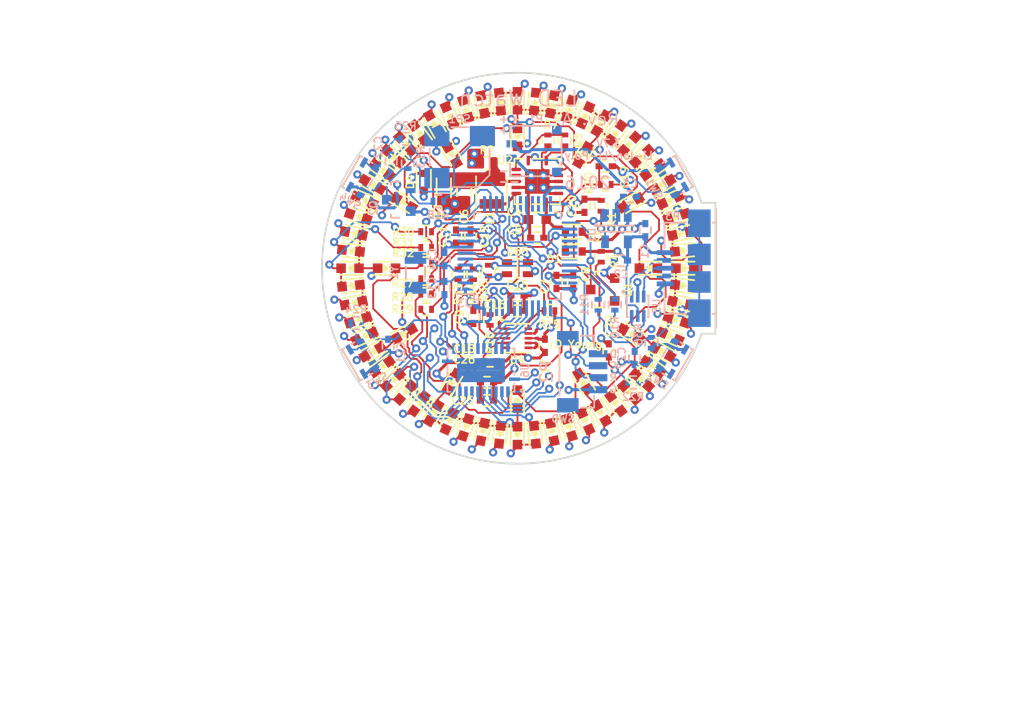
<source format=kicad_pcb>
(kicad_pcb (version 20171130) (host pcbnew "(5.1.5)-3")

  (general
    (thickness 1.6)
    (drawings 24)
    (tracks 1741)
    (zones 0)
    (modules 183)
    (nets 91)
  )

  (page A4)
  (title_block
    (title "LED Watch, STM32L0")
    (date 2017-01-14)
    (rev A)
    (company "Kevin Cuzner")
  )

  (layers
    (0 F.Cu signal)
    (1 In1.Cu power)
    (2 In2.Cu power)
    (31 B.Cu signal)
    (32 B.Adhes user)
    (33 F.Adhes user)
    (34 B.Paste user)
    (35 F.Paste user)
    (36 B.SilkS user)
    (37 F.SilkS user)
    (38 B.Mask user)
    (39 F.Mask user)
    (40 Dwgs.User user)
    (41 Cmts.User user)
    (42 Eco1.User user)
    (43 Eco2.User user)
    (44 Edge.Cuts user)
    (45 Margin user)
    (46 B.CrtYd user)
    (47 F.CrtYd user)
    (48 B.Fab user hide)
    (49 F.Fab user hide)
  )

  (setup
    (last_trace_width 0.1524)
    (user_trace_width 0.1524)
    (user_trace_width 0.254)
    (trace_clearance 0.1524)
    (zone_clearance 0.254)
    (zone_45_only yes)
    (trace_min 0.1524)
    (via_size 0.6858)
    (via_drill 0.3302)
    (via_min_size 0.6858)
    (via_min_drill 0.3302)
    (uvia_size 0.3)
    (uvia_drill 0.1)
    (uvias_allowed no)
    (uvia_min_size 0)
    (uvia_min_drill 0)
    (edge_width 0.15)
    (segment_width 0.2)
    (pcb_text_width 0.3)
    (pcb_text_size 1.5 1.5)
    (mod_edge_width 0.15)
    (mod_text_size 0.635 0.635)
    (mod_text_width 0.127)
    (pad_size 0.9 0.29)
    (pad_drill 0)
    (pad_to_mask_clearance 0.1524)
    (solder_mask_min_width 0.1016)
    (aux_axis_origin 0 0)
    (visible_elements 7FFFFFFF)
    (pcbplotparams
      (layerselection 0x00030_80000007)
      (usegerberextensions false)
      (usegerberattributes false)
      (usegerberadvancedattributes false)
      (creategerberjobfile false)
      (excludeedgelayer true)
      (linewidth 0.100000)
      (plotframeref false)
      (viasonmask false)
      (mode 1)
      (useauxorigin false)
      (hpglpennumber 1)
      (hpglpenspeed 20)
      (hpglpendiameter 15.000000)
      (psnegative false)
      (psa4output false)
      (plotreference true)
      (plotvalue true)
      (plotinvisibletext false)
      (padsonsilk false)
      (subtractmaskfromsilk false)
      (outputformat 1)
      (mirror false)
      (drillshape 0)
      (scaleselection 1)
      (outputdirectory "gerber"))
  )

  (net 0 "")
  (net 1 GND)
  (net 2 +3V3)
  (net 3 /LEDs/LED_A_R0)
  (net 4 /LEDs/LED_SEG0)
  (net 5 /LEDs/LED_A_R1)
  (net 6 /LEDs/LED_A_R2)
  (net 7 /LEDs/LED_A_R3)
  (net 8 /LEDs/LED_A_R4)
  (net 9 /LEDs/LED_SEG1)
  (net 10 /LEDs/LED_SEG2)
  (net 11 /LEDs/LED_SEG3)
  (net 12 /LEDs/LED_SEG4)
  (net 13 /LEDs/LED_SEG5)
  (net 14 /LEDs/LED_SEG6)
  (net 15 /LEDs/LED_SEG7)
  (net 16 /LEDs/LED_SEG8)
  (net 17 /LEDs/LED_SEG9)
  (net 18 /LEDs/LED_SEG10)
  (net 19 /LEDs/LED_SEG11)
  (net 20 /LEDs/LED_A_R5)
  (net 21 "/Power Supply/VBAT")
  (net 22 "/Power Supply/VUSB")
  (net 23 "Net-(P3-Pad4)")
  (net 24 "Net-(Q1-Pad1)")
  (net 25 /Control/~USB_PRES)
  (net 26 "Net-(Q2-Pad1)")
  (net 27 "Net-(Q2-Pad3)")
  (net 28 "Net-(D4-Pad2)")
  (net 29 /Control/CHG_STAT)
  (net 30 "/Power Supply/CHG_PROG")
  (net 31 "Net-(U2-Pad10)")
  (net 32 "Net-(U3-Pad2)")
  (net 33 "Net-(U3-Pad5)")
  (net 34 "Net-(U3-Pad6)")
  (net 35 /Control/STM32_RESET)
  (net 36 /Control/LED_A0)
  (net 37 /Control/LED_A1)
  (net 38 /Control/LED_A2)
  (net 39 /Control/LED_A3)
  (net 40 /Control/LED_A4)
  (net 41 /Control/LED_A5)
  (net 42 /Control/BUZ_OUTPUT)
  (net 43 "Net-(U3-Pad17)")
  (net 44 /Control/~ACCEL_INT)
  (net 45 "Net-(U3-Pad21)")
  (net 46 /Control/BTN0)
  (net 47 /Control/BTN1)
  (net 48 /Control/BTN2)
  (net 49 /Control/BTN3)
  (net 50 "Net-(U3-Pad28)")
  (net 51 "Net-(U3-Pad29)")
  (net 52 "Net-(U3-Pad30)")
  (net 53 "Net-(U3-Pad31)")
  (net 54 /Control/SWDIO)
  (net 55 /Control/SWCLK)
  (net 56 "Net-(U3-Pad38)")
  (net 57 /Control/LED_C_MUX0)
  (net 58 /Control/LED_C_MUX1)
  (net 59 /Control/LED_C_MUX2)
  (net 60 /Control/LED_C_MUX3)
  (net 61 /Control/~LED_C_EN)
  (net 62 /Control/I2C_SCL)
  (net 63 /Control/I2C_SDA)
  (net 64 "Net-(C18-Pad1)")
  (net 65 "Net-(U4-Pad5)")
  (net 66 /Control/USB_D+)
  (net 67 /Control/USB_D-)
  (net 68 "Net-(U6-Pad17)")
  (net 69 "/Power Supply/+3.3V_REG_SRC")
  (net 70 /Control/USB_D_R-)
  (net 71 /Control/USB_D_R+)
  (net 72 /USB/USB_SHIELD)
  (net 73 "/Power Supply/+3.3V_REG_SW")
  (net 74 /USB/USB_C_D-)
  (net 75 /USB/USB_C_D+)
  (net 76 "/Power Supply/+3.3V_REG_VRDIV")
  (net 77 "/Power Supply/+3.3V_REG_VOUT_SET")
  (net 78 "/Power Supply/+3.3V_REG_OUT")
  (net 79 "Net-(R20-Pad2)")
  (net 80 "Net-(R22-Pad2)")
  (net 81 "Net-(R24-Pad2)")
  (net 82 "Net-(R26-Pad2)")
  (net 83 /Control/STM32_OSC32+)
  (net 84 /Control/STM32_OSC32-)
  (net 85 /LEDs/LED_R_R)
  (net 86 /LEDs/LED_G_R)
  (net 87 /LEDs/LED_B_R)
  (net 88 /LEDs/LED_R_C)
  (net 89 /LEDs/LED_G_C)
  (net 90 /LEDs/LED_B_C)

  (net_class Default "This is the default net class."
    (clearance 0.1524)
    (trace_width 0.1524)
    (via_dia 0.6858)
    (via_drill 0.3302)
    (uvia_dia 0.3)
    (uvia_drill 0.1)
    (add_net /Control/BTN0)
    (add_net /Control/BTN1)
    (add_net /Control/BTN2)
    (add_net /Control/BTN3)
    (add_net /Control/BUZ_OUTPUT)
    (add_net /Control/CHG_STAT)
    (add_net /Control/I2C_SCL)
    (add_net /Control/I2C_SDA)
    (add_net /Control/LED_A0)
    (add_net /Control/LED_A1)
    (add_net /Control/LED_A2)
    (add_net /Control/LED_A3)
    (add_net /Control/LED_A4)
    (add_net /Control/LED_A5)
    (add_net /Control/LED_C_MUX0)
    (add_net /Control/LED_C_MUX1)
    (add_net /Control/LED_C_MUX2)
    (add_net /Control/LED_C_MUX3)
    (add_net /Control/STM32_OSC32+)
    (add_net /Control/STM32_OSC32-)
    (add_net /Control/STM32_RESET)
    (add_net /Control/SWCLK)
    (add_net /Control/SWDIO)
    (add_net /Control/USB_D+)
    (add_net /Control/USB_D-)
    (add_net /Control/USB_D_R+)
    (add_net /Control/USB_D_R-)
    (add_net /Control/~ACCEL_INT)
    (add_net /Control/~LED_C_EN)
    (add_net /Control/~USB_PRES)
    (add_net /LEDs/LED_A_R0)
    (add_net /LEDs/LED_A_R1)
    (add_net /LEDs/LED_A_R2)
    (add_net /LEDs/LED_A_R3)
    (add_net /LEDs/LED_A_R4)
    (add_net /LEDs/LED_A_R5)
    (add_net /LEDs/LED_B_C)
    (add_net /LEDs/LED_B_R)
    (add_net /LEDs/LED_G_C)
    (add_net /LEDs/LED_G_R)
    (add_net /LEDs/LED_R_C)
    (add_net /LEDs/LED_R_R)
    (add_net /LEDs/LED_SEG0)
    (add_net /LEDs/LED_SEG1)
    (add_net /LEDs/LED_SEG10)
    (add_net /LEDs/LED_SEG11)
    (add_net /LEDs/LED_SEG2)
    (add_net /LEDs/LED_SEG3)
    (add_net /LEDs/LED_SEG4)
    (add_net /LEDs/LED_SEG5)
    (add_net /LEDs/LED_SEG6)
    (add_net /LEDs/LED_SEG7)
    (add_net /LEDs/LED_SEG8)
    (add_net /LEDs/LED_SEG9)
    (add_net "/Power Supply/+3.3V_REG_VOUT_SET")
    (add_net "/Power Supply/+3.3V_REG_VRDIV")
    (add_net "/Power Supply/CHG_PROG")
    (add_net /USB/USB_C_D+)
    (add_net /USB/USB_C_D-)
    (add_net /USB/USB_SHIELD)
    (add_net "Net-(C18-Pad1)")
    (add_net "Net-(D4-Pad2)")
    (add_net "Net-(P3-Pad4)")
    (add_net "Net-(Q1-Pad1)")
    (add_net "Net-(Q2-Pad1)")
    (add_net "Net-(Q2-Pad3)")
    (add_net "Net-(R20-Pad2)")
    (add_net "Net-(R22-Pad2)")
    (add_net "Net-(R24-Pad2)")
    (add_net "Net-(R26-Pad2)")
    (add_net "Net-(U2-Pad10)")
    (add_net "Net-(U3-Pad17)")
    (add_net "Net-(U3-Pad2)")
    (add_net "Net-(U3-Pad21)")
    (add_net "Net-(U3-Pad28)")
    (add_net "Net-(U3-Pad29)")
    (add_net "Net-(U3-Pad30)")
    (add_net "Net-(U3-Pad31)")
    (add_net "Net-(U3-Pad38)")
    (add_net "Net-(U3-Pad5)")
    (add_net "Net-(U3-Pad6)")
    (add_net "Net-(U4-Pad5)")
    (add_net "Net-(U6-Pad17)")
  )

  (net_class Power ""
    (clearance 0.1524)
    (trace_width 0.254)
    (via_dia 0.6858)
    (via_drill 0.3302)
    (uvia_dia 0.3)
    (uvia_drill 0.1)
    (add_net +3V3)
    (add_net "/Power Supply/+3.3V_REG_OUT")
    (add_net "/Power Supply/+3.3V_REG_SRC")
    (add_net "/Power Supply/+3.3V_REG_SW")
    (add_net "/Power Supply/VBAT")
    (add_net "/Power Supply/VUSB")
    (add_net GND)
  )

  (module simple-led-watch:1PIN_VIA (layer F.Cu) (tedit 58082089) (tstamp 587AAB5B)
    (at 167.005 93.726)
    (fp_text reference REF** (at 0 2) (layer F.SilkS) hide
      (effects (font (size 0.635 0.635) (thickness 0.127)))
    )
    (fp_text value 1PIN_VIA (at 0 -2) (layer F.Fab) hide
      (effects (font (size 1 1) (thickness 0.15)))
    )
    (pad 1 thru_hole circle (at 0 0) (size 0.6858 0.6858) (drill 0.3302) (layers *.Cu)
      (net 1 GND) (zone_connect 2))
  )

  (module simple-led-watch:1PIN_VIA (layer F.Cu) (tedit 58082A4C) (tstamp 587AAB1D)
    (at 167.894 93.853)
    (fp_text reference REF** (at 0 2) (layer F.SilkS) hide
      (effects (font (size 0.635 0.635) (thickness 0.127)))
    )
    (fp_text value 1PIN_VIA (at 0 -2) (layer F.Fab) hide
      (effects (font (size 1 1) (thickness 0.15)))
    )
    (pad 1 thru_hole circle (at 0 0) (size 0.6858 0.6858) (drill 0.3302) (layers *.Cu)
      (net 2 +3V3) (zone_connect 2))
  )

  (module simple-led-watch:1PIN_VIA (layer F.Cu) (tedit 58082089) (tstamp 587AA94F)
    (at 159.258 84.1375)
    (fp_text reference REF** (at 0 2) (layer F.SilkS) hide
      (effects (font (size 0.635 0.635) (thickness 0.127)))
    )
    (fp_text value 1PIN_VIA (at 0 -2) (layer F.Fab) hide
      (effects (font (size 1 1) (thickness 0.15)))
    )
    (pad 1 thru_hole circle (at 0 0) (size 0.6858 0.6858) (drill 0.3302) (layers *.Cu)
      (net 1 GND) (zone_connect 2))
  )

  (module simple-led-watch:1PIN_VIA (layer F.Cu) (tedit 58082A4C) (tstamp 587AA929)
    (at 161.29 80.137)
    (fp_text reference REF** (at 0 2) (layer F.SilkS) hide
      (effects (font (size 0.635 0.635) (thickness 0.127)))
    )
    (fp_text value 1PIN_VIA (at 0 -2) (layer F.Fab) hide
      (effects (font (size 1 1) (thickness 0.15)))
    )
    (pad 1 thru_hole circle (at 0 0) (size 0.6858 0.6858) (drill 0.3302) (layers *.Cu)
      (net 2 +3V3) (zone_connect 2))
  )

  (module simple-led-watch:1PIN_VIA (layer F.Cu) (tedit 58082089) (tstamp 58464033)
    (at 172.085 94.742)
    (fp_text reference REF** (at 0 2) (layer F.SilkS) hide
      (effects (font (size 0.635 0.635) (thickness 0.127)))
    )
    (fp_text value 1PIN_VIA (at 0 -2) (layer F.Fab) hide
      (effects (font (size 1 1) (thickness 0.15)))
    )
    (pad 1 thru_hole circle (at 0 0) (size 0.6858 0.6858) (drill 0.3302) (layers *.Cu)
      (net 1 GND) (zone_connect 2))
  )

  (module Capacitors_SMD:C_0402 (layer B.Cu) (tedit 5415D599) (tstamp 5803C615)
    (at 159.004 90.551 270)
    (descr "Capacitor SMD 0402, reflow soldering, AVX (see smccp.pdf)")
    (tags "capacitor 0402")
    (path /57FA808A/57FCC7DD)
    (attr smd)
    (fp_text reference C13 (at 0 1.016 270) (layer B.SilkS)
      (effects (font (size 0.635 0.635) (thickness 0.127)) (justify mirror))
    )
    (fp_text value 8.2p (at 0 -1.7 270) (layer B.Fab)
      (effects (font (size 1 1) (thickness 0.15)) (justify mirror))
    )
    (fp_line (start -0.5 -0.25) (end -0.5 0.25) (layer B.Fab) (width 0.15))
    (fp_line (start 0.5 -0.25) (end -0.5 -0.25) (layer B.Fab) (width 0.15))
    (fp_line (start 0.5 0.25) (end 0.5 -0.25) (layer B.Fab) (width 0.15))
    (fp_line (start -0.5 0.25) (end 0.5 0.25) (layer B.Fab) (width 0.15))
    (fp_line (start -1.15 0.6) (end 1.15 0.6) (layer B.CrtYd) (width 0.05))
    (fp_line (start -1.15 -0.6) (end 1.15 -0.6) (layer B.CrtYd) (width 0.05))
    (fp_line (start -1.15 0.6) (end -1.15 -0.6) (layer B.CrtYd) (width 0.05))
    (fp_line (start 1.15 0.6) (end 1.15 -0.6) (layer B.CrtYd) (width 0.05))
    (fp_line (start 0.25 0.475) (end -0.25 0.475) (layer B.SilkS) (width 0.15))
    (fp_line (start -0.25 -0.475) (end 0.25 -0.475) (layer B.SilkS) (width 0.15))
    (pad 1 smd rect (at -0.55 0 270) (size 0.6 0.5) (layers B.Cu B.Paste B.Mask)
      (net 83 /Control/STM32_OSC32+))
    (pad 2 smd rect (at 0.55 0 270) (size 0.6 0.5) (layers B.Cu B.Paste B.Mask)
      (net 1 GND))
    (model Capacitors_SMD.3dshapes/C_0402.wrl
      (at (xyz 0 0 0))
      (scale (xyz 1 1 1))
      (rotate (xyz 0 0 0))
    )
  )

  (module simple-led-watch:1PIN_VIA (layer F.Cu) (tedit 58082A4C) (tstamp 58098E8A)
    (at 156.3497 81.3181)
    (fp_text reference REF** (at 0 2) (layer F.SilkS) hide
      (effects (font (size 0.635 0.635) (thickness 0.127)))
    )
    (fp_text value 1PIN_VIA (at 0 -2) (layer F.Fab) hide
      (effects (font (size 1 1) (thickness 0.15)))
    )
    (pad 1 thru_hole circle (at 0 0) (size 0.6858 0.6858) (drill 0.3302) (layers *.Cu)
      (net 2 +3V3) (zone_connect 2))
  )

  (module simple-led-watch:1PIN_VIA (layer F.Cu) (tedit 58082089) (tstamp 58097779)
    (at 173.7995 96.7105)
    (fp_text reference REF** (at 0 2) (layer F.SilkS) hide
      (effects (font (size 0.635 0.635) (thickness 0.127)))
    )
    (fp_text value 1PIN_VIA (at 0 -2) (layer F.Fab) hide
      (effects (font (size 1 1) (thickness 0.15)))
    )
    (pad 1 thru_hole circle (at 0 0) (size 0.6858 0.6858) (drill 0.3302) (layers *.Cu)
      (net 1 GND) (zone_connect 2))
  )

  (module simple-led-watch:1PIN_VIA (layer F.Cu) (tedit 58082089) (tstamp 58097351)
    (at 173.863 80.899)
    (fp_text reference REF** (at 0 2) (layer F.SilkS) hide
      (effects (font (size 0.635 0.635) (thickness 0.127)))
    )
    (fp_text value 1PIN_VIA (at 0 -2) (layer F.Fab) hide
      (effects (font (size 1 1) (thickness 0.15)))
    )
    (pad 1 thru_hole circle (at 0 0) (size 0.6858 0.6858) (drill 0.3302) (layers *.Cu)
      (net 1 GND) (zone_connect 2))
  )

  (module simple-led-watch:1PIN_VIA (layer F.Cu) (tedit 58082089) (tstamp 580971B7)
    (at 155.194 96.012)
    (fp_text reference REF** (at 0 2) (layer F.SilkS) hide
      (effects (font (size 0.635 0.635) (thickness 0.127)))
    )
    (fp_text value 1PIN_VIA (at 0 -2) (layer F.Fab) hide
      (effects (font (size 1 1) (thickness 0.15)))
    )
    (pad 1 thru_hole circle (at 0 0) (size 0.6858 0.6858) (drill 0.3302) (layers *.Cu)
      (net 1 GND) (zone_connect 2))
  )

  (module simple-led-watch:1PIN_VIA (layer F.Cu) (tedit 58082A4C) (tstamp 58097142)
    (at 158.3309 79.1591)
    (fp_text reference REF** (at 0 2) (layer F.SilkS) hide
      (effects (font (size 0.635 0.635) (thickness 0.127)))
    )
    (fp_text value 1PIN_VIA (at 0 -2) (layer F.Fab) hide
      (effects (font (size 1 1) (thickness 0.15)))
    )
    (pad 1 thru_hole circle (at 0 0) (size 0.6858 0.6858) (drill 0.3302) (layers *.Cu)
      (net 2 +3V3) (zone_connect 2))
  )

  (module simple-led-watch:1PIN_VIA (layer F.Cu) (tedit 58082089) (tstamp 58097095)
    (at 155.067 81.915)
    (fp_text reference REF** (at 0 2) (layer F.SilkS) hide
      (effects (font (size 0.635 0.635) (thickness 0.127)))
    )
    (fp_text value 1PIN_VIA (at 0 -2) (layer F.Fab) hide
      (effects (font (size 1 1) (thickness 0.15)))
    )
    (pad 1 thru_hole circle (at 0 0) (size 0.6858 0.6858) (drill 0.3302) (layers *.Cu)
      (net 1 GND) (zone_connect 2))
  )

  (module simple-led-watch:1PIN_VIA (layer F.Cu) (tedit 58082A4C) (tstamp 58083043)
    (at 164.846 97.282)
    (fp_text reference REF** (at 0 2) (layer F.SilkS) hide
      (effects (font (size 0.635 0.635) (thickness 0.127)))
    )
    (fp_text value 1PIN_VIA (at 0 -2) (layer F.Fab) hide
      (effects (font (size 1 1) (thickness 0.15)))
    )
    (pad 1 thru_hole circle (at 0 0) (size 0.6858 0.6858) (drill 0.3302) (layers *.Cu)
      (net 2 +3V3) (zone_connect 2))
  )

  (module simple-led-watch:1PIN_VIA (layer F.Cu) (tedit 58082089) (tstamp 5808303E)
    (at 158.3436 97.6884)
    (fp_text reference REF** (at 0 2) (layer F.SilkS) hide
      (effects (font (size 0.635 0.635) (thickness 0.127)))
    )
    (fp_text value 1PIN_VIA (at 0 -2) (layer F.Fab) hide
      (effects (font (size 1 1) (thickness 0.15)))
    )
    (pad 1 thru_hole circle (at 0 0) (size 0.6858 0.6858) (drill 0.3302) (layers *.Cu)
      (net 1 GND) (zone_connect 2))
  )

  (module simple-led-watch:1PIN_VIA (layer F.Cu) (tedit 58082089) (tstamp 58083039)
    (at 157.353 84.201)
    (fp_text reference REF** (at 0 2) (layer F.SilkS) hide
      (effects (font (size 0.635 0.635) (thickness 0.127)))
    )
    (fp_text value 1PIN_VIA (at 0 -2) (layer F.Fab) hide
      (effects (font (size 1 1) (thickness 0.15)))
    )
    (pad 1 thru_hole circle (at 0 0) (size 0.6858 0.6858) (drill 0.3302) (layers *.Cu)
      (net 1 GND) (zone_connect 2))
  )

  (module simple-led-watch:1PIN_VIA (layer F.Cu) (tedit 58082089) (tstamp 58083034)
    (at 159.8676 83.5152)
    (fp_text reference REF** (at 0 2) (layer F.SilkS) hide
      (effects (font (size 0.635 0.635) (thickness 0.127)))
    )
    (fp_text value 1PIN_VIA (at 0 -2) (layer F.Fab) hide
      (effects (font (size 1 1) (thickness 0.15)))
    )
    (pad 1 thru_hole circle (at 0 0) (size 0.6858 0.6858) (drill 0.3302) (layers *.Cu)
      (net 1 GND) (zone_connect 2))
  )

  (module simple-led-watch:1PIN_VIA (layer F.Cu) (tedit 58082089) (tstamp 5808302F)
    (at 169.3672 99.06)
    (fp_text reference REF** (at 0 2) (layer F.SilkS) hide
      (effects (font (size 0.635 0.635) (thickness 0.127)))
    )
    (fp_text value 1PIN_VIA (at 0 -2) (layer F.Fab) hide
      (effects (font (size 1 1) (thickness 0.15)))
    )
    (pad 1 thru_hole circle (at 0 0) (size 0.6858 0.6858) (drill 0.3302) (layers *.Cu)
      (net 1 GND) (zone_connect 2))
  )

  (module simple-led-watch:1PIN_VIA (layer F.Cu) (tedit 58082089) (tstamp 5808302A)
    (at 167.7035 89.535)
    (fp_text reference REF** (at 0 2) (layer F.SilkS) hide
      (effects (font (size 0.635 0.635) (thickness 0.127)))
    )
    (fp_text value 1PIN_VIA (at 0 -2) (layer F.Fab) hide
      (effects (font (size 1 1) (thickness 0.15)))
    )
    (pad 1 thru_hole circle (at 0 0) (size 0.6858 0.6858) (drill 0.3302) (layers *.Cu)
      (net 1 GND) (zone_connect 2))
  )

  (module simple-led-watch:1PIN_VIA (layer F.Cu) (tedit 58082089) (tstamp 5808301A)
    (at 174.9044 85.598)
    (fp_text reference REF** (at 0 2) (layer F.SilkS) hide
      (effects (font (size 0.635 0.635) (thickness 0.127)))
    )
    (fp_text value 1PIN_VIA (at 0 -2) (layer F.Fab) hide
      (effects (font (size 1 1) (thickness 0.15)))
    )
    (pad 1 thru_hole circle (at 0 0) (size 0.6858 0.6858) (drill 0.3302) (layers *.Cu)
      (net 1 GND) (zone_connect 2))
  )

  (module simple-led-watch:1PIN_VIA (layer F.Cu) (tedit 58082089) (tstamp 58083015)
    (at 172.9232 85.598)
    (fp_text reference REF** (at 0 2) (layer F.SilkS) hide
      (effects (font (size 0.635 0.635) (thickness 0.127)))
    )
    (fp_text value 1PIN_VIA (at 0 -2) (layer F.Fab) hide
      (effects (font (size 1 1) (thickness 0.15)))
    )
    (pad 1 thru_hole circle (at 0 0) (size 0.6858 0.6858) (drill 0.3302) (layers *.Cu)
      (net 1 GND) (zone_connect 2))
  )

  (module simple-led-watch:1PIN_VIA (layer F.Cu) (tedit 58082A4C) (tstamp 5808300C)
    (at 169.799 91.567)
    (fp_text reference REF** (at 0 2) (layer F.SilkS) hide
      (effects (font (size 0.635 0.635) (thickness 0.127)))
    )
    (fp_text value 1PIN_VIA (at 0 -2) (layer F.Fab) hide
      (effects (font (size 1 1) (thickness 0.15)))
    )
    (pad 1 thru_hole circle (at 0 0) (size 0.6858 0.6858) (drill 0.3302) (layers *.Cu)
      (net 2 +3V3) (zone_connect 2))
  )

  (module simple-led-watch:1PIN_VIA (layer F.Cu) (tedit 58082089) (tstamp 58083007)
    (at 166.497 90.932)
    (fp_text reference REF** (at 0 2) (layer F.SilkS) hide
      (effects (font (size 0.635 0.635) (thickness 0.127)))
    )
    (fp_text value 1PIN_VIA (at 0 -2) (layer F.Fab) hide
      (effects (font (size 1 1) (thickness 0.15)))
    )
    (pad 1 thru_hole circle (at 0 0) (size 0.6858 0.6858) (drill 0.3302) (layers *.Cu)
      (net 1 GND) (zone_connect 2))
  )

  (module simple-led-watch:1PIN_VIA (layer F.Cu) (tedit 58082089) (tstamp 58083002)
    (at 165.989 96.393)
    (fp_text reference REF** (at 0 2) (layer F.SilkS) hide
      (effects (font (size 0.635 0.635) (thickness 0.127)))
    )
    (fp_text value 1PIN_VIA (at 0 -2) (layer F.Fab) hide
      (effects (font (size 1 1) (thickness 0.15)))
    )
    (pad 1 thru_hole circle (at 0 0) (size 0.6858 0.6858) (drill 0.3302) (layers *.Cu)
      (net 1 GND) (zone_connect 2))
  )

  (module simple-led-watch:1PIN_VIA (layer F.Cu) (tedit 58082089) (tstamp 58082FD7)
    (at 160.655 93.345)
    (fp_text reference REF** (at 0 2) (layer F.SilkS) hide
      (effects (font (size 0.635 0.635) (thickness 0.127)))
    )
    (fp_text value 1PIN_VIA (at 0 -2) (layer F.Fab) hide
      (effects (font (size 1 1) (thickness 0.15)))
    )
    (pad 1 thru_hole circle (at 0 0) (size 0.6858 0.6858) (drill 0.3302) (layers *.Cu)
      (net 1 GND) (zone_connect 2))
  )

  (module simple-led-watch:1PIN_VIA (layer F.Cu) (tedit 58082A4C) (tstamp 58082FD2)
    (at 163.957 90.805)
    (fp_text reference REF** (at 0 2) (layer F.SilkS) hide
      (effects (font (size 0.635 0.635) (thickness 0.127)))
    )
    (fp_text value 1PIN_VIA (at 0 -2) (layer F.Fab) hide
      (effects (font (size 1 1) (thickness 0.15)))
    )
    (pad 1 thru_hole circle (at 0 0) (size 0.6858 0.6858) (drill 0.3302) (layers *.Cu)
      (net 2 +3V3) (zone_connect 2))
  )

  (module simple-led-watch:1PIN_VIA (layer F.Cu) (tedit 58082A4C) (tstamp 58082FC8)
    (at 161.163 91.694)
    (fp_text reference REF** (at 0 2) (layer F.SilkS) hide
      (effects (font (size 0.635 0.635) (thickness 0.127)))
    )
    (fp_text value 1PIN_VIA (at 0 -2) (layer F.Fab) hide
      (effects (font (size 1 1) (thickness 0.15)))
    )
    (pad 1 thru_hole circle (at 0 0) (size 0.6858 0.6858) (drill 0.3302) (layers *.Cu)
      (net 2 +3V3) (zone_connect 2))
  )

  (module simple-led-watch:1PIN_VIA (layer F.Cu) (tedit 58082089) (tstamp 58082FC3)
    (at 159.004 92.0496)
    (fp_text reference REF** (at 0 2) (layer F.SilkS) hide
      (effects (font (size 0.635 0.635) (thickness 0.127)))
    )
    (fp_text value 1PIN_VIA (at 0 -2) (layer F.Fab) hide
      (effects (font (size 1 1) (thickness 0.15)))
    )
    (pad 1 thru_hole circle (at 0 0) (size 0.6858 0.6858) (drill 0.3302) (layers *.Cu)
      (net 1 GND) (zone_connect 2))
  )

  (module simple-led-watch:1PIN_VIA (layer F.Cu) (tedit 58082089) (tstamp 58082FBE)
    (at 159.3596 86.9188)
    (fp_text reference REF** (at 0 2) (layer F.SilkS) hide
      (effects (font (size 0.635 0.635) (thickness 0.127)))
    )
    (fp_text value 1PIN_VIA (at 0 -2) (layer F.Fab) hide
      (effects (font (size 1 1) (thickness 0.15)))
    )
    (pad 1 thru_hole circle (at 0 0) (size 0.6858 0.6858) (drill 0.3302) (layers *.Cu)
      (net 1 GND) (zone_connect 2))
  )

  (module simple-led-watch:1PIN_VIA (layer F.Cu) (tedit 58082A4C) (tstamp 58082FAF)
    (at 162.179 86.614)
    (fp_text reference REF** (at 0 2) (layer F.SilkS) hide
      (effects (font (size 0.635 0.635) (thickness 0.127)))
    )
    (fp_text value 1PIN_VIA (at 0 -2) (layer F.Fab) hide
      (effects (font (size 1 1) (thickness 0.15)))
    )
    (pad 1 thru_hole circle (at 0 0) (size 0.6858 0.6858) (drill 0.3302) (layers *.Cu)
      (net 2 +3V3) (zone_connect 2))
  )

  (module simple-led-watch:1PIN_VIA (layer F.Cu) (tedit 58082089) (tstamp 58082FA8)
    (at 170.053 83.439)
    (fp_text reference REF** (at 0 2) (layer F.SilkS) hide
      (effects (font (size 0.635 0.635) (thickness 0.127)))
    )
    (fp_text value 1PIN_VIA (at 0 -2) (layer F.Fab) hide
      (effects (font (size 1 1) (thickness 0.15)))
    )
    (pad 1 thru_hole circle (at 0 0) (size 0.6858 0.6858) (drill 0.3302) (layers *.Cu)
      (net 1 GND) (zone_connect 2))
  )

  (module simple-led-watch:1PIN_VIA (layer F.Cu) (tedit 58082A4C) (tstamp 58082F3F)
    (at 169.545 84.328)
    (fp_text reference REF** (at 0 2) (layer F.SilkS) hide
      (effects (font (size 0.635 0.635) (thickness 0.127)))
    )
    (fp_text value 1PIN_VIA (at 0 -2) (layer F.Fab) hide
      (effects (font (size 1 1) (thickness 0.15)))
    )
    (pad 1 thru_hole circle (at 0 0) (size 0.6858 0.6858) (drill 0.3302) (layers *.Cu)
      (net 2 +3V3) (zone_connect 2))
  )

  (module simple-led-watch:1PIN_VIA (layer F.Cu) (tedit 58082089) (tstamp 58082F34)
    (at 176.8856 91.0336)
    (fp_text reference REF** (at 0 2) (layer F.SilkS) hide
      (effects (font (size 0.635 0.635) (thickness 0.127)))
    )
    (fp_text value 1PIN_VIA (at 0 -2) (layer F.Fab) hide
      (effects (font (size 1 1) (thickness 0.15)))
    )
    (pad 1 thru_hole circle (at 0 0) (size 0.6858 0.6858) (drill 0.3302) (layers *.Cu)
      (net 1 GND) (zone_connect 2))
  )

  (module simple-led-watch:1PIN_VIA (layer F.Cu) (tedit 58082089) (tstamp 58082F30)
    (at 175.1076 90.0684)
    (fp_text reference REF** (at 0 2) (layer F.SilkS) hide
      (effects (font (size 0.635 0.635) (thickness 0.127)))
    )
    (fp_text value 1PIN_VIA (at 0 -2) (layer F.Fab) hide
      (effects (font (size 1 1) (thickness 0.15)))
    )
    (pad 1 thru_hole circle (at 0 0) (size 0.6858 0.6858) (drill 0.3302) (layers *.Cu)
      (net 1 GND) (zone_connect 2))
  )

  (module simple-led-watch:1PIN_VIA (layer F.Cu) (tedit 58082089) (tstamp 58082F2A)
    (at 172.339 89.281)
    (fp_text reference REF** (at 0 2) (layer F.SilkS) hide
      (effects (font (size 0.635 0.635) (thickness 0.127)))
    )
    (fp_text value 1PIN_VIA (at 0 -2) (layer F.Fab) hide
      (effects (font (size 1 1) (thickness 0.15)))
    )
    (pad 1 thru_hole circle (at 0 0) (size 0.6858 0.6858) (drill 0.3302) (layers *.Cu)
      (net 1 GND) (zone_connect 2))
  )

  (module simple-led-watch:1PIN_VIA (layer F.Cu) (tedit 58082A4C) (tstamp 58082F1E)
    (at 161.4932 79.3496)
    (fp_text reference REF** (at 0 2) (layer F.SilkS) hide
      (effects (font (size 0.635 0.635) (thickness 0.127)))
    )
    (fp_text value 1PIN_VIA (at 0 -2) (layer F.Fab) hide
      (effects (font (size 1 1) (thickness 0.15)))
    )
    (pad 1 thru_hole circle (at 0 0) (size 0.6858 0.6858) (drill 0.3302) (layers *.Cu)
      (net 2 +3V3) (zone_connect 2))
  )

  (module simple-led-watch:1PIN_VIA (layer F.Cu) (tedit 58082089) (tstamp 5808264D)
    (at 167.2635 82.1735)
    (fp_text reference REF** (at 0 2) (layer F.SilkS) hide
      (effects (font (size 0.635 0.635) (thickness 0.127)))
    )
    (fp_text value 1PIN_VIA (at 0 -2) (layer F.Fab) hide
      (effects (font (size 1 1) (thickness 0.15)))
    )
    (pad 1 thru_hole circle (at 0 0) (size 0.6858 0.6858) (drill 0.3302) (layers *.Cu)
      (net 1 GND) (zone_connect 2))
  )

  (module simple-led-watch:1PIN_VIA (layer F.Cu) (tedit 58082089) (tstamp 58082649)
    (at 166.243 82.169)
    (fp_text reference REF** (at 0 2) (layer F.SilkS) hide
      (effects (font (size 0.635 0.635) (thickness 0.127)))
    )
    (fp_text value 1PIN_VIA (at 0 -2) (layer F.Fab) hide
      (effects (font (size 1 1) (thickness 0.15)))
    )
    (pad 1 thru_hole circle (at 0 0) (size 0.6858 0.6858) (drill 0.3302) (layers *.Cu)
      (net 1 GND) (zone_connect 2))
  )

  (module simple-led-watch:1PIN_VIA (layer F.Cu) (tedit 58082089) (tstamp 58082645)
    (at 166.243 81.153)
    (fp_text reference REF** (at 0 2) (layer F.SilkS) hide
      (effects (font (size 0.635 0.635) (thickness 0.127)))
    )
    (fp_text value 1PIN_VIA (at 0 -2) (layer F.Fab) hide
      (effects (font (size 1 1) (thickness 0.15)))
    )
    (pad 1 thru_hole circle (at 0 0) (size 0.6858 0.6858) (drill 0.3302) (layers *.Cu)
      (net 1 GND) (zone_connect 2))
  )

  (module LEDs:LED_0603 (layer F.Cu) (tedit 55BDE255) (tstamp 58031CAD)
    (at 160.783032 102.186259 252)
    (descr "LED 0603 smd package")
    (tags "LED led 0603 SMD smd SMT smt smdled SMDLED smtled SMTLED")
    (path /57FA809B/58029E3F)
    (attr smd)
    (fp_text reference D38 (at 0 -1.5 252) (layer F.SilkS) hide
      (effects (font (size 0.635 0.635) (thickness 0.127)))
    )
    (fp_text value LTST-C190KRKT (at 0 1.5 252) (layer F.Fab)
      (effects (font (size 1 1) (thickness 0.15)))
    )
    (fp_line (start -0.3 -0.2) (end -0.3 0.2) (layer F.Fab) (width 0.15))
    (fp_line (start -0.2 0) (end 0.1 -0.2) (layer F.Fab) (width 0.15))
    (fp_line (start 0.1 0.2) (end -0.2 0) (layer F.Fab) (width 0.15))
    (fp_line (start 0.1 -0.2) (end 0.1 0.2) (layer F.Fab) (width 0.15))
    (fp_line (start 0.8 0.4) (end -0.8 0.4) (layer F.Fab) (width 0.15))
    (fp_line (start 0.8 -0.4) (end 0.8 0.4) (layer F.Fab) (width 0.15))
    (fp_line (start -0.8 -0.4) (end 0.8 -0.4) (layer F.Fab) (width 0.15))
    (fp_line (start -0.8 0.4) (end -0.8 -0.4) (layer F.Fab) (width 0.15))
    (fp_line (start -1.1 0.55) (end 0.8 0.55) (layer F.SilkS) (width 0.15))
    (fp_line (start -1.1 -0.55) (end 0.8 -0.55) (layer F.SilkS) (width 0.15))
    (fp_line (start -0.2 0) (end 0.25 0) (layer F.SilkS) (width 0.15))
    (fp_line (start -0.25 -0.25) (end -0.25 0.25) (layer F.SilkS) (width 0.15))
    (fp_line (start -0.25 0) (end 0 -0.25) (layer F.SilkS) (width 0.15))
    (fp_line (start 0 -0.25) (end 0 0.25) (layer F.SilkS) (width 0.15))
    (fp_line (start 0 0.25) (end -0.25 0) (layer F.SilkS) (width 0.15))
    (fp_line (start 1.4 -0.75) (end 1.4 0.75) (layer F.CrtYd) (width 0.05))
    (fp_line (start 1.4 0.75) (end -1.4 0.75) (layer F.CrtYd) (width 0.05))
    (fp_line (start -1.4 0.75) (end -1.4 -0.75) (layer F.CrtYd) (width 0.05))
    (fp_line (start -1.4 -0.75) (end 1.4 -0.75) (layer F.CrtYd) (width 0.05))
    (pad 2 smd rect (at 0.7493 0 72) (size 0.79756 0.79756) (layers F.Cu F.Paste F.Mask)
      (net 7 /LEDs/LED_A_R3))
    (pad 1 smd rect (at -0.7493 0 72) (size 0.79756 0.79756) (layers F.Cu F.Paste F.Mask)
      (net 14 /LEDs/LED_SEG6))
    (model LEDs.3dshapes/LED_0603.wrl
      (at (xyz 0 0 0))
      (scale (xyz 1 1 1))
      (rotate (xyz 0 0 180))
    )
  )

  (module LEDs:LED_0603 (layer F.Cu) (tedit 55BDE255) (tstamp 58031CB3)
    (at 159.417889 101.66223 246)
    (descr "LED 0603 smd package")
    (tags "LED led 0603 SMD smd SMT smt smdled SMDLED smtled SMTLED")
    (path /57FA809B/58029E46)
    (attr smd)
    (fp_text reference D39 (at 0 -1.5 246) (layer F.SilkS) hide
      (effects (font (size 0.635 0.635) (thickness 0.127)))
    )
    (fp_text value LTST-C190KRKT (at 0 1.5 246) (layer F.Fab)
      (effects (font (size 1 1) (thickness 0.15)))
    )
    (fp_line (start -0.3 -0.2) (end -0.3 0.2) (layer F.Fab) (width 0.15))
    (fp_line (start -0.2 0) (end 0.1 -0.2) (layer F.Fab) (width 0.15))
    (fp_line (start 0.1 0.2) (end -0.2 0) (layer F.Fab) (width 0.15))
    (fp_line (start 0.1 -0.2) (end 0.1 0.2) (layer F.Fab) (width 0.15))
    (fp_line (start 0.8 0.4) (end -0.8 0.4) (layer F.Fab) (width 0.15))
    (fp_line (start 0.8 -0.4) (end 0.8 0.4) (layer F.Fab) (width 0.15))
    (fp_line (start -0.8 -0.4) (end 0.8 -0.4) (layer F.Fab) (width 0.15))
    (fp_line (start -0.8 0.4) (end -0.8 -0.4) (layer F.Fab) (width 0.15))
    (fp_line (start -1.1 0.55) (end 0.8 0.55) (layer F.SilkS) (width 0.15))
    (fp_line (start -1.1 -0.55) (end 0.8 -0.55) (layer F.SilkS) (width 0.15))
    (fp_line (start -0.2 0) (end 0.25 0) (layer F.SilkS) (width 0.15))
    (fp_line (start -0.25 -0.25) (end -0.25 0.25) (layer F.SilkS) (width 0.15))
    (fp_line (start -0.25 0) (end 0 -0.25) (layer F.SilkS) (width 0.15))
    (fp_line (start 0 -0.25) (end 0 0.25) (layer F.SilkS) (width 0.15))
    (fp_line (start 0 0.25) (end -0.25 0) (layer F.SilkS) (width 0.15))
    (fp_line (start 1.4 -0.75) (end 1.4 0.75) (layer F.CrtYd) (width 0.05))
    (fp_line (start 1.4 0.75) (end -1.4 0.75) (layer F.CrtYd) (width 0.05))
    (fp_line (start -1.4 0.75) (end -1.4 -0.75) (layer F.CrtYd) (width 0.05))
    (fp_line (start -1.4 -0.75) (end 1.4 -0.75) (layer F.CrtYd) (width 0.05))
    (pad 2 smd rect (at 0.7493 0 66) (size 0.79756 0.79756) (layers F.Cu F.Paste F.Mask)
      (net 8 /LEDs/LED_A_R4))
    (pad 1 smd rect (at -0.7493 0 66) (size 0.79756 0.79756) (layers F.Cu F.Paste F.Mask)
      (net 14 /LEDs/LED_SEG6))
    (model LEDs.3dshapes/LED_0603.wrl
      (at (xyz 0 0 0))
      (scale (xyz 1 1 1))
      (rotate (xyz 0 0 180))
    )
  )

  (module LEDs:LED_0603 (layer F.Cu) (tedit 55BDE255) (tstamp 58031D8B)
    (at 159.639 98.358729 60)
    (descr "LED 0603 smd package")
    (tags "LED led 0603 SMD smd SMT smt smdled SMDLED smtled SMTLED")
    (path /57FA809B/5803EDB5)
    (attr smd)
    (fp_text reference D73 (at 0 -1.5 60) (layer F.SilkS) hide
      (effects (font (size 0.635 0.635) (thickness 0.127)))
    )
    (fp_text value BLUE (at 0 1.5 60) (layer F.Fab)
      (effects (font (size 1 1) (thickness 0.15)))
    )
    (fp_line (start -0.3 -0.2) (end -0.3 0.2) (layer F.Fab) (width 0.15))
    (fp_line (start -0.2 0) (end 0.1 -0.2) (layer F.Fab) (width 0.15))
    (fp_line (start 0.1 0.2) (end -0.2 0) (layer F.Fab) (width 0.15))
    (fp_line (start 0.1 -0.2) (end 0.1 0.2) (layer F.Fab) (width 0.15))
    (fp_line (start 0.8 0.4) (end -0.8 0.4) (layer F.Fab) (width 0.15))
    (fp_line (start 0.8 -0.4) (end 0.8 0.4) (layer F.Fab) (width 0.15))
    (fp_line (start -0.8 -0.4) (end 0.8 -0.4) (layer F.Fab) (width 0.15))
    (fp_line (start -0.8 0.4) (end -0.8 -0.4) (layer F.Fab) (width 0.15))
    (fp_line (start -1.1 0.55) (end 0.8 0.55) (layer F.SilkS) (width 0.15))
    (fp_line (start -1.1 -0.55) (end 0.8 -0.55) (layer F.SilkS) (width 0.15))
    (fp_line (start -0.2 0) (end 0.25 0) (layer F.SilkS) (width 0.15))
    (fp_line (start -0.25 -0.25) (end -0.25 0.25) (layer F.SilkS) (width 0.15))
    (fp_line (start -0.25 0) (end 0 -0.25) (layer F.SilkS) (width 0.15))
    (fp_line (start 0 -0.25) (end 0 0.25) (layer F.SilkS) (width 0.15))
    (fp_line (start 0 0.25) (end -0.25 0) (layer F.SilkS) (width 0.15))
    (fp_line (start 1.4 -0.75) (end 1.4 0.75) (layer F.CrtYd) (width 0.05))
    (fp_line (start 1.4 0.75) (end -1.4 0.75) (layer F.CrtYd) (width 0.05))
    (fp_line (start -1.4 0.75) (end -1.4 -0.75) (layer F.CrtYd) (width 0.05))
    (fp_line (start -1.4 -0.75) (end 1.4 -0.75) (layer F.CrtYd) (width 0.05))
    (pad 2 smd rect (at 0.7493 0 240) (size 0.79756 0.79756) (layers F.Cu F.Paste F.Mask)
      (net 20 /LEDs/LED_A_R5))
    (pad 1 smd rect (at -0.7493 0 240) (size 0.79756 0.79756) (layers F.Cu F.Paste F.Mask)
      (net 15 /LEDs/LED_SEG7))
    (model LEDs.3dshapes/LED_0603.wrl
      (at (xyz 0 0 0))
      (scale (xyz 1 1 1))
      (rotate (xyz 0 0 180))
    )
  )

  (module LEDs:LED_0603 (layer F.Cu) (tedit 55BDE255) (tstamp 58031CA7)
    (at 162.195473 102.564721 258)
    (descr "LED 0603 smd package")
    (tags "LED led 0603 SMD smd SMT smt smdled SMDLED smtled SMTLED")
    (path /57FA809B/58029E38)
    (attr smd)
    (fp_text reference D37 (at 0 -1.5 258) (layer F.SilkS) hide
      (effects (font (size 0.635 0.635) (thickness 0.127)))
    )
    (fp_text value LTST-C190KRKT (at 0 1.5 258) (layer F.Fab)
      (effects (font (size 1 1) (thickness 0.15)))
    )
    (fp_line (start -0.3 -0.2) (end -0.3 0.2) (layer F.Fab) (width 0.15))
    (fp_line (start -0.2 0) (end 0.1 -0.2) (layer F.Fab) (width 0.15))
    (fp_line (start 0.1 0.2) (end -0.2 0) (layer F.Fab) (width 0.15))
    (fp_line (start 0.1 -0.2) (end 0.1 0.2) (layer F.Fab) (width 0.15))
    (fp_line (start 0.8 0.4) (end -0.8 0.4) (layer F.Fab) (width 0.15))
    (fp_line (start 0.8 -0.4) (end 0.8 0.4) (layer F.Fab) (width 0.15))
    (fp_line (start -0.8 -0.4) (end 0.8 -0.4) (layer F.Fab) (width 0.15))
    (fp_line (start -0.8 0.4) (end -0.8 -0.4) (layer F.Fab) (width 0.15))
    (fp_line (start -1.1 0.55) (end 0.8 0.55) (layer F.SilkS) (width 0.15))
    (fp_line (start -1.1 -0.55) (end 0.8 -0.55) (layer F.SilkS) (width 0.15))
    (fp_line (start -0.2 0) (end 0.25 0) (layer F.SilkS) (width 0.15))
    (fp_line (start -0.25 -0.25) (end -0.25 0.25) (layer F.SilkS) (width 0.15))
    (fp_line (start -0.25 0) (end 0 -0.25) (layer F.SilkS) (width 0.15))
    (fp_line (start 0 -0.25) (end 0 0.25) (layer F.SilkS) (width 0.15))
    (fp_line (start 0 0.25) (end -0.25 0) (layer F.SilkS) (width 0.15))
    (fp_line (start 1.4 -0.75) (end 1.4 0.75) (layer F.CrtYd) (width 0.05))
    (fp_line (start 1.4 0.75) (end -1.4 0.75) (layer F.CrtYd) (width 0.05))
    (fp_line (start -1.4 0.75) (end -1.4 -0.75) (layer F.CrtYd) (width 0.05))
    (fp_line (start -1.4 -0.75) (end 1.4 -0.75) (layer F.CrtYd) (width 0.05))
    (pad 2 smd rect (at 0.7493 0 78) (size 0.79756 0.79756) (layers F.Cu F.Paste F.Mask)
      (net 6 /LEDs/LED_A_R2))
    (pad 1 smd rect (at -0.7493 0 78) (size 0.79756 0.79756) (layers F.Cu F.Paste F.Mask)
      (net 14 /LEDs/LED_SEG6))
    (model LEDs.3dshapes/LED_0603.wrl
      (at (xyz 0 0 0))
      (scale (xyz 1 1 1))
      (rotate (xyz 0 0 180))
    )
  )

  (module LEDs:LED_0603 (layer F.Cu) (tedit 55BDE255) (tstamp 58031CB9)
    (at 158.115 100.998374 240)
    (descr "LED 0603 smd package")
    (tags "LED led 0603 SMD smd SMT smt smdled SMDLED smtled SMTLED")
    (path /57FA809B/58029E65)
    (attr smd)
    (fp_text reference D40 (at 0 -1.5 240) (layer F.SilkS) hide
      (effects (font (size 0.635 0.635) (thickness 0.127)))
    )
    (fp_text value LTST-C190KRKT (at 0 1.5 240) (layer F.Fab)
      (effects (font (size 1 1) (thickness 0.15)))
    )
    (fp_line (start -0.3 -0.2) (end -0.3 0.2) (layer F.Fab) (width 0.15))
    (fp_line (start -0.2 0) (end 0.1 -0.2) (layer F.Fab) (width 0.15))
    (fp_line (start 0.1 0.2) (end -0.2 0) (layer F.Fab) (width 0.15))
    (fp_line (start 0.1 -0.2) (end 0.1 0.2) (layer F.Fab) (width 0.15))
    (fp_line (start 0.8 0.4) (end -0.8 0.4) (layer F.Fab) (width 0.15))
    (fp_line (start 0.8 -0.4) (end 0.8 0.4) (layer F.Fab) (width 0.15))
    (fp_line (start -0.8 -0.4) (end 0.8 -0.4) (layer F.Fab) (width 0.15))
    (fp_line (start -0.8 0.4) (end -0.8 -0.4) (layer F.Fab) (width 0.15))
    (fp_line (start -1.1 0.55) (end 0.8 0.55) (layer F.SilkS) (width 0.15))
    (fp_line (start -1.1 -0.55) (end 0.8 -0.55) (layer F.SilkS) (width 0.15))
    (fp_line (start -0.2 0) (end 0.25 0) (layer F.SilkS) (width 0.15))
    (fp_line (start -0.25 -0.25) (end -0.25 0.25) (layer F.SilkS) (width 0.15))
    (fp_line (start -0.25 0) (end 0 -0.25) (layer F.SilkS) (width 0.15))
    (fp_line (start 0 -0.25) (end 0 0.25) (layer F.SilkS) (width 0.15))
    (fp_line (start 0 0.25) (end -0.25 0) (layer F.SilkS) (width 0.15))
    (fp_line (start 1.4 -0.75) (end 1.4 0.75) (layer F.CrtYd) (width 0.05))
    (fp_line (start 1.4 0.75) (end -1.4 0.75) (layer F.CrtYd) (width 0.05))
    (fp_line (start -1.4 0.75) (end -1.4 -0.75) (layer F.CrtYd) (width 0.05))
    (fp_line (start -1.4 -0.75) (end 1.4 -0.75) (layer F.CrtYd) (width 0.05))
    (pad 2 smd rect (at 0.7493 0 60) (size 0.79756 0.79756) (layers F.Cu F.Paste F.Mask)
      (net 8 /LEDs/LED_A_R4))
    (pad 1 smd rect (at -0.7493 0 60) (size 0.79756 0.79756) (layers F.Cu F.Paste F.Mask)
      (net 15 /LEDs/LED_SEG7))
    (model LEDs.3dshapes/LED_0603.wrl
      (at (xyz 0 0 0))
      (scale (xyz 1 1 1))
      (rotate (xyz 0 0 180))
    )
  )

  (module LEDs:LED_0603 (layer F.Cu) (tedit 55BDE255) (tstamp 58031C6B)
    (at 175.481733 98.247754 318)
    (descr "LED 0603 smd package")
    (tags "LED led 0603 SMD smd SMT smt smdled SMDLED smtled SMTLED")
    (path /57FA809B/58029DC2)
    (attr smd)
    (fp_text reference D27 (at 0 -1.5 318) (layer F.SilkS) hide
      (effects (font (size 0.635 0.635) (thickness 0.127)))
    )
    (fp_text value LTST-C190KRKT (at 0 1.5 318) (layer F.Fab)
      (effects (font (size 1 1) (thickness 0.15)))
    )
    (fp_line (start -0.3 -0.2) (end -0.3 0.2) (layer F.Fab) (width 0.15))
    (fp_line (start -0.2 0) (end 0.1 -0.2) (layer F.Fab) (width 0.15))
    (fp_line (start 0.1 0.2) (end -0.2 0) (layer F.Fab) (width 0.15))
    (fp_line (start 0.1 -0.2) (end 0.1 0.2) (layer F.Fab) (width 0.15))
    (fp_line (start 0.8 0.4) (end -0.8 0.4) (layer F.Fab) (width 0.15))
    (fp_line (start 0.8 -0.4) (end 0.8 0.4) (layer F.Fab) (width 0.15))
    (fp_line (start -0.8 -0.4) (end 0.8 -0.4) (layer F.Fab) (width 0.15))
    (fp_line (start -0.8 0.4) (end -0.8 -0.4) (layer F.Fab) (width 0.15))
    (fp_line (start -1.1 0.55) (end 0.8 0.55) (layer F.SilkS) (width 0.15))
    (fp_line (start -1.1 -0.55) (end 0.8 -0.55) (layer F.SilkS) (width 0.15))
    (fp_line (start -0.2 0) (end 0.25 0) (layer F.SilkS) (width 0.15))
    (fp_line (start -0.25 -0.25) (end -0.25 0.25) (layer F.SilkS) (width 0.15))
    (fp_line (start -0.25 0) (end 0 -0.25) (layer F.SilkS) (width 0.15))
    (fp_line (start 0 -0.25) (end 0 0.25) (layer F.SilkS) (width 0.15))
    (fp_line (start 0 0.25) (end -0.25 0) (layer F.SilkS) (width 0.15))
    (fp_line (start 1.4 -0.75) (end 1.4 0.75) (layer F.CrtYd) (width 0.05))
    (fp_line (start 1.4 0.75) (end -1.4 0.75) (layer F.CrtYd) (width 0.05))
    (fp_line (start -1.4 0.75) (end -1.4 -0.75) (layer F.CrtYd) (width 0.05))
    (fp_line (start -1.4 -0.75) (end 1.4 -0.75) (layer F.CrtYd) (width 0.05))
    (pad 2 smd rect (at 0.7493 0 138) (size 0.79756 0.79756) (layers F.Cu F.Paste F.Mask)
      (net 6 /LEDs/LED_A_R2))
    (pad 1 smd rect (at -0.7493 0 138) (size 0.79756 0.79756) (layers F.Cu F.Paste F.Mask)
      (net 12 /LEDs/LED_SEG4))
    (model LEDs.3dshapes/LED_0603.wrl
      (at (xyz 0 0 0))
      (scale (xyz 1 1 1))
      (rotate (xyz 0 0 180))
    )
  )

  (module LEDs:LED_0603 (layer F.Cu) (tedit 55BDE255) (tstamp 58031C65)
    (at 176.401967 97.111359 324)
    (descr "LED 0603 smd package")
    (tags "LED led 0603 SMD smd SMT smt smdled SMDLED smtled SMTLED")
    (path /57FA809B/58029DBB)
    (attr smd)
    (fp_text reference D26 (at 0 -1.5 324) (layer F.SilkS) hide
      (effects (font (size 0.635 0.635) (thickness 0.127)))
    )
    (fp_text value LTST-C190KRKT (at 0 1.5 324) (layer F.Fab)
      (effects (font (size 1 1) (thickness 0.15)))
    )
    (fp_line (start -0.3 -0.2) (end -0.3 0.2) (layer F.Fab) (width 0.15))
    (fp_line (start -0.2 0) (end 0.1 -0.2) (layer F.Fab) (width 0.15))
    (fp_line (start 0.1 0.2) (end -0.2 0) (layer F.Fab) (width 0.15))
    (fp_line (start 0.1 -0.2) (end 0.1 0.2) (layer F.Fab) (width 0.15))
    (fp_line (start 0.8 0.4) (end -0.8 0.4) (layer F.Fab) (width 0.15))
    (fp_line (start 0.8 -0.4) (end 0.8 0.4) (layer F.Fab) (width 0.15))
    (fp_line (start -0.8 -0.4) (end 0.8 -0.4) (layer F.Fab) (width 0.15))
    (fp_line (start -0.8 0.4) (end -0.8 -0.4) (layer F.Fab) (width 0.15))
    (fp_line (start -1.1 0.55) (end 0.8 0.55) (layer F.SilkS) (width 0.15))
    (fp_line (start -1.1 -0.55) (end 0.8 -0.55) (layer F.SilkS) (width 0.15))
    (fp_line (start -0.2 0) (end 0.25 0) (layer F.SilkS) (width 0.15))
    (fp_line (start -0.25 -0.25) (end -0.25 0.25) (layer F.SilkS) (width 0.15))
    (fp_line (start -0.25 0) (end 0 -0.25) (layer F.SilkS) (width 0.15))
    (fp_line (start 0 -0.25) (end 0 0.25) (layer F.SilkS) (width 0.15))
    (fp_line (start 0 0.25) (end -0.25 0) (layer F.SilkS) (width 0.15))
    (fp_line (start 1.4 -0.75) (end 1.4 0.75) (layer F.CrtYd) (width 0.05))
    (fp_line (start 1.4 0.75) (end -1.4 0.75) (layer F.CrtYd) (width 0.05))
    (fp_line (start -1.4 0.75) (end -1.4 -0.75) (layer F.CrtYd) (width 0.05))
    (fp_line (start -1.4 -0.75) (end 1.4 -0.75) (layer F.CrtYd) (width 0.05))
    (pad 2 smd rect (at 0.7493 0 144) (size 0.79756 0.79756) (layers F.Cu F.Paste F.Mask)
      (net 5 /LEDs/LED_A_R1))
    (pad 1 smd rect (at -0.7493 0 144) (size 0.79756 0.79756) (layers F.Cu F.Paste F.Mask)
      (net 12 /LEDs/LED_SEG4))
    (model LEDs.3dshapes/LED_0603.wrl
      (at (xyz 0 0 0))
      (scale (xyz 1 1 1))
      (rotate (xyz 0 0 180))
    )
  )

  (module LEDs:LED_0603 (layer F.Cu) (tedit 55BDE255) (tstamp 58031C71)
    (at 174.447754 99.281733 312)
    (descr "LED 0603 smd package")
    (tags "LED led 0603 SMD smd SMT smt smdled SMDLED smtled SMTLED")
    (path /57FA809B/58029DC9)
    (attr smd)
    (fp_text reference D28 (at 0 -1.5 312) (layer F.SilkS) hide
      (effects (font (size 0.635 0.635) (thickness 0.127)))
    )
    (fp_text value LTST-C190KRKT (at 0 1.5 312) (layer F.Fab)
      (effects (font (size 1 1) (thickness 0.15)))
    )
    (fp_line (start -0.3 -0.2) (end -0.3 0.2) (layer F.Fab) (width 0.15))
    (fp_line (start -0.2 0) (end 0.1 -0.2) (layer F.Fab) (width 0.15))
    (fp_line (start 0.1 0.2) (end -0.2 0) (layer F.Fab) (width 0.15))
    (fp_line (start 0.1 -0.2) (end 0.1 0.2) (layer F.Fab) (width 0.15))
    (fp_line (start 0.8 0.4) (end -0.8 0.4) (layer F.Fab) (width 0.15))
    (fp_line (start 0.8 -0.4) (end 0.8 0.4) (layer F.Fab) (width 0.15))
    (fp_line (start -0.8 -0.4) (end 0.8 -0.4) (layer F.Fab) (width 0.15))
    (fp_line (start -0.8 0.4) (end -0.8 -0.4) (layer F.Fab) (width 0.15))
    (fp_line (start -1.1 0.55) (end 0.8 0.55) (layer F.SilkS) (width 0.15))
    (fp_line (start -1.1 -0.55) (end 0.8 -0.55) (layer F.SilkS) (width 0.15))
    (fp_line (start -0.2 0) (end 0.25 0) (layer F.SilkS) (width 0.15))
    (fp_line (start -0.25 -0.25) (end -0.25 0.25) (layer F.SilkS) (width 0.15))
    (fp_line (start -0.25 0) (end 0 -0.25) (layer F.SilkS) (width 0.15))
    (fp_line (start 0 -0.25) (end 0 0.25) (layer F.SilkS) (width 0.15))
    (fp_line (start 0 0.25) (end -0.25 0) (layer F.SilkS) (width 0.15))
    (fp_line (start 1.4 -0.75) (end 1.4 0.75) (layer F.CrtYd) (width 0.05))
    (fp_line (start 1.4 0.75) (end -1.4 0.75) (layer F.CrtYd) (width 0.05))
    (fp_line (start -1.4 0.75) (end -1.4 -0.75) (layer F.CrtYd) (width 0.05))
    (fp_line (start -1.4 -0.75) (end 1.4 -0.75) (layer F.CrtYd) (width 0.05))
    (pad 2 smd rect (at 0.7493 0 132) (size 0.79756 0.79756) (layers F.Cu F.Paste F.Mask)
      (net 7 /LEDs/LED_A_R3))
    (pad 1 smd rect (at -0.7493 0 132) (size 0.79756 0.79756) (layers F.Cu F.Paste F.Mask)
      (net 12 /LEDs/LED_SEG4))
    (model LEDs.3dshapes/LED_0603.wrl
      (at (xyz 0 0 0))
      (scale (xyz 1 1 1))
      (rotate (xyz 0 0 180))
    )
  )

  (module LEDs:LED_0603 (layer F.Cu) (tedit 55BDE255) (tstamp 58031CBF)
    (at 156.88864 100.201967 234)
    (descr "LED 0603 smd package")
    (tags "LED led 0603 SMD smd SMT smt smdled SMDLED smtled SMTLED")
    (path /57FA809B/58029E6C)
    (attr smd)
    (fp_text reference D41 (at 0 -1.5 234) (layer F.SilkS) hide
      (effects (font (size 0.635 0.635) (thickness 0.127)))
    )
    (fp_text value LTST-C190KRKT (at 0 1.5 234) (layer F.Fab)
      (effects (font (size 1 1) (thickness 0.15)))
    )
    (fp_line (start -0.3 -0.2) (end -0.3 0.2) (layer F.Fab) (width 0.15))
    (fp_line (start -0.2 0) (end 0.1 -0.2) (layer F.Fab) (width 0.15))
    (fp_line (start 0.1 0.2) (end -0.2 0) (layer F.Fab) (width 0.15))
    (fp_line (start 0.1 -0.2) (end 0.1 0.2) (layer F.Fab) (width 0.15))
    (fp_line (start 0.8 0.4) (end -0.8 0.4) (layer F.Fab) (width 0.15))
    (fp_line (start 0.8 -0.4) (end 0.8 0.4) (layer F.Fab) (width 0.15))
    (fp_line (start -0.8 -0.4) (end 0.8 -0.4) (layer F.Fab) (width 0.15))
    (fp_line (start -0.8 0.4) (end -0.8 -0.4) (layer F.Fab) (width 0.15))
    (fp_line (start -1.1 0.55) (end 0.8 0.55) (layer F.SilkS) (width 0.15))
    (fp_line (start -1.1 -0.55) (end 0.8 -0.55) (layer F.SilkS) (width 0.15))
    (fp_line (start -0.2 0) (end 0.25 0) (layer F.SilkS) (width 0.15))
    (fp_line (start -0.25 -0.25) (end -0.25 0.25) (layer F.SilkS) (width 0.15))
    (fp_line (start -0.25 0) (end 0 -0.25) (layer F.SilkS) (width 0.15))
    (fp_line (start 0 -0.25) (end 0 0.25) (layer F.SilkS) (width 0.15))
    (fp_line (start 0 0.25) (end -0.25 0) (layer F.SilkS) (width 0.15))
    (fp_line (start 1.4 -0.75) (end 1.4 0.75) (layer F.CrtYd) (width 0.05))
    (fp_line (start 1.4 0.75) (end -1.4 0.75) (layer F.CrtYd) (width 0.05))
    (fp_line (start -1.4 0.75) (end -1.4 -0.75) (layer F.CrtYd) (width 0.05))
    (fp_line (start -1.4 -0.75) (end 1.4 -0.75) (layer F.CrtYd) (width 0.05))
    (pad 2 smd rect (at 0.7493 0 54) (size 0.79756 0.79756) (layers F.Cu F.Paste F.Mask)
      (net 7 /LEDs/LED_A_R3))
    (pad 1 smd rect (at -0.7493 0 54) (size 0.79756 0.79756) (layers F.Cu F.Paste F.Mask)
      (net 15 /LEDs/LED_SEG7))
    (model LEDs.3dshapes/LED_0603.wrl
      (at (xyz 0 0 0))
      (scale (xyz 1 1 1))
      (rotate (xyz 0 0 180))
    )
  )

  (module LEDs:LED_0603 (layer F.Cu) (tedit 55BDE255) (tstamp 58031CCB)
    (at 154.718266 98.247754 222)
    (descr "LED 0603 smd package")
    (tags "LED led 0603 SMD smd SMT smt smdled SMDLED smtled SMTLED")
    (path /57FA809B/58029E7A)
    (attr smd)
    (fp_text reference D43 (at 0 -1.5 222) (layer F.SilkS) hide
      (effects (font (size 0.635 0.635) (thickness 0.127)))
    )
    (fp_text value LTST-C190KRKT (at 0 1.5 222) (layer F.Fab)
      (effects (font (size 1 1) (thickness 0.15)))
    )
    (fp_line (start -0.3 -0.2) (end -0.3 0.2) (layer F.Fab) (width 0.15))
    (fp_line (start -0.2 0) (end 0.1 -0.2) (layer F.Fab) (width 0.15))
    (fp_line (start 0.1 0.2) (end -0.2 0) (layer F.Fab) (width 0.15))
    (fp_line (start 0.1 -0.2) (end 0.1 0.2) (layer F.Fab) (width 0.15))
    (fp_line (start 0.8 0.4) (end -0.8 0.4) (layer F.Fab) (width 0.15))
    (fp_line (start 0.8 -0.4) (end 0.8 0.4) (layer F.Fab) (width 0.15))
    (fp_line (start -0.8 -0.4) (end 0.8 -0.4) (layer F.Fab) (width 0.15))
    (fp_line (start -0.8 0.4) (end -0.8 -0.4) (layer F.Fab) (width 0.15))
    (fp_line (start -1.1 0.55) (end 0.8 0.55) (layer F.SilkS) (width 0.15))
    (fp_line (start -1.1 -0.55) (end 0.8 -0.55) (layer F.SilkS) (width 0.15))
    (fp_line (start -0.2 0) (end 0.25 0) (layer F.SilkS) (width 0.15))
    (fp_line (start -0.25 -0.25) (end -0.25 0.25) (layer F.SilkS) (width 0.15))
    (fp_line (start -0.25 0) (end 0 -0.25) (layer F.SilkS) (width 0.15))
    (fp_line (start 0 -0.25) (end 0 0.25) (layer F.SilkS) (width 0.15))
    (fp_line (start 0 0.25) (end -0.25 0) (layer F.SilkS) (width 0.15))
    (fp_line (start 1.4 -0.75) (end 1.4 0.75) (layer F.CrtYd) (width 0.05))
    (fp_line (start 1.4 0.75) (end -1.4 0.75) (layer F.CrtYd) (width 0.05))
    (fp_line (start -1.4 0.75) (end -1.4 -0.75) (layer F.CrtYd) (width 0.05))
    (fp_line (start -1.4 -0.75) (end 1.4 -0.75) (layer F.CrtYd) (width 0.05))
    (pad 2 smd rect (at 0.7493 0 42) (size 0.79756 0.79756) (layers F.Cu F.Paste F.Mask)
      (net 5 /LEDs/LED_A_R1))
    (pad 1 smd rect (at -0.7493 0 42) (size 0.79756 0.79756) (layers F.Cu F.Paste F.Mask)
      (net 15 /LEDs/LED_SEG7))
    (model LEDs.3dshapes/LED_0603.wrl
      (at (xyz 0 0 0))
      (scale (xyz 1 1 1))
      (rotate (xyz 0 0 180))
    )
  )

  (module LEDs:LED_0603 (layer F.Cu) (tedit 55BDE255) (tstamp 58031CC5)
    (at 155.752245 99.281733 228)
    (descr "LED 0603 smd package")
    (tags "LED led 0603 SMD smd SMT smt smdled SMDLED smtled SMTLED")
    (path /57FA809B/58029E73)
    (attr smd)
    (fp_text reference D42 (at 0 -1.5 228) (layer F.SilkS) hide
      (effects (font (size 0.635 0.635) (thickness 0.127)))
    )
    (fp_text value LTST-C190KRKT (at 0 1.5 228) (layer F.Fab)
      (effects (font (size 1 1) (thickness 0.15)))
    )
    (fp_line (start -0.3 -0.2) (end -0.3 0.2) (layer F.Fab) (width 0.15))
    (fp_line (start -0.2 0) (end 0.1 -0.2) (layer F.Fab) (width 0.15))
    (fp_line (start 0.1 0.2) (end -0.2 0) (layer F.Fab) (width 0.15))
    (fp_line (start 0.1 -0.2) (end 0.1 0.2) (layer F.Fab) (width 0.15))
    (fp_line (start 0.8 0.4) (end -0.8 0.4) (layer F.Fab) (width 0.15))
    (fp_line (start 0.8 -0.4) (end 0.8 0.4) (layer F.Fab) (width 0.15))
    (fp_line (start -0.8 -0.4) (end 0.8 -0.4) (layer F.Fab) (width 0.15))
    (fp_line (start -0.8 0.4) (end -0.8 -0.4) (layer F.Fab) (width 0.15))
    (fp_line (start -1.1 0.55) (end 0.8 0.55) (layer F.SilkS) (width 0.15))
    (fp_line (start -1.1 -0.55) (end 0.8 -0.55) (layer F.SilkS) (width 0.15))
    (fp_line (start -0.2 0) (end 0.25 0) (layer F.SilkS) (width 0.15))
    (fp_line (start -0.25 -0.25) (end -0.25 0.25) (layer F.SilkS) (width 0.15))
    (fp_line (start -0.25 0) (end 0 -0.25) (layer F.SilkS) (width 0.15))
    (fp_line (start 0 -0.25) (end 0 0.25) (layer F.SilkS) (width 0.15))
    (fp_line (start 0 0.25) (end -0.25 0) (layer F.SilkS) (width 0.15))
    (fp_line (start 1.4 -0.75) (end 1.4 0.75) (layer F.CrtYd) (width 0.05))
    (fp_line (start 1.4 0.75) (end -1.4 0.75) (layer F.CrtYd) (width 0.05))
    (fp_line (start -1.4 0.75) (end -1.4 -0.75) (layer F.CrtYd) (width 0.05))
    (fp_line (start -1.4 -0.75) (end 1.4 -0.75) (layer F.CrtYd) (width 0.05))
    (pad 2 smd rect (at 0.7493 0 48) (size 0.79756 0.79756) (layers F.Cu F.Paste F.Mask)
      (net 6 /LEDs/LED_A_R2))
    (pad 1 smd rect (at -0.7493 0 48) (size 0.79756 0.79756) (layers F.Cu F.Paste F.Mask)
      (net 15 /LEDs/LED_SEG7))
    (model LEDs.3dshapes/LED_0603.wrl
      (at (xyz 0 0 0))
      (scale (xyz 1 1 1))
      (rotate (xyz 0 0 180))
    )
  )

  (module LEDs:LED_0603 (layer F.Cu) (tedit 55BDE255) (tstamp 58031CD1)
    (at 153.798032 97.111359 216)
    (descr "LED 0603 smd package")
    (tags "LED led 0603 SMD smd SMT smt smdled SMDLED smtled SMTLED")
    (path /57FA809B/58029E81)
    (attr smd)
    (fp_text reference D44 (at 0 -1.5 216) (layer F.SilkS) hide
      (effects (font (size 0.635 0.635) (thickness 0.127)))
    )
    (fp_text value LTST-C190KRKT (at 0 1.5 216) (layer F.Fab)
      (effects (font (size 1 1) (thickness 0.15)))
    )
    (fp_line (start -0.3 -0.2) (end -0.3 0.2) (layer F.Fab) (width 0.15))
    (fp_line (start -0.2 0) (end 0.1 -0.2) (layer F.Fab) (width 0.15))
    (fp_line (start 0.1 0.2) (end -0.2 0) (layer F.Fab) (width 0.15))
    (fp_line (start 0.1 -0.2) (end 0.1 0.2) (layer F.Fab) (width 0.15))
    (fp_line (start 0.8 0.4) (end -0.8 0.4) (layer F.Fab) (width 0.15))
    (fp_line (start 0.8 -0.4) (end 0.8 0.4) (layer F.Fab) (width 0.15))
    (fp_line (start -0.8 -0.4) (end 0.8 -0.4) (layer F.Fab) (width 0.15))
    (fp_line (start -0.8 0.4) (end -0.8 -0.4) (layer F.Fab) (width 0.15))
    (fp_line (start -1.1 0.55) (end 0.8 0.55) (layer F.SilkS) (width 0.15))
    (fp_line (start -1.1 -0.55) (end 0.8 -0.55) (layer F.SilkS) (width 0.15))
    (fp_line (start -0.2 0) (end 0.25 0) (layer F.SilkS) (width 0.15))
    (fp_line (start -0.25 -0.25) (end -0.25 0.25) (layer F.SilkS) (width 0.15))
    (fp_line (start -0.25 0) (end 0 -0.25) (layer F.SilkS) (width 0.15))
    (fp_line (start 0 -0.25) (end 0 0.25) (layer F.SilkS) (width 0.15))
    (fp_line (start 0 0.25) (end -0.25 0) (layer F.SilkS) (width 0.15))
    (fp_line (start 1.4 -0.75) (end 1.4 0.75) (layer F.CrtYd) (width 0.05))
    (fp_line (start 1.4 0.75) (end -1.4 0.75) (layer F.CrtYd) (width 0.05))
    (fp_line (start -1.4 0.75) (end -1.4 -0.75) (layer F.CrtYd) (width 0.05))
    (fp_line (start -1.4 -0.75) (end 1.4 -0.75) (layer F.CrtYd) (width 0.05))
    (pad 2 smd rect (at 0.7493 0 36) (size 0.79756 0.79756) (layers F.Cu F.Paste F.Mask)
      (net 3 /LEDs/LED_A_R0))
    (pad 1 smd rect (at -0.7493 0 36) (size 0.79756 0.79756) (layers F.Cu F.Paste F.Mask)
      (net 15 /LEDs/LED_SEG7))
    (model LEDs.3dshapes/LED_0603.wrl
      (at (xyz 0 0 0))
      (scale (xyz 1 1 1))
      (rotate (xyz 0 0 180))
    )
  )

  (module LEDs:LED_0603 (layer F.Cu) (tedit 55BDE255) (tstamp 58031C83)
    (at 170.78211 101.66223 294)
    (descr "LED 0603 smd package")
    (tags "LED led 0603 SMD smd SMT smt smdled SMDLED smtled SMTLED")
    (path /57FA809B/58029DF6)
    (attr smd)
    (fp_text reference D31 (at 0 -1.5 294) (layer F.SilkS) hide
      (effects (font (size 0.635 0.635) (thickness 0.127)))
    )
    (fp_text value LTST-C190KRKT (at 0 1.5 294) (layer F.Fab)
      (effects (font (size 1 1) (thickness 0.15)))
    )
    (fp_line (start -0.3 -0.2) (end -0.3 0.2) (layer F.Fab) (width 0.15))
    (fp_line (start -0.2 0) (end 0.1 -0.2) (layer F.Fab) (width 0.15))
    (fp_line (start 0.1 0.2) (end -0.2 0) (layer F.Fab) (width 0.15))
    (fp_line (start 0.1 -0.2) (end 0.1 0.2) (layer F.Fab) (width 0.15))
    (fp_line (start 0.8 0.4) (end -0.8 0.4) (layer F.Fab) (width 0.15))
    (fp_line (start 0.8 -0.4) (end 0.8 0.4) (layer F.Fab) (width 0.15))
    (fp_line (start -0.8 -0.4) (end 0.8 -0.4) (layer F.Fab) (width 0.15))
    (fp_line (start -0.8 0.4) (end -0.8 -0.4) (layer F.Fab) (width 0.15))
    (fp_line (start -1.1 0.55) (end 0.8 0.55) (layer F.SilkS) (width 0.15))
    (fp_line (start -1.1 -0.55) (end 0.8 -0.55) (layer F.SilkS) (width 0.15))
    (fp_line (start -0.2 0) (end 0.25 0) (layer F.SilkS) (width 0.15))
    (fp_line (start -0.25 -0.25) (end -0.25 0.25) (layer F.SilkS) (width 0.15))
    (fp_line (start -0.25 0) (end 0 -0.25) (layer F.SilkS) (width 0.15))
    (fp_line (start 0 -0.25) (end 0 0.25) (layer F.SilkS) (width 0.15))
    (fp_line (start 0 0.25) (end -0.25 0) (layer F.SilkS) (width 0.15))
    (fp_line (start 1.4 -0.75) (end 1.4 0.75) (layer F.CrtYd) (width 0.05))
    (fp_line (start 1.4 0.75) (end -1.4 0.75) (layer F.CrtYd) (width 0.05))
    (fp_line (start -1.4 0.75) (end -1.4 -0.75) (layer F.CrtYd) (width 0.05))
    (fp_line (start -1.4 -0.75) (end 1.4 -0.75) (layer F.CrtYd) (width 0.05))
    (pad 2 smd rect (at 0.7493 0 114) (size 0.79756 0.79756) (layers F.Cu F.Paste F.Mask)
      (net 7 /LEDs/LED_A_R3))
    (pad 1 smd rect (at -0.7493 0 114) (size 0.79756 0.79756) (layers F.Cu F.Paste F.Mask)
      (net 13 /LEDs/LED_SEG5))
    (model LEDs.3dshapes/LED_0603.wrl
      (at (xyz 0 0 0))
      (scale (xyz 1 1 1))
      (rotate (xyz 0 0 180))
    )
  )

  (module LEDs:LED_0603 (layer F.Cu) (tedit 55BDE255) (tstamp 58031C77)
    (at 173.311359 100.201967 306)
    (descr "LED 0603 smd package")
    (tags "LED led 0603 SMD smd SMT smt smdled SMDLED smtled SMTLED")
    (path /57FA809B/58029DD0)
    (attr smd)
    (fp_text reference D29 (at 0 -1.5 306) (layer F.SilkS) hide
      (effects (font (size 0.635 0.635) (thickness 0.127)))
    )
    (fp_text value LTST-C190KRKT (at 0 1.5 306) (layer F.Fab)
      (effects (font (size 1 1) (thickness 0.15)))
    )
    (fp_line (start -0.3 -0.2) (end -0.3 0.2) (layer F.Fab) (width 0.15))
    (fp_line (start -0.2 0) (end 0.1 -0.2) (layer F.Fab) (width 0.15))
    (fp_line (start 0.1 0.2) (end -0.2 0) (layer F.Fab) (width 0.15))
    (fp_line (start 0.1 -0.2) (end 0.1 0.2) (layer F.Fab) (width 0.15))
    (fp_line (start 0.8 0.4) (end -0.8 0.4) (layer F.Fab) (width 0.15))
    (fp_line (start 0.8 -0.4) (end 0.8 0.4) (layer F.Fab) (width 0.15))
    (fp_line (start -0.8 -0.4) (end 0.8 -0.4) (layer F.Fab) (width 0.15))
    (fp_line (start -0.8 0.4) (end -0.8 -0.4) (layer F.Fab) (width 0.15))
    (fp_line (start -1.1 0.55) (end 0.8 0.55) (layer F.SilkS) (width 0.15))
    (fp_line (start -1.1 -0.55) (end 0.8 -0.55) (layer F.SilkS) (width 0.15))
    (fp_line (start -0.2 0) (end 0.25 0) (layer F.SilkS) (width 0.15))
    (fp_line (start -0.25 -0.25) (end -0.25 0.25) (layer F.SilkS) (width 0.15))
    (fp_line (start -0.25 0) (end 0 -0.25) (layer F.SilkS) (width 0.15))
    (fp_line (start 0 -0.25) (end 0 0.25) (layer F.SilkS) (width 0.15))
    (fp_line (start 0 0.25) (end -0.25 0) (layer F.SilkS) (width 0.15))
    (fp_line (start 1.4 -0.75) (end 1.4 0.75) (layer F.CrtYd) (width 0.05))
    (fp_line (start 1.4 0.75) (end -1.4 0.75) (layer F.CrtYd) (width 0.05))
    (fp_line (start -1.4 0.75) (end -1.4 -0.75) (layer F.CrtYd) (width 0.05))
    (fp_line (start -1.4 -0.75) (end 1.4 -0.75) (layer F.CrtYd) (width 0.05))
    (pad 2 smd rect (at 0.7493 0 126) (size 0.79756 0.79756) (layers F.Cu F.Paste F.Mask)
      (net 8 /LEDs/LED_A_R4))
    (pad 1 smd rect (at -0.7493 0 126) (size 0.79756 0.79756) (layers F.Cu F.Paste F.Mask)
      (net 12 /LEDs/LED_SEG4))
    (model LEDs.3dshapes/LED_0603.wrl
      (at (xyz 0 0 0))
      (scale (xyz 1 1 1))
      (rotate (xyz 0 0 180))
    )
  )

  (module LEDs:LED_0603 (layer F.Cu) (tedit 55BDE255) (tstamp 58031C7D)
    (at 172.085 100.998374 300)
    (descr "LED 0603 smd package")
    (tags "LED led 0603 SMD smd SMT smt smdled SMDLED smtled SMTLED")
    (path /57FA809B/58029DEF)
    (attr smd)
    (fp_text reference D30 (at 0 -1.5 300) (layer F.SilkS) hide
      (effects (font (size 0.635 0.635) (thickness 0.127)))
    )
    (fp_text value LTST-C190KRKT (at 0 1.5 300) (layer F.Fab)
      (effects (font (size 1 1) (thickness 0.15)))
    )
    (fp_line (start -0.3 -0.2) (end -0.3 0.2) (layer F.Fab) (width 0.15))
    (fp_line (start -0.2 0) (end 0.1 -0.2) (layer F.Fab) (width 0.15))
    (fp_line (start 0.1 0.2) (end -0.2 0) (layer F.Fab) (width 0.15))
    (fp_line (start 0.1 -0.2) (end 0.1 0.2) (layer F.Fab) (width 0.15))
    (fp_line (start 0.8 0.4) (end -0.8 0.4) (layer F.Fab) (width 0.15))
    (fp_line (start 0.8 -0.4) (end 0.8 0.4) (layer F.Fab) (width 0.15))
    (fp_line (start -0.8 -0.4) (end 0.8 -0.4) (layer F.Fab) (width 0.15))
    (fp_line (start -0.8 0.4) (end -0.8 -0.4) (layer F.Fab) (width 0.15))
    (fp_line (start -1.1 0.55) (end 0.8 0.55) (layer F.SilkS) (width 0.15))
    (fp_line (start -1.1 -0.55) (end 0.8 -0.55) (layer F.SilkS) (width 0.15))
    (fp_line (start -0.2 0) (end 0.25 0) (layer F.SilkS) (width 0.15))
    (fp_line (start -0.25 -0.25) (end -0.25 0.25) (layer F.SilkS) (width 0.15))
    (fp_line (start -0.25 0) (end 0 -0.25) (layer F.SilkS) (width 0.15))
    (fp_line (start 0 -0.25) (end 0 0.25) (layer F.SilkS) (width 0.15))
    (fp_line (start 0 0.25) (end -0.25 0) (layer F.SilkS) (width 0.15))
    (fp_line (start 1.4 -0.75) (end 1.4 0.75) (layer F.CrtYd) (width 0.05))
    (fp_line (start 1.4 0.75) (end -1.4 0.75) (layer F.CrtYd) (width 0.05))
    (fp_line (start -1.4 0.75) (end -1.4 -0.75) (layer F.CrtYd) (width 0.05))
    (fp_line (start -1.4 -0.75) (end 1.4 -0.75) (layer F.CrtYd) (width 0.05))
    (pad 2 smd rect (at 0.7493 0 120) (size 0.79756 0.79756) (layers F.Cu F.Paste F.Mask)
      (net 8 /LEDs/LED_A_R4))
    (pad 1 smd rect (at -0.7493 0 120) (size 0.79756 0.79756) (layers F.Cu F.Paste F.Mask)
      (net 13 /LEDs/LED_SEG5))
    (model LEDs.3dshapes/LED_0603.wrl
      (at (xyz 0 0 0))
      (scale (xyz 1 1 1))
      (rotate (xyz 0 0 180))
    )
  )

  (module LEDs:LED_0603 (layer F.Cu) (tedit 55BDE255) (tstamp 58031D7F)
    (at 170.561 98.358729 120)
    (descr "LED 0603 smd package")
    (tags "LED led 0603 SMD smd SMT smt smdled SMDLED smtled SMTLED")
    (path /57FA809B/5803EBB8)
    (attr smd)
    (fp_text reference D71 (at 0 -1.5 120) (layer F.SilkS) hide
      (effects (font (size 0.635 0.635) (thickness 0.127)))
    )
    (fp_text value BLUE (at 0 1.5 120) (layer F.Fab)
      (effects (font (size 1 1) (thickness 0.15)))
    )
    (fp_line (start -0.3 -0.2) (end -0.3 0.2) (layer F.Fab) (width 0.15))
    (fp_line (start -0.2 0) (end 0.1 -0.2) (layer F.Fab) (width 0.15))
    (fp_line (start 0.1 0.2) (end -0.2 0) (layer F.Fab) (width 0.15))
    (fp_line (start 0.1 -0.2) (end 0.1 0.2) (layer F.Fab) (width 0.15))
    (fp_line (start 0.8 0.4) (end -0.8 0.4) (layer F.Fab) (width 0.15))
    (fp_line (start 0.8 -0.4) (end 0.8 0.4) (layer F.Fab) (width 0.15))
    (fp_line (start -0.8 -0.4) (end 0.8 -0.4) (layer F.Fab) (width 0.15))
    (fp_line (start -0.8 0.4) (end -0.8 -0.4) (layer F.Fab) (width 0.15))
    (fp_line (start -1.1 0.55) (end 0.8 0.55) (layer F.SilkS) (width 0.15))
    (fp_line (start -1.1 -0.55) (end 0.8 -0.55) (layer F.SilkS) (width 0.15))
    (fp_line (start -0.2 0) (end 0.25 0) (layer F.SilkS) (width 0.15))
    (fp_line (start -0.25 -0.25) (end -0.25 0.25) (layer F.SilkS) (width 0.15))
    (fp_line (start -0.25 0) (end 0 -0.25) (layer F.SilkS) (width 0.15))
    (fp_line (start 0 -0.25) (end 0 0.25) (layer F.SilkS) (width 0.15))
    (fp_line (start 0 0.25) (end -0.25 0) (layer F.SilkS) (width 0.15))
    (fp_line (start 1.4 -0.75) (end 1.4 0.75) (layer F.CrtYd) (width 0.05))
    (fp_line (start 1.4 0.75) (end -1.4 0.75) (layer F.CrtYd) (width 0.05))
    (fp_line (start -1.4 0.75) (end -1.4 -0.75) (layer F.CrtYd) (width 0.05))
    (fp_line (start -1.4 -0.75) (end 1.4 -0.75) (layer F.CrtYd) (width 0.05))
    (pad 2 smd rect (at 0.7493 0 300) (size 0.79756 0.79756) (layers F.Cu F.Paste F.Mask)
      (net 20 /LEDs/LED_A_R5))
    (pad 1 smd rect (at -0.7493 0 300) (size 0.79756 0.79756) (layers F.Cu F.Paste F.Mask)
      (net 13 /LEDs/LED_SEG5))
    (model LEDs.3dshapes/LED_0603.wrl
      (at (xyz 0 0 0))
      (scale (xyz 1 1 1))
      (rotate (xyz 0 0 180))
    )
  )

  (module LEDs:LED_0603 (layer F.Cu) (tedit 55BDE255) (tstamp 58031CA1)
    (at 163.639737 102.79347 264)
    (descr "LED 0603 smd package")
    (tags "LED led 0603 SMD smd SMT smt smdled SMDLED smtled SMTLED")
    (path /57FA809B/58029E31)
    (attr smd)
    (fp_text reference D36 (at 0 -1.5 264) (layer F.SilkS) hide
      (effects (font (size 0.635 0.635) (thickness 0.127)))
    )
    (fp_text value LTST-C190KRKT (at 0 1.5 264) (layer F.Fab)
      (effects (font (size 1 1) (thickness 0.15)))
    )
    (fp_line (start -0.3 -0.2) (end -0.3 0.2) (layer F.Fab) (width 0.15))
    (fp_line (start -0.2 0) (end 0.1 -0.2) (layer F.Fab) (width 0.15))
    (fp_line (start 0.1 0.2) (end -0.2 0) (layer F.Fab) (width 0.15))
    (fp_line (start 0.1 -0.2) (end 0.1 0.2) (layer F.Fab) (width 0.15))
    (fp_line (start 0.8 0.4) (end -0.8 0.4) (layer F.Fab) (width 0.15))
    (fp_line (start 0.8 -0.4) (end 0.8 0.4) (layer F.Fab) (width 0.15))
    (fp_line (start -0.8 -0.4) (end 0.8 -0.4) (layer F.Fab) (width 0.15))
    (fp_line (start -0.8 0.4) (end -0.8 -0.4) (layer F.Fab) (width 0.15))
    (fp_line (start -1.1 0.55) (end 0.8 0.55) (layer F.SilkS) (width 0.15))
    (fp_line (start -1.1 -0.55) (end 0.8 -0.55) (layer F.SilkS) (width 0.15))
    (fp_line (start -0.2 0) (end 0.25 0) (layer F.SilkS) (width 0.15))
    (fp_line (start -0.25 -0.25) (end -0.25 0.25) (layer F.SilkS) (width 0.15))
    (fp_line (start -0.25 0) (end 0 -0.25) (layer F.SilkS) (width 0.15))
    (fp_line (start 0 -0.25) (end 0 0.25) (layer F.SilkS) (width 0.15))
    (fp_line (start 0 0.25) (end -0.25 0) (layer F.SilkS) (width 0.15))
    (fp_line (start 1.4 -0.75) (end 1.4 0.75) (layer F.CrtYd) (width 0.05))
    (fp_line (start 1.4 0.75) (end -1.4 0.75) (layer F.CrtYd) (width 0.05))
    (fp_line (start -1.4 0.75) (end -1.4 -0.75) (layer F.CrtYd) (width 0.05))
    (fp_line (start -1.4 -0.75) (end 1.4 -0.75) (layer F.CrtYd) (width 0.05))
    (pad 2 smd rect (at 0.7493 0 84) (size 0.79756 0.79756) (layers F.Cu F.Paste F.Mask)
      (net 5 /LEDs/LED_A_R1))
    (pad 1 smd rect (at -0.7493 0 84) (size 0.79756 0.79756) (layers F.Cu F.Paste F.Mask)
      (net 14 /LEDs/LED_SEG6))
    (model LEDs.3dshapes/LED_0603.wrl
      (at (xyz 0 0 0))
      (scale (xyz 1 1 1))
      (rotate (xyz 0 0 180))
    )
  )

  (module LEDs:LED_0603 (layer F.Cu) (tedit 55BDE255) (tstamp 58031C89)
    (at 169.416967 102.186259 288)
    (descr "LED 0603 smd package")
    (tags "LED led 0603 SMD smd SMT smt smdled SMDLED smtled SMTLED")
    (path /57FA809B/58029DFD)
    (attr smd)
    (fp_text reference D32 (at 0 -1.5 288) (layer F.SilkS) hide
      (effects (font (size 0.635 0.635) (thickness 0.127)))
    )
    (fp_text value LTST-C190KRKT (at 0 1.5 288) (layer F.Fab)
      (effects (font (size 1 1) (thickness 0.15)))
    )
    (fp_line (start -0.3 -0.2) (end -0.3 0.2) (layer F.Fab) (width 0.15))
    (fp_line (start -0.2 0) (end 0.1 -0.2) (layer F.Fab) (width 0.15))
    (fp_line (start 0.1 0.2) (end -0.2 0) (layer F.Fab) (width 0.15))
    (fp_line (start 0.1 -0.2) (end 0.1 0.2) (layer F.Fab) (width 0.15))
    (fp_line (start 0.8 0.4) (end -0.8 0.4) (layer F.Fab) (width 0.15))
    (fp_line (start 0.8 -0.4) (end 0.8 0.4) (layer F.Fab) (width 0.15))
    (fp_line (start -0.8 -0.4) (end 0.8 -0.4) (layer F.Fab) (width 0.15))
    (fp_line (start -0.8 0.4) (end -0.8 -0.4) (layer F.Fab) (width 0.15))
    (fp_line (start -1.1 0.55) (end 0.8 0.55) (layer F.SilkS) (width 0.15))
    (fp_line (start -1.1 -0.55) (end 0.8 -0.55) (layer F.SilkS) (width 0.15))
    (fp_line (start -0.2 0) (end 0.25 0) (layer F.SilkS) (width 0.15))
    (fp_line (start -0.25 -0.25) (end -0.25 0.25) (layer F.SilkS) (width 0.15))
    (fp_line (start -0.25 0) (end 0 -0.25) (layer F.SilkS) (width 0.15))
    (fp_line (start 0 -0.25) (end 0 0.25) (layer F.SilkS) (width 0.15))
    (fp_line (start 0 0.25) (end -0.25 0) (layer F.SilkS) (width 0.15))
    (fp_line (start 1.4 -0.75) (end 1.4 0.75) (layer F.CrtYd) (width 0.05))
    (fp_line (start 1.4 0.75) (end -1.4 0.75) (layer F.CrtYd) (width 0.05))
    (fp_line (start -1.4 0.75) (end -1.4 -0.75) (layer F.CrtYd) (width 0.05))
    (fp_line (start -1.4 -0.75) (end 1.4 -0.75) (layer F.CrtYd) (width 0.05))
    (pad 2 smd rect (at 0.7493 0 108) (size 0.79756 0.79756) (layers F.Cu F.Paste F.Mask)
      (net 6 /LEDs/LED_A_R2))
    (pad 1 smd rect (at -0.7493 0 108) (size 0.79756 0.79756) (layers F.Cu F.Paste F.Mask)
      (net 13 /LEDs/LED_SEG5))
    (model LEDs.3dshapes/LED_0603.wrl
      (at (xyz 0 0 0))
      (scale (xyz 1 1 1))
      (rotate (xyz 0 0 180))
    )
  )

  (module LEDs:LED_0603 (layer F.Cu) (tedit 55BDE255) (tstamp 58031C8F)
    (at 168.004526 102.564721 282)
    (descr "LED 0603 smd package")
    (tags "LED led 0603 SMD smd SMT smt smdled SMDLED smtled SMTLED")
    (path /57FA809B/58029E04)
    (attr smd)
    (fp_text reference D33 (at 0 -1.5 282) (layer F.SilkS) hide
      (effects (font (size 0.635 0.635) (thickness 0.127)))
    )
    (fp_text value LTST-C190KRKT (at 0 1.5 282) (layer F.Fab)
      (effects (font (size 1 1) (thickness 0.15)))
    )
    (fp_line (start -0.3 -0.2) (end -0.3 0.2) (layer F.Fab) (width 0.15))
    (fp_line (start -0.2 0) (end 0.1 -0.2) (layer F.Fab) (width 0.15))
    (fp_line (start 0.1 0.2) (end -0.2 0) (layer F.Fab) (width 0.15))
    (fp_line (start 0.1 -0.2) (end 0.1 0.2) (layer F.Fab) (width 0.15))
    (fp_line (start 0.8 0.4) (end -0.8 0.4) (layer F.Fab) (width 0.15))
    (fp_line (start 0.8 -0.4) (end 0.8 0.4) (layer F.Fab) (width 0.15))
    (fp_line (start -0.8 -0.4) (end 0.8 -0.4) (layer F.Fab) (width 0.15))
    (fp_line (start -0.8 0.4) (end -0.8 -0.4) (layer F.Fab) (width 0.15))
    (fp_line (start -1.1 0.55) (end 0.8 0.55) (layer F.SilkS) (width 0.15))
    (fp_line (start -1.1 -0.55) (end 0.8 -0.55) (layer F.SilkS) (width 0.15))
    (fp_line (start -0.2 0) (end 0.25 0) (layer F.SilkS) (width 0.15))
    (fp_line (start -0.25 -0.25) (end -0.25 0.25) (layer F.SilkS) (width 0.15))
    (fp_line (start -0.25 0) (end 0 -0.25) (layer F.SilkS) (width 0.15))
    (fp_line (start 0 -0.25) (end 0 0.25) (layer F.SilkS) (width 0.15))
    (fp_line (start 0 0.25) (end -0.25 0) (layer F.SilkS) (width 0.15))
    (fp_line (start 1.4 -0.75) (end 1.4 0.75) (layer F.CrtYd) (width 0.05))
    (fp_line (start 1.4 0.75) (end -1.4 0.75) (layer F.CrtYd) (width 0.05))
    (fp_line (start -1.4 0.75) (end -1.4 -0.75) (layer F.CrtYd) (width 0.05))
    (fp_line (start -1.4 -0.75) (end 1.4 -0.75) (layer F.CrtYd) (width 0.05))
    (pad 2 smd rect (at 0.7493 0 102) (size 0.79756 0.79756) (layers F.Cu F.Paste F.Mask)
      (net 5 /LEDs/LED_A_R1))
    (pad 1 smd rect (at -0.7493 0 102) (size 0.79756 0.79756) (layers F.Cu F.Paste F.Mask)
      (net 13 /LEDs/LED_SEG5))
    (model LEDs.3dshapes/LED_0603.wrl
      (at (xyz 0 0 0))
      (scale (xyz 1 1 1))
      (rotate (xyz 0 0 180))
    )
  )

  (module LEDs:LED_0603 (layer F.Cu) (tedit 55BDE255) (tstamp 58031C95)
    (at 166.560262 102.79347 276)
    (descr "LED 0603 smd package")
    (tags "LED led 0603 SMD smd SMT smt smdled SMDLED smtled SMTLED")
    (path /57FA809B/58029E0B)
    (attr smd)
    (fp_text reference D34 (at 0 -1.5 276) (layer F.SilkS) hide
      (effects (font (size 0.635 0.635) (thickness 0.127)))
    )
    (fp_text value LTST-C190KRKT (at 0 1.5 276) (layer F.Fab)
      (effects (font (size 1 1) (thickness 0.15)))
    )
    (fp_line (start -0.3 -0.2) (end -0.3 0.2) (layer F.Fab) (width 0.15))
    (fp_line (start -0.2 0) (end 0.1 -0.2) (layer F.Fab) (width 0.15))
    (fp_line (start 0.1 0.2) (end -0.2 0) (layer F.Fab) (width 0.15))
    (fp_line (start 0.1 -0.2) (end 0.1 0.2) (layer F.Fab) (width 0.15))
    (fp_line (start 0.8 0.4) (end -0.8 0.4) (layer F.Fab) (width 0.15))
    (fp_line (start 0.8 -0.4) (end 0.8 0.4) (layer F.Fab) (width 0.15))
    (fp_line (start -0.8 -0.4) (end 0.8 -0.4) (layer F.Fab) (width 0.15))
    (fp_line (start -0.8 0.4) (end -0.8 -0.4) (layer F.Fab) (width 0.15))
    (fp_line (start -1.1 0.55) (end 0.8 0.55) (layer F.SilkS) (width 0.15))
    (fp_line (start -1.1 -0.55) (end 0.8 -0.55) (layer F.SilkS) (width 0.15))
    (fp_line (start -0.2 0) (end 0.25 0) (layer F.SilkS) (width 0.15))
    (fp_line (start -0.25 -0.25) (end -0.25 0.25) (layer F.SilkS) (width 0.15))
    (fp_line (start -0.25 0) (end 0 -0.25) (layer F.SilkS) (width 0.15))
    (fp_line (start 0 -0.25) (end 0 0.25) (layer F.SilkS) (width 0.15))
    (fp_line (start 0 0.25) (end -0.25 0) (layer F.SilkS) (width 0.15))
    (fp_line (start 1.4 -0.75) (end 1.4 0.75) (layer F.CrtYd) (width 0.05))
    (fp_line (start 1.4 0.75) (end -1.4 0.75) (layer F.CrtYd) (width 0.05))
    (fp_line (start -1.4 0.75) (end -1.4 -0.75) (layer F.CrtYd) (width 0.05))
    (fp_line (start -1.4 -0.75) (end 1.4 -0.75) (layer F.CrtYd) (width 0.05))
    (pad 2 smd rect (at 0.7493 0 96) (size 0.79756 0.79756) (layers F.Cu F.Paste F.Mask)
      (net 3 /LEDs/LED_A_R0))
    (pad 1 smd rect (at -0.7493 0 96) (size 0.79756 0.79756) (layers F.Cu F.Paste F.Mask)
      (net 13 /LEDs/LED_SEG5))
    (model LEDs.3dshapes/LED_0603.wrl
      (at (xyz 0 0 0))
      (scale (xyz 1 1 1))
      (rotate (xyz 0 0 180))
    )
  )

  (module LEDs:LED_0603 (layer F.Cu) (tedit 55BDE255) (tstamp 58031C9B)
    (at 165.1 102.87 270)
    (descr "LED 0603 smd package")
    (tags "LED led 0603 SMD smd SMT smt smdled SMDLED smtled SMTLED")
    (path /57FA809B/58029E2A)
    (attr smd)
    (fp_text reference D35 (at 0 -1.5 270) (layer F.SilkS) hide
      (effects (font (size 0.635 0.635) (thickness 0.127)))
    )
    (fp_text value LTST-C190KRKT (at 0 1.5 270) (layer F.Fab)
      (effects (font (size 1 1) (thickness 0.15)))
    )
    (fp_line (start -0.3 -0.2) (end -0.3 0.2) (layer F.Fab) (width 0.15))
    (fp_line (start -0.2 0) (end 0.1 -0.2) (layer F.Fab) (width 0.15))
    (fp_line (start 0.1 0.2) (end -0.2 0) (layer F.Fab) (width 0.15))
    (fp_line (start 0.1 -0.2) (end 0.1 0.2) (layer F.Fab) (width 0.15))
    (fp_line (start 0.8 0.4) (end -0.8 0.4) (layer F.Fab) (width 0.15))
    (fp_line (start 0.8 -0.4) (end 0.8 0.4) (layer F.Fab) (width 0.15))
    (fp_line (start -0.8 -0.4) (end 0.8 -0.4) (layer F.Fab) (width 0.15))
    (fp_line (start -0.8 0.4) (end -0.8 -0.4) (layer F.Fab) (width 0.15))
    (fp_line (start -1.1 0.55) (end 0.8 0.55) (layer F.SilkS) (width 0.15))
    (fp_line (start -1.1 -0.55) (end 0.8 -0.55) (layer F.SilkS) (width 0.15))
    (fp_line (start -0.2 0) (end 0.25 0) (layer F.SilkS) (width 0.15))
    (fp_line (start -0.25 -0.25) (end -0.25 0.25) (layer F.SilkS) (width 0.15))
    (fp_line (start -0.25 0) (end 0 -0.25) (layer F.SilkS) (width 0.15))
    (fp_line (start 0 -0.25) (end 0 0.25) (layer F.SilkS) (width 0.15))
    (fp_line (start 0 0.25) (end -0.25 0) (layer F.SilkS) (width 0.15))
    (fp_line (start 1.4 -0.75) (end 1.4 0.75) (layer F.CrtYd) (width 0.05))
    (fp_line (start 1.4 0.75) (end -1.4 0.75) (layer F.CrtYd) (width 0.05))
    (fp_line (start -1.4 0.75) (end -1.4 -0.75) (layer F.CrtYd) (width 0.05))
    (fp_line (start -1.4 -0.75) (end 1.4 -0.75) (layer F.CrtYd) (width 0.05))
    (pad 2 smd rect (at 0.7493 0 90) (size 0.79756 0.79756) (layers F.Cu F.Paste F.Mask)
      (net 3 /LEDs/LED_A_R0))
    (pad 1 smd rect (at -0.7493 0 90) (size 0.79756 0.79756) (layers F.Cu F.Paste F.Mask)
      (net 14 /LEDs/LED_SEG6))
    (model LEDs.3dshapes/LED_0603.wrl
      (at (xyz 0 0 0))
      (scale (xyz 1 1 1))
      (rotate (xyz 0 0 180))
    )
  )

  (module LEDs:LED_0603 (layer F.Cu) (tedit 55BDE255) (tstamp 58031D85)
    (at 165.1 99.822 90)
    (descr "LED 0603 smd package")
    (tags "LED led 0603 SMD smd SMT smt smdled SMDLED smtled SMTLED")
    (path /57FA809B/5803ECB3)
    (attr smd)
    (fp_text reference D72 (at 0 -1.5 90) (layer F.SilkS) hide
      (effects (font (size 0.635 0.635) (thickness 0.127)))
    )
    (fp_text value BLUE (at 0 1.5 90) (layer F.Fab)
      (effects (font (size 1 1) (thickness 0.15)))
    )
    (fp_line (start -0.3 -0.2) (end -0.3 0.2) (layer F.Fab) (width 0.15))
    (fp_line (start -0.2 0) (end 0.1 -0.2) (layer F.Fab) (width 0.15))
    (fp_line (start 0.1 0.2) (end -0.2 0) (layer F.Fab) (width 0.15))
    (fp_line (start 0.1 -0.2) (end 0.1 0.2) (layer F.Fab) (width 0.15))
    (fp_line (start 0.8 0.4) (end -0.8 0.4) (layer F.Fab) (width 0.15))
    (fp_line (start 0.8 -0.4) (end 0.8 0.4) (layer F.Fab) (width 0.15))
    (fp_line (start -0.8 -0.4) (end 0.8 -0.4) (layer F.Fab) (width 0.15))
    (fp_line (start -0.8 0.4) (end -0.8 -0.4) (layer F.Fab) (width 0.15))
    (fp_line (start -1.1 0.55) (end 0.8 0.55) (layer F.SilkS) (width 0.15))
    (fp_line (start -1.1 -0.55) (end 0.8 -0.55) (layer F.SilkS) (width 0.15))
    (fp_line (start -0.2 0) (end 0.25 0) (layer F.SilkS) (width 0.15))
    (fp_line (start -0.25 -0.25) (end -0.25 0.25) (layer F.SilkS) (width 0.15))
    (fp_line (start -0.25 0) (end 0 -0.25) (layer F.SilkS) (width 0.15))
    (fp_line (start 0 -0.25) (end 0 0.25) (layer F.SilkS) (width 0.15))
    (fp_line (start 0 0.25) (end -0.25 0) (layer F.SilkS) (width 0.15))
    (fp_line (start 1.4 -0.75) (end 1.4 0.75) (layer F.CrtYd) (width 0.05))
    (fp_line (start 1.4 0.75) (end -1.4 0.75) (layer F.CrtYd) (width 0.05))
    (fp_line (start -1.4 0.75) (end -1.4 -0.75) (layer F.CrtYd) (width 0.05))
    (fp_line (start -1.4 -0.75) (end 1.4 -0.75) (layer F.CrtYd) (width 0.05))
    (pad 2 smd rect (at 0.7493 0 270) (size 0.79756 0.79756) (layers F.Cu F.Paste F.Mask)
      (net 20 /LEDs/LED_A_R5))
    (pad 1 smd rect (at -0.7493 0 270) (size 0.79756 0.79756) (layers F.Cu F.Paste F.Mask)
      (net 14 /LEDs/LED_SEG6))
    (model LEDs.3dshapes/LED_0603.wrl
      (at (xyz 0 0 0))
      (scale (xyz 1 1 1))
      (rotate (xyz 0 0 180))
    )
  )

  (module LEDs:LED_0603 (layer F.Cu) (tedit 55BDE255) (tstamp 58031BFF)
    (at 170.78211 76.137769 66)
    (descr "LED 0603 smd package")
    (tags "LED led 0603 SMD smd SMT smt smdled SMDLED smtled SMTLED")
    (path /57FA809B/58028637)
    (attr smd)
    (fp_text reference D9 (at 0 -1.5 66) (layer F.SilkS) hide
      (effects (font (size 0.635 0.635) (thickness 0.127)))
    )
    (fp_text value LTST-C190KRKT (at 0 1.5 66) (layer F.Fab)
      (effects (font (size 1 1) (thickness 0.15)))
    )
    (fp_line (start -0.3 -0.2) (end -0.3 0.2) (layer F.Fab) (width 0.15))
    (fp_line (start -0.2 0) (end 0.1 -0.2) (layer F.Fab) (width 0.15))
    (fp_line (start 0.1 0.2) (end -0.2 0) (layer F.Fab) (width 0.15))
    (fp_line (start 0.1 -0.2) (end 0.1 0.2) (layer F.Fab) (width 0.15))
    (fp_line (start 0.8 0.4) (end -0.8 0.4) (layer F.Fab) (width 0.15))
    (fp_line (start 0.8 -0.4) (end 0.8 0.4) (layer F.Fab) (width 0.15))
    (fp_line (start -0.8 -0.4) (end 0.8 -0.4) (layer F.Fab) (width 0.15))
    (fp_line (start -0.8 0.4) (end -0.8 -0.4) (layer F.Fab) (width 0.15))
    (fp_line (start -1.1 0.55) (end 0.8 0.55) (layer F.SilkS) (width 0.15))
    (fp_line (start -1.1 -0.55) (end 0.8 -0.55) (layer F.SilkS) (width 0.15))
    (fp_line (start -0.2 0) (end 0.25 0) (layer F.SilkS) (width 0.15))
    (fp_line (start -0.25 -0.25) (end -0.25 0.25) (layer F.SilkS) (width 0.15))
    (fp_line (start -0.25 0) (end 0 -0.25) (layer F.SilkS) (width 0.15))
    (fp_line (start 0 -0.25) (end 0 0.25) (layer F.SilkS) (width 0.15))
    (fp_line (start 0 0.25) (end -0.25 0) (layer F.SilkS) (width 0.15))
    (fp_line (start 1.4 -0.75) (end 1.4 0.75) (layer F.CrtYd) (width 0.05))
    (fp_line (start 1.4 0.75) (end -1.4 0.75) (layer F.CrtYd) (width 0.05))
    (fp_line (start -1.4 0.75) (end -1.4 -0.75) (layer F.CrtYd) (width 0.05))
    (fp_line (start -1.4 -0.75) (end 1.4 -0.75) (layer F.CrtYd) (width 0.05))
    (pad 2 smd rect (at 0.7493 0 246) (size 0.79756 0.79756) (layers F.Cu F.Paste F.Mask)
      (net 8 /LEDs/LED_A_R4))
    (pad 1 smd rect (at -0.7493 0 246) (size 0.79756 0.79756) (layers F.Cu F.Paste F.Mask)
      (net 4 /LEDs/LED_SEG0))
    (model LEDs.3dshapes/LED_0603.wrl
      (at (xyz 0 0 0))
      (scale (xyz 1 1 1))
      (rotate (xyz 0 0 180))
    )
  )

  (module LEDs:LED_0603 (layer F.Cu) (tedit 55BDE255) (tstamp 58031C05)
    (at 172.085 76.801625 60)
    (descr "LED 0603 smd package")
    (tags "LED led 0603 SMD smd SMT smt smdled SMDLED smtled SMTLED")
    (path /57FA809B/58029177)
    (attr smd)
    (fp_text reference D10 (at 0 -1.5 60) (layer F.SilkS) hide
      (effects (font (size 0.635 0.635) (thickness 0.127)))
    )
    (fp_text value LTST-C190KRKT (at 0 1.5 60) (layer F.Fab)
      (effects (font (size 1 1) (thickness 0.15)))
    )
    (fp_line (start -0.3 -0.2) (end -0.3 0.2) (layer F.Fab) (width 0.15))
    (fp_line (start -0.2 0) (end 0.1 -0.2) (layer F.Fab) (width 0.15))
    (fp_line (start 0.1 0.2) (end -0.2 0) (layer F.Fab) (width 0.15))
    (fp_line (start 0.1 -0.2) (end 0.1 0.2) (layer F.Fab) (width 0.15))
    (fp_line (start 0.8 0.4) (end -0.8 0.4) (layer F.Fab) (width 0.15))
    (fp_line (start 0.8 -0.4) (end 0.8 0.4) (layer F.Fab) (width 0.15))
    (fp_line (start -0.8 -0.4) (end 0.8 -0.4) (layer F.Fab) (width 0.15))
    (fp_line (start -0.8 0.4) (end -0.8 -0.4) (layer F.Fab) (width 0.15))
    (fp_line (start -1.1 0.55) (end 0.8 0.55) (layer F.SilkS) (width 0.15))
    (fp_line (start -1.1 -0.55) (end 0.8 -0.55) (layer F.SilkS) (width 0.15))
    (fp_line (start -0.2 0) (end 0.25 0) (layer F.SilkS) (width 0.15))
    (fp_line (start -0.25 -0.25) (end -0.25 0.25) (layer F.SilkS) (width 0.15))
    (fp_line (start -0.25 0) (end 0 -0.25) (layer F.SilkS) (width 0.15))
    (fp_line (start 0 -0.25) (end 0 0.25) (layer F.SilkS) (width 0.15))
    (fp_line (start 0 0.25) (end -0.25 0) (layer F.SilkS) (width 0.15))
    (fp_line (start 1.4 -0.75) (end 1.4 0.75) (layer F.CrtYd) (width 0.05))
    (fp_line (start 1.4 0.75) (end -1.4 0.75) (layer F.CrtYd) (width 0.05))
    (fp_line (start -1.4 0.75) (end -1.4 -0.75) (layer F.CrtYd) (width 0.05))
    (fp_line (start -1.4 -0.75) (end 1.4 -0.75) (layer F.CrtYd) (width 0.05))
    (pad 2 smd rect (at 0.7493 0 240) (size 0.79756 0.79756) (layers F.Cu F.Paste F.Mask)
      (net 8 /LEDs/LED_A_R4))
    (pad 1 smd rect (at -0.7493 0 240) (size 0.79756 0.79756) (layers F.Cu F.Paste F.Mask)
      (net 9 /LEDs/LED_SEG1))
    (model LEDs.3dshapes/LED_0603.wrl
      (at (xyz 0 0 0))
      (scale (xyz 1 1 1))
      (rotate (xyz 0 0 180))
    )
  )

  (module LEDs:LED_0603 (layer F.Cu) (tedit 55BDE255) (tstamp 58031BF9)
    (at 169.416967 75.61374 72)
    (descr "LED 0603 smd package")
    (tags "LED led 0603 SMD smd SMT smt smdled SMDLED smtled SMTLED")
    (path /57FA809B/5802860A)
    (attr smd)
    (fp_text reference D8 (at 0 -1.5 72) (layer F.SilkS) hide
      (effects (font (size 0.635 0.635) (thickness 0.127)))
    )
    (fp_text value LTST-C190KRKT (at 0 1.5 72) (layer F.Fab)
      (effects (font (size 1 1) (thickness 0.15)))
    )
    (fp_line (start -0.3 -0.2) (end -0.3 0.2) (layer F.Fab) (width 0.15))
    (fp_line (start -0.2 0) (end 0.1 -0.2) (layer F.Fab) (width 0.15))
    (fp_line (start 0.1 0.2) (end -0.2 0) (layer F.Fab) (width 0.15))
    (fp_line (start 0.1 -0.2) (end 0.1 0.2) (layer F.Fab) (width 0.15))
    (fp_line (start 0.8 0.4) (end -0.8 0.4) (layer F.Fab) (width 0.15))
    (fp_line (start 0.8 -0.4) (end 0.8 0.4) (layer F.Fab) (width 0.15))
    (fp_line (start -0.8 -0.4) (end 0.8 -0.4) (layer F.Fab) (width 0.15))
    (fp_line (start -0.8 0.4) (end -0.8 -0.4) (layer F.Fab) (width 0.15))
    (fp_line (start -1.1 0.55) (end 0.8 0.55) (layer F.SilkS) (width 0.15))
    (fp_line (start -1.1 -0.55) (end 0.8 -0.55) (layer F.SilkS) (width 0.15))
    (fp_line (start -0.2 0) (end 0.25 0) (layer F.SilkS) (width 0.15))
    (fp_line (start -0.25 -0.25) (end -0.25 0.25) (layer F.SilkS) (width 0.15))
    (fp_line (start -0.25 0) (end 0 -0.25) (layer F.SilkS) (width 0.15))
    (fp_line (start 0 -0.25) (end 0 0.25) (layer F.SilkS) (width 0.15))
    (fp_line (start 0 0.25) (end -0.25 0) (layer F.SilkS) (width 0.15))
    (fp_line (start 1.4 -0.75) (end 1.4 0.75) (layer F.CrtYd) (width 0.05))
    (fp_line (start 1.4 0.75) (end -1.4 0.75) (layer F.CrtYd) (width 0.05))
    (fp_line (start -1.4 0.75) (end -1.4 -0.75) (layer F.CrtYd) (width 0.05))
    (fp_line (start -1.4 -0.75) (end 1.4 -0.75) (layer F.CrtYd) (width 0.05))
    (pad 2 smd rect (at 0.7493 0 252) (size 0.79756 0.79756) (layers F.Cu F.Paste F.Mask)
      (net 7 /LEDs/LED_A_R3))
    (pad 1 smd rect (at -0.7493 0 252) (size 0.79756 0.79756) (layers F.Cu F.Paste F.Mask)
      (net 4 /LEDs/LED_SEG0))
    (model LEDs.3dshapes/LED_0603.wrl
      (at (xyz 0 0 0))
      (scale (xyz 1 1 1))
      (rotate (xyz 0 0 180))
    )
  )

  (module LEDs:LED_0603 (layer F.Cu) (tedit 55BDE255) (tstamp 58031D67)
    (at 170.561 79.44127 240)
    (descr "LED 0603 smd package")
    (tags "LED led 0603 SMD smd SMT smt smdled SMDLED smtled SMTLED")
    (path /57FA809B/5803E7E0)
    (attr smd)
    (fp_text reference D67 (at 0 -1.5 240) (layer F.SilkS) hide
      (effects (font (size 0.635 0.635) (thickness 0.127)))
    )
    (fp_text value BLUE (at 0 1.5 240) (layer F.Fab)
      (effects (font (size 1 1) (thickness 0.15)))
    )
    (fp_line (start -0.3 -0.2) (end -0.3 0.2) (layer F.Fab) (width 0.15))
    (fp_line (start -0.2 0) (end 0.1 -0.2) (layer F.Fab) (width 0.15))
    (fp_line (start 0.1 0.2) (end -0.2 0) (layer F.Fab) (width 0.15))
    (fp_line (start 0.1 -0.2) (end 0.1 0.2) (layer F.Fab) (width 0.15))
    (fp_line (start 0.8 0.4) (end -0.8 0.4) (layer F.Fab) (width 0.15))
    (fp_line (start 0.8 -0.4) (end 0.8 0.4) (layer F.Fab) (width 0.15))
    (fp_line (start -0.8 -0.4) (end 0.8 -0.4) (layer F.Fab) (width 0.15))
    (fp_line (start -0.8 0.4) (end -0.8 -0.4) (layer F.Fab) (width 0.15))
    (fp_line (start -1.1 0.55) (end 0.8 0.55) (layer F.SilkS) (width 0.15))
    (fp_line (start -1.1 -0.55) (end 0.8 -0.55) (layer F.SilkS) (width 0.15))
    (fp_line (start -0.2 0) (end 0.25 0) (layer F.SilkS) (width 0.15))
    (fp_line (start -0.25 -0.25) (end -0.25 0.25) (layer F.SilkS) (width 0.15))
    (fp_line (start -0.25 0) (end 0 -0.25) (layer F.SilkS) (width 0.15))
    (fp_line (start 0 -0.25) (end 0 0.25) (layer F.SilkS) (width 0.15))
    (fp_line (start 0 0.25) (end -0.25 0) (layer F.SilkS) (width 0.15))
    (fp_line (start 1.4 -0.75) (end 1.4 0.75) (layer F.CrtYd) (width 0.05))
    (fp_line (start 1.4 0.75) (end -1.4 0.75) (layer F.CrtYd) (width 0.05))
    (fp_line (start -1.4 0.75) (end -1.4 -0.75) (layer F.CrtYd) (width 0.05))
    (fp_line (start -1.4 -0.75) (end 1.4 -0.75) (layer F.CrtYd) (width 0.05))
    (pad 2 smd rect (at 0.7493 0 60) (size 0.79756 0.79756) (layers F.Cu F.Paste F.Mask)
      (net 20 /LEDs/LED_A_R5))
    (pad 1 smd rect (at -0.7493 0 60) (size 0.79756 0.79756) (layers F.Cu F.Paste F.Mask)
      (net 9 /LEDs/LED_SEG1))
    (model LEDs.3dshapes/LED_0603.wrl
      (at (xyz 0 0 0))
      (scale (xyz 1 1 1))
      (rotate (xyz 0 0 180))
    )
  )

  (module LEDs:LED_0603 (layer F.Cu) (tedit 55BDE255) (tstamp 58031D3D)
    (at 160.783032 75.61374 108)
    (descr "LED 0603 smd package")
    (tags "LED led 0603 SMD smd SMT smt smdled SMDLED smtled SMTLED")
    (path /57FA809B/5802B0B4)
    (attr smd)
    (fp_text reference D62 (at 0 -1.5 108) (layer F.SilkS) hide
      (effects (font (size 0.635 0.635) (thickness 0.127)))
    )
    (fp_text value LTST-C190KRKT (at 0 1.5 108) (layer F.Fab)
      (effects (font (size 1 1) (thickness 0.15)))
    )
    (fp_line (start -0.3 -0.2) (end -0.3 0.2) (layer F.Fab) (width 0.15))
    (fp_line (start -0.2 0) (end 0.1 -0.2) (layer F.Fab) (width 0.15))
    (fp_line (start 0.1 0.2) (end -0.2 0) (layer F.Fab) (width 0.15))
    (fp_line (start 0.1 -0.2) (end 0.1 0.2) (layer F.Fab) (width 0.15))
    (fp_line (start 0.8 0.4) (end -0.8 0.4) (layer F.Fab) (width 0.15))
    (fp_line (start 0.8 -0.4) (end 0.8 0.4) (layer F.Fab) (width 0.15))
    (fp_line (start -0.8 -0.4) (end 0.8 -0.4) (layer F.Fab) (width 0.15))
    (fp_line (start -0.8 0.4) (end -0.8 -0.4) (layer F.Fab) (width 0.15))
    (fp_line (start -1.1 0.55) (end 0.8 0.55) (layer F.SilkS) (width 0.15))
    (fp_line (start -1.1 -0.55) (end 0.8 -0.55) (layer F.SilkS) (width 0.15))
    (fp_line (start -0.2 0) (end 0.25 0) (layer F.SilkS) (width 0.15))
    (fp_line (start -0.25 -0.25) (end -0.25 0.25) (layer F.SilkS) (width 0.15))
    (fp_line (start -0.25 0) (end 0 -0.25) (layer F.SilkS) (width 0.15))
    (fp_line (start 0 -0.25) (end 0 0.25) (layer F.SilkS) (width 0.15))
    (fp_line (start 0 0.25) (end -0.25 0) (layer F.SilkS) (width 0.15))
    (fp_line (start 1.4 -0.75) (end 1.4 0.75) (layer F.CrtYd) (width 0.05))
    (fp_line (start 1.4 0.75) (end -1.4 0.75) (layer F.CrtYd) (width 0.05))
    (fp_line (start -1.4 0.75) (end -1.4 -0.75) (layer F.CrtYd) (width 0.05))
    (fp_line (start -1.4 -0.75) (end 1.4 -0.75) (layer F.CrtYd) (width 0.05))
    (pad 2 smd rect (at 0.7493 0 288) (size 0.79756 0.79756) (layers F.Cu F.Paste F.Mask)
      (net 6 /LEDs/LED_A_R2))
    (pad 1 smd rect (at -0.7493 0 288) (size 0.79756 0.79756) (layers F.Cu F.Paste F.Mask)
      (net 19 /LEDs/LED_SEG11))
    (model LEDs.3dshapes/LED_0603.wrl
      (at (xyz 0 0 0))
      (scale (xyz 1 1 1))
      (rotate (xyz 0 0 180))
    )
  )

  (module LEDs:LED_0603 (layer F.Cu) (tedit 55BDE255) (tstamp 58031D49)
    (at 163.639737 75.006529 96)
    (descr "LED 0603 smd package")
    (tags "LED led 0603 SMD smd SMT smt smdled SMDLED smtled SMTLED")
    (path /57FA809B/5802B0C2)
    (attr smd)
    (fp_text reference D64 (at 0 -1.5 96) (layer F.SilkS) hide
      (effects (font (size 0.635 0.635) (thickness 0.127)))
    )
    (fp_text value LTST-C190KRKT (at 0 1.5 96) (layer F.Fab)
      (effects (font (size 1 1) (thickness 0.15)))
    )
    (fp_line (start -0.3 -0.2) (end -0.3 0.2) (layer F.Fab) (width 0.15))
    (fp_line (start -0.2 0) (end 0.1 -0.2) (layer F.Fab) (width 0.15))
    (fp_line (start 0.1 0.2) (end -0.2 0) (layer F.Fab) (width 0.15))
    (fp_line (start 0.1 -0.2) (end 0.1 0.2) (layer F.Fab) (width 0.15))
    (fp_line (start 0.8 0.4) (end -0.8 0.4) (layer F.Fab) (width 0.15))
    (fp_line (start 0.8 -0.4) (end 0.8 0.4) (layer F.Fab) (width 0.15))
    (fp_line (start -0.8 -0.4) (end 0.8 -0.4) (layer F.Fab) (width 0.15))
    (fp_line (start -0.8 0.4) (end -0.8 -0.4) (layer F.Fab) (width 0.15))
    (fp_line (start -1.1 0.55) (end 0.8 0.55) (layer F.SilkS) (width 0.15))
    (fp_line (start -1.1 -0.55) (end 0.8 -0.55) (layer F.SilkS) (width 0.15))
    (fp_line (start -0.2 0) (end 0.25 0) (layer F.SilkS) (width 0.15))
    (fp_line (start -0.25 -0.25) (end -0.25 0.25) (layer F.SilkS) (width 0.15))
    (fp_line (start -0.25 0) (end 0 -0.25) (layer F.SilkS) (width 0.15))
    (fp_line (start 0 -0.25) (end 0 0.25) (layer F.SilkS) (width 0.15))
    (fp_line (start 0 0.25) (end -0.25 0) (layer F.SilkS) (width 0.15))
    (fp_line (start 1.4 -0.75) (end 1.4 0.75) (layer F.CrtYd) (width 0.05))
    (fp_line (start 1.4 0.75) (end -1.4 0.75) (layer F.CrtYd) (width 0.05))
    (fp_line (start -1.4 0.75) (end -1.4 -0.75) (layer F.CrtYd) (width 0.05))
    (fp_line (start -1.4 -0.75) (end 1.4 -0.75) (layer F.CrtYd) (width 0.05))
    (pad 2 smd rect (at 0.7493 0 276) (size 0.79756 0.79756) (layers F.Cu F.Paste F.Mask)
      (net 3 /LEDs/LED_A_R0))
    (pad 1 smd rect (at -0.7493 0 276) (size 0.79756 0.79756) (layers F.Cu F.Paste F.Mask)
      (net 19 /LEDs/LED_SEG11))
    (model LEDs.3dshapes/LED_0603.wrl
      (at (xyz 0 0 0))
      (scale (xyz 1 1 1))
      (rotate (xyz 0 0 180))
    )
  )

  (module LEDs:LED_0603 (layer F.Cu) (tedit 55BDE255) (tstamp 58031D43)
    (at 162.195473 75.235278 102)
    (descr "LED 0603 smd package")
    (tags "LED led 0603 SMD smd SMT smt smdled SMDLED smtled SMTLED")
    (path /57FA809B/5802B0BB)
    (attr smd)
    (fp_text reference D63 (at 0 -1.5 102) (layer F.SilkS) hide
      (effects (font (size 0.635 0.635) (thickness 0.127)))
    )
    (fp_text value LTST-C190KRKT (at 0 1.5 102) (layer F.Fab)
      (effects (font (size 1 1) (thickness 0.15)))
    )
    (fp_line (start -0.3 -0.2) (end -0.3 0.2) (layer F.Fab) (width 0.15))
    (fp_line (start -0.2 0) (end 0.1 -0.2) (layer F.Fab) (width 0.15))
    (fp_line (start 0.1 0.2) (end -0.2 0) (layer F.Fab) (width 0.15))
    (fp_line (start 0.1 -0.2) (end 0.1 0.2) (layer F.Fab) (width 0.15))
    (fp_line (start 0.8 0.4) (end -0.8 0.4) (layer F.Fab) (width 0.15))
    (fp_line (start 0.8 -0.4) (end 0.8 0.4) (layer F.Fab) (width 0.15))
    (fp_line (start -0.8 -0.4) (end 0.8 -0.4) (layer F.Fab) (width 0.15))
    (fp_line (start -0.8 0.4) (end -0.8 -0.4) (layer F.Fab) (width 0.15))
    (fp_line (start -1.1 0.55) (end 0.8 0.55) (layer F.SilkS) (width 0.15))
    (fp_line (start -1.1 -0.55) (end 0.8 -0.55) (layer F.SilkS) (width 0.15))
    (fp_line (start -0.2 0) (end 0.25 0) (layer F.SilkS) (width 0.15))
    (fp_line (start -0.25 -0.25) (end -0.25 0.25) (layer F.SilkS) (width 0.15))
    (fp_line (start -0.25 0) (end 0 -0.25) (layer F.SilkS) (width 0.15))
    (fp_line (start 0 -0.25) (end 0 0.25) (layer F.SilkS) (width 0.15))
    (fp_line (start 0 0.25) (end -0.25 0) (layer F.SilkS) (width 0.15))
    (fp_line (start 1.4 -0.75) (end 1.4 0.75) (layer F.CrtYd) (width 0.05))
    (fp_line (start 1.4 0.75) (end -1.4 0.75) (layer F.CrtYd) (width 0.05))
    (fp_line (start -1.4 0.75) (end -1.4 -0.75) (layer F.CrtYd) (width 0.05))
    (fp_line (start -1.4 -0.75) (end 1.4 -0.75) (layer F.CrtYd) (width 0.05))
    (pad 2 smd rect (at 0.7493 0 282) (size 0.79756 0.79756) (layers F.Cu F.Paste F.Mask)
      (net 5 /LEDs/LED_A_R1))
    (pad 1 smd rect (at -0.7493 0 282) (size 0.79756 0.79756) (layers F.Cu F.Paste F.Mask)
      (net 19 /LEDs/LED_SEG11))
    (model LEDs.3dshapes/LED_0603.wrl
      (at (xyz 0 0 0))
      (scale (xyz 1 1 1))
      (rotate (xyz 0 0 180))
    )
  )

  (module LEDs:LED_0603 (layer F.Cu) (tedit 55BDE255) (tstamp 58031D37)
    (at 159.417889 76.137769 114)
    (descr "LED 0603 smd package")
    (tags "LED led 0603 SMD smd SMT smt smdled SMDLED smtled SMTLED")
    (path /57FA809B/5802B0AD)
    (attr smd)
    (fp_text reference D61 (at 0 -1.5 114) (layer F.SilkS) hide
      (effects (font (size 0.635 0.635) (thickness 0.127)))
    )
    (fp_text value LTST-C190KRKT (at 0 1.5 114) (layer F.Fab)
      (effects (font (size 1 1) (thickness 0.15)))
    )
    (fp_line (start -0.3 -0.2) (end -0.3 0.2) (layer F.Fab) (width 0.15))
    (fp_line (start -0.2 0) (end 0.1 -0.2) (layer F.Fab) (width 0.15))
    (fp_line (start 0.1 0.2) (end -0.2 0) (layer F.Fab) (width 0.15))
    (fp_line (start 0.1 -0.2) (end 0.1 0.2) (layer F.Fab) (width 0.15))
    (fp_line (start 0.8 0.4) (end -0.8 0.4) (layer F.Fab) (width 0.15))
    (fp_line (start 0.8 -0.4) (end 0.8 0.4) (layer F.Fab) (width 0.15))
    (fp_line (start -0.8 -0.4) (end 0.8 -0.4) (layer F.Fab) (width 0.15))
    (fp_line (start -0.8 0.4) (end -0.8 -0.4) (layer F.Fab) (width 0.15))
    (fp_line (start -1.1 0.55) (end 0.8 0.55) (layer F.SilkS) (width 0.15))
    (fp_line (start -1.1 -0.55) (end 0.8 -0.55) (layer F.SilkS) (width 0.15))
    (fp_line (start -0.2 0) (end 0.25 0) (layer F.SilkS) (width 0.15))
    (fp_line (start -0.25 -0.25) (end -0.25 0.25) (layer F.SilkS) (width 0.15))
    (fp_line (start -0.25 0) (end 0 -0.25) (layer F.SilkS) (width 0.15))
    (fp_line (start 0 -0.25) (end 0 0.25) (layer F.SilkS) (width 0.15))
    (fp_line (start 0 0.25) (end -0.25 0) (layer F.SilkS) (width 0.15))
    (fp_line (start 1.4 -0.75) (end 1.4 0.75) (layer F.CrtYd) (width 0.05))
    (fp_line (start 1.4 0.75) (end -1.4 0.75) (layer F.CrtYd) (width 0.05))
    (fp_line (start -1.4 0.75) (end -1.4 -0.75) (layer F.CrtYd) (width 0.05))
    (fp_line (start -1.4 -0.75) (end 1.4 -0.75) (layer F.CrtYd) (width 0.05))
    (pad 2 smd rect (at 0.7493 0 294) (size 0.79756 0.79756) (layers F.Cu F.Paste F.Mask)
      (net 7 /LEDs/LED_A_R3))
    (pad 1 smd rect (at -0.7493 0 294) (size 0.79756 0.79756) (layers F.Cu F.Paste F.Mask)
      (net 19 /LEDs/LED_SEG11))
    (model LEDs.3dshapes/LED_0603.wrl
      (at (xyz 0 0 0))
      (scale (xyz 1 1 1))
      (rotate (xyz 0 0 180))
    )
  )

  (module LEDs:LED_0603 (layer F.Cu) (tedit 55BDE255) (tstamp 58031D31)
    (at 158.115 76.801625 120)
    (descr "LED 0603 smd package")
    (tags "LED led 0603 SMD smd SMT smt smdled SMDLED smtled SMTLED")
    (path /57FA809B/5802B0A6)
    (attr smd)
    (fp_text reference D60 (at 0 -1.5 120) (layer F.SilkS) hide
      (effects (font (size 0.635 0.635) (thickness 0.127)))
    )
    (fp_text value LTST-C190KRKT (at 0 1.5 120) (layer F.Fab)
      (effects (font (size 1 1) (thickness 0.15)))
    )
    (fp_line (start -0.3 -0.2) (end -0.3 0.2) (layer F.Fab) (width 0.15))
    (fp_line (start -0.2 0) (end 0.1 -0.2) (layer F.Fab) (width 0.15))
    (fp_line (start 0.1 0.2) (end -0.2 0) (layer F.Fab) (width 0.15))
    (fp_line (start 0.1 -0.2) (end 0.1 0.2) (layer F.Fab) (width 0.15))
    (fp_line (start 0.8 0.4) (end -0.8 0.4) (layer F.Fab) (width 0.15))
    (fp_line (start 0.8 -0.4) (end 0.8 0.4) (layer F.Fab) (width 0.15))
    (fp_line (start -0.8 -0.4) (end 0.8 -0.4) (layer F.Fab) (width 0.15))
    (fp_line (start -0.8 0.4) (end -0.8 -0.4) (layer F.Fab) (width 0.15))
    (fp_line (start -1.1 0.55) (end 0.8 0.55) (layer F.SilkS) (width 0.15))
    (fp_line (start -1.1 -0.55) (end 0.8 -0.55) (layer F.SilkS) (width 0.15))
    (fp_line (start -0.2 0) (end 0.25 0) (layer F.SilkS) (width 0.15))
    (fp_line (start -0.25 -0.25) (end -0.25 0.25) (layer F.SilkS) (width 0.15))
    (fp_line (start -0.25 0) (end 0 -0.25) (layer F.SilkS) (width 0.15))
    (fp_line (start 0 -0.25) (end 0 0.25) (layer F.SilkS) (width 0.15))
    (fp_line (start 0 0.25) (end -0.25 0) (layer F.SilkS) (width 0.15))
    (fp_line (start 1.4 -0.75) (end 1.4 0.75) (layer F.CrtYd) (width 0.05))
    (fp_line (start 1.4 0.75) (end -1.4 0.75) (layer F.CrtYd) (width 0.05))
    (fp_line (start -1.4 0.75) (end -1.4 -0.75) (layer F.CrtYd) (width 0.05))
    (fp_line (start -1.4 -0.75) (end 1.4 -0.75) (layer F.CrtYd) (width 0.05))
    (pad 2 smd rect (at 0.7493 0 300) (size 0.79756 0.79756) (layers F.Cu F.Paste F.Mask)
      (net 8 /LEDs/LED_A_R4))
    (pad 1 smd rect (at -0.7493 0 300) (size 0.79756 0.79756) (layers F.Cu F.Paste F.Mask)
      (net 19 /LEDs/LED_SEG11))
    (model LEDs.3dshapes/LED_0603.wrl
      (at (xyz 0 0 0))
      (scale (xyz 1 1 1))
      (rotate (xyz 0 0 180))
    )
  )

  (module LEDs:LED_0603 (layer F.Cu) (tedit 55BDE255) (tstamp 58031DA3)
    (at 159.639 79.44127 300)
    (descr "LED 0603 smd package")
    (tags "LED led 0603 SMD smd SMT smt smdled SMDLED smtled SMTLED")
    (path /57FA809B/5803F303)
    (attr smd)
    (fp_text reference D77 (at 0 -1.5 300) (layer F.SilkS) hide
      (effects (font (size 0.635 0.635) (thickness 0.127)))
    )
    (fp_text value BLUE (at 0 1.5 300) (layer F.Fab)
      (effects (font (size 1 1) (thickness 0.15)))
    )
    (fp_line (start -0.3 -0.2) (end -0.3 0.2) (layer F.Fab) (width 0.15))
    (fp_line (start -0.2 0) (end 0.1 -0.2) (layer F.Fab) (width 0.15))
    (fp_line (start 0.1 0.2) (end -0.2 0) (layer F.Fab) (width 0.15))
    (fp_line (start 0.1 -0.2) (end 0.1 0.2) (layer F.Fab) (width 0.15))
    (fp_line (start 0.8 0.4) (end -0.8 0.4) (layer F.Fab) (width 0.15))
    (fp_line (start 0.8 -0.4) (end 0.8 0.4) (layer F.Fab) (width 0.15))
    (fp_line (start -0.8 -0.4) (end 0.8 -0.4) (layer F.Fab) (width 0.15))
    (fp_line (start -0.8 0.4) (end -0.8 -0.4) (layer F.Fab) (width 0.15))
    (fp_line (start -1.1 0.55) (end 0.8 0.55) (layer F.SilkS) (width 0.15))
    (fp_line (start -1.1 -0.55) (end 0.8 -0.55) (layer F.SilkS) (width 0.15))
    (fp_line (start -0.2 0) (end 0.25 0) (layer F.SilkS) (width 0.15))
    (fp_line (start -0.25 -0.25) (end -0.25 0.25) (layer F.SilkS) (width 0.15))
    (fp_line (start -0.25 0) (end 0 -0.25) (layer F.SilkS) (width 0.15))
    (fp_line (start 0 -0.25) (end 0 0.25) (layer F.SilkS) (width 0.15))
    (fp_line (start 0 0.25) (end -0.25 0) (layer F.SilkS) (width 0.15))
    (fp_line (start 1.4 -0.75) (end 1.4 0.75) (layer F.CrtYd) (width 0.05))
    (fp_line (start 1.4 0.75) (end -1.4 0.75) (layer F.CrtYd) (width 0.05))
    (fp_line (start -1.4 0.75) (end -1.4 -0.75) (layer F.CrtYd) (width 0.05))
    (fp_line (start -1.4 -0.75) (end 1.4 -0.75) (layer F.CrtYd) (width 0.05))
    (pad 2 smd rect (at 0.7493 0 120) (size 0.79756 0.79756) (layers F.Cu F.Paste F.Mask)
      (net 20 /LEDs/LED_A_R5))
    (pad 1 smd rect (at -0.7493 0 120) (size 0.79756 0.79756) (layers F.Cu F.Paste F.Mask)
      (net 19 /LEDs/LED_SEG11))
    (model LEDs.3dshapes/LED_0603.wrl
      (at (xyz 0 0 0))
      (scale (xyz 1 1 1))
      (rotate (xyz 0 0 180))
    )
  )

  (module Diodes_SMD:SOD-523 (layer F.Cu) (tedit 0) (tstamp 5803C67B)
    (at 157.2768 81.6864 270)
    (descr "http://www.diodes.com/datasheets/ap02001.pdf p.144")
    (tags "Diode SOD523")
    (path /57FA808A/580245EA)
    (attr smd)
    (fp_text reference D4 (at 0 1.1303 90) (layer F.SilkS)
      (effects (font (size 0.635 0.635) (thickness 0.127)))
    )
    (fp_text value RB521S30T5G (at 0 1.7 270) (layer F.Fab)
      (effects (font (size 1 1) (thickness 0.15)))
    )
    (fp_line (start 1.25 -0.75) (end 1.25 0.75) (layer F.CrtYd) (width 0.05))
    (fp_line (start -1.25 -0.75) (end 1.25 -0.75) (layer F.CrtYd) (width 0.05))
    (fp_line (start -1.25 0.75) (end -1.25 -0.75) (layer F.CrtYd) (width 0.05))
    (fp_line (start 1.25 0.75) (end -1.25 0.75) (layer F.CrtYd) (width 0.05))
    (fp_line (start 0.1 0) (end 0.25 0) (layer F.Fab) (width 0.15))
    (fp_line (start 0.1 -0.2) (end -0.2 0) (layer F.Fab) (width 0.15))
    (fp_line (start 0.1 0.2) (end 0.1 -0.2) (layer F.Fab) (width 0.15))
    (fp_line (start -0.2 0) (end 0.1 0.2) (layer F.Fab) (width 0.15))
    (fp_line (start -0.2 0) (end -0.35 0) (layer F.Fab) (width 0.15))
    (fp_line (start -0.2 0.2) (end -0.2 -0.2) (layer F.Fab) (width 0.15))
    (fp_line (start 0.6 -0.4) (end 0.6 0.4) (layer F.Fab) (width 0.15))
    (fp_line (start -0.6 -0.4) (end 0.6 -0.4) (layer F.Fab) (width 0.15))
    (fp_line (start -0.6 0.4) (end -0.6 -0.4) (layer F.Fab) (width 0.15))
    (fp_line (start 0.6 0.4) (end -0.6 0.4) (layer F.Fab) (width 0.15))
    (fp_line (start 0.6 -0.6) (end -1 -0.6) (layer F.SilkS) (width 0.15))
    (fp_line (start 0.6 0.6) (end -1 0.6) (layer F.SilkS) (width 0.15))
    (pad 2 smd rect (at 0.7 0 90) (size 0.6 0.7) (layers F.Cu F.Paste F.Mask)
      (net 28 "Net-(D4-Pad2)"))
    (pad 1 smd rect (at -0.7 0 90) (size 0.6 0.7) (layers F.Cu F.Paste F.Mask)
      (net 2 +3V3))
  )

  (module LEDs:LED_0603 (layer F.Cu) (tedit 55BDE255) (tstamp 58031BED)
    (at 166.560262 75.006529 84)
    (descr "LED 0603 smd package")
    (tags "LED led 0603 SMD smd SMT smt smdled SMDLED smtled SMTLED")
    (path /57FA809B/5802858B)
    (attr smd)
    (fp_text reference D6 (at 0 -1.5 84) (layer F.SilkS) hide
      (effects (font (size 0.635 0.635) (thickness 0.127)))
    )
    (fp_text value LTST-C190KRKT (at 0 1.5 84) (layer F.Fab)
      (effects (font (size 1 1) (thickness 0.15)))
    )
    (fp_line (start -0.3 -0.2) (end -0.3 0.2) (layer F.Fab) (width 0.15))
    (fp_line (start -0.2 0) (end 0.1 -0.2) (layer F.Fab) (width 0.15))
    (fp_line (start 0.1 0.2) (end -0.2 0) (layer F.Fab) (width 0.15))
    (fp_line (start 0.1 -0.2) (end 0.1 0.2) (layer F.Fab) (width 0.15))
    (fp_line (start 0.8 0.4) (end -0.8 0.4) (layer F.Fab) (width 0.15))
    (fp_line (start 0.8 -0.4) (end 0.8 0.4) (layer F.Fab) (width 0.15))
    (fp_line (start -0.8 -0.4) (end 0.8 -0.4) (layer F.Fab) (width 0.15))
    (fp_line (start -0.8 0.4) (end -0.8 -0.4) (layer F.Fab) (width 0.15))
    (fp_line (start -1.1 0.55) (end 0.8 0.55) (layer F.SilkS) (width 0.15))
    (fp_line (start -1.1 -0.55) (end 0.8 -0.55) (layer F.SilkS) (width 0.15))
    (fp_line (start -0.2 0) (end 0.25 0) (layer F.SilkS) (width 0.15))
    (fp_line (start -0.25 -0.25) (end -0.25 0.25) (layer F.SilkS) (width 0.15))
    (fp_line (start -0.25 0) (end 0 -0.25) (layer F.SilkS) (width 0.15))
    (fp_line (start 0 -0.25) (end 0 0.25) (layer F.SilkS) (width 0.15))
    (fp_line (start 0 0.25) (end -0.25 0) (layer F.SilkS) (width 0.15))
    (fp_line (start 1.4 -0.75) (end 1.4 0.75) (layer F.CrtYd) (width 0.05))
    (fp_line (start 1.4 0.75) (end -1.4 0.75) (layer F.CrtYd) (width 0.05))
    (fp_line (start -1.4 0.75) (end -1.4 -0.75) (layer F.CrtYd) (width 0.05))
    (fp_line (start -1.4 -0.75) (end 1.4 -0.75) (layer F.CrtYd) (width 0.05))
    (pad 2 smd rect (at 0.7493 0 264) (size 0.79756 0.79756) (layers F.Cu F.Paste F.Mask)
      (net 5 /LEDs/LED_A_R1))
    (pad 1 smd rect (at -0.7493 0 264) (size 0.79756 0.79756) (layers F.Cu F.Paste F.Mask)
      (net 4 /LEDs/LED_SEG0))
    (model LEDs.3dshapes/LED_0603.wrl
      (at (xyz 0 0 0))
      (scale (xyz 1 1 1))
      (rotate (xyz 0 0 180))
    )
  )

  (module LEDs:LED_0603 (layer F.Cu) (tedit 55BDE255) (tstamp 58031D61)
    (at 165.1 77.978 270)
    (descr "LED 0603 smd package")
    (tags "LED led 0603 SMD smd SMT smt smdled SMDLED smtled SMTLED")
    (path /57FA809B/5803C5F1)
    (attr smd)
    (fp_text reference D66 (at 0 -1.5 270) (layer F.SilkS) hide
      (effects (font (size 0.635 0.635) (thickness 0.127)))
    )
    (fp_text value BLUE (at 0 1.5 270) (layer F.Fab)
      (effects (font (size 1 1) (thickness 0.15)))
    )
    (fp_line (start -0.3 -0.2) (end -0.3 0.2) (layer F.Fab) (width 0.15))
    (fp_line (start -0.2 0) (end 0.1 -0.2) (layer F.Fab) (width 0.15))
    (fp_line (start 0.1 0.2) (end -0.2 0) (layer F.Fab) (width 0.15))
    (fp_line (start 0.1 -0.2) (end 0.1 0.2) (layer F.Fab) (width 0.15))
    (fp_line (start 0.8 0.4) (end -0.8 0.4) (layer F.Fab) (width 0.15))
    (fp_line (start 0.8 -0.4) (end 0.8 0.4) (layer F.Fab) (width 0.15))
    (fp_line (start -0.8 -0.4) (end 0.8 -0.4) (layer F.Fab) (width 0.15))
    (fp_line (start -0.8 0.4) (end -0.8 -0.4) (layer F.Fab) (width 0.15))
    (fp_line (start -1.1 0.55) (end 0.8 0.55) (layer F.SilkS) (width 0.15))
    (fp_line (start -1.1 -0.55) (end 0.8 -0.55) (layer F.SilkS) (width 0.15))
    (fp_line (start -0.2 0) (end 0.25 0) (layer F.SilkS) (width 0.15))
    (fp_line (start -0.25 -0.25) (end -0.25 0.25) (layer F.SilkS) (width 0.15))
    (fp_line (start -0.25 0) (end 0 -0.25) (layer F.SilkS) (width 0.15))
    (fp_line (start 0 -0.25) (end 0 0.25) (layer F.SilkS) (width 0.15))
    (fp_line (start 0 0.25) (end -0.25 0) (layer F.SilkS) (width 0.15))
    (fp_line (start 1.4 -0.75) (end 1.4 0.75) (layer F.CrtYd) (width 0.05))
    (fp_line (start 1.4 0.75) (end -1.4 0.75) (layer F.CrtYd) (width 0.05))
    (fp_line (start -1.4 0.75) (end -1.4 -0.75) (layer F.CrtYd) (width 0.05))
    (fp_line (start -1.4 -0.75) (end 1.4 -0.75) (layer F.CrtYd) (width 0.05))
    (pad 2 smd rect (at 0.7493 0 90) (size 0.79756 0.79756) (layers F.Cu F.Paste F.Mask)
      (net 20 /LEDs/LED_A_R5))
    (pad 1 smd rect (at -0.7493 0 90) (size 0.79756 0.79756) (layers F.Cu F.Paste F.Mask)
      (net 4 /LEDs/LED_SEG0))
    (model LEDs.3dshapes/LED_0603.wrl
      (at (xyz 0 0 0))
      (scale (xyz 1 1 1))
      (rotate (xyz 0 0 180))
    )
  )

  (module LEDs:LED_0603 (layer F.Cu) (tedit 55BDE255) (tstamp 58031BF3)
    (at 168.004526 75.235278 78)
    (descr "LED 0603 smd package")
    (tags "LED led 0603 SMD smd SMT smt smdled SMDLED smtled SMTLED")
    (path /57FA809B/580285B6)
    (attr smd)
    (fp_text reference D7 (at 0 -1.5 78) (layer F.SilkS) hide
      (effects (font (size 0.635 0.635) (thickness 0.127)))
    )
    (fp_text value LTST-C190KRKT (at 0 1.5 78) (layer F.Fab)
      (effects (font (size 1 1) (thickness 0.15)))
    )
    (fp_line (start -0.3 -0.2) (end -0.3 0.2) (layer F.Fab) (width 0.15))
    (fp_line (start -0.2 0) (end 0.1 -0.2) (layer F.Fab) (width 0.15))
    (fp_line (start 0.1 0.2) (end -0.2 0) (layer F.Fab) (width 0.15))
    (fp_line (start 0.1 -0.2) (end 0.1 0.2) (layer F.Fab) (width 0.15))
    (fp_line (start 0.8 0.4) (end -0.8 0.4) (layer F.Fab) (width 0.15))
    (fp_line (start 0.8 -0.4) (end 0.8 0.4) (layer F.Fab) (width 0.15))
    (fp_line (start -0.8 -0.4) (end 0.8 -0.4) (layer F.Fab) (width 0.15))
    (fp_line (start -0.8 0.4) (end -0.8 -0.4) (layer F.Fab) (width 0.15))
    (fp_line (start -1.1 0.55) (end 0.8 0.55) (layer F.SilkS) (width 0.15))
    (fp_line (start -1.1 -0.55) (end 0.8 -0.55) (layer F.SilkS) (width 0.15))
    (fp_line (start -0.2 0) (end 0.25 0) (layer F.SilkS) (width 0.15))
    (fp_line (start -0.25 -0.25) (end -0.25 0.25) (layer F.SilkS) (width 0.15))
    (fp_line (start -0.25 0) (end 0 -0.25) (layer F.SilkS) (width 0.15))
    (fp_line (start 0 -0.25) (end 0 0.25) (layer F.SilkS) (width 0.15))
    (fp_line (start 0 0.25) (end -0.25 0) (layer F.SilkS) (width 0.15))
    (fp_line (start 1.4 -0.75) (end 1.4 0.75) (layer F.CrtYd) (width 0.05))
    (fp_line (start 1.4 0.75) (end -1.4 0.75) (layer F.CrtYd) (width 0.05))
    (fp_line (start -1.4 0.75) (end -1.4 -0.75) (layer F.CrtYd) (width 0.05))
    (fp_line (start -1.4 -0.75) (end 1.4 -0.75) (layer F.CrtYd) (width 0.05))
    (pad 2 smd rect (at 0.7493 0 258) (size 0.79756 0.79756) (layers F.Cu F.Paste F.Mask)
      (net 6 /LEDs/LED_A_R2))
    (pad 1 smd rect (at -0.7493 0 258) (size 0.79756 0.79756) (layers F.Cu F.Paste F.Mask)
      (net 4 /LEDs/LED_SEG0))
    (model LEDs.3dshapes/LED_0603.wrl
      (at (xyz 0 0 0))
      (scale (xyz 1 1 1))
      (rotate (xyz 0 0 180))
    )
  )

  (module LEDs:LED_0603 (layer F.Cu) (tedit 55BDE255) (tstamp 58031BE7)
    (at 165.1 74.93 90)
    (descr "LED 0603 smd package")
    (tags "LED led 0603 SMD smd SMT smt smdled SMDLED smtled SMTLED")
    (path /57FA809B/58027BFB)
    (attr smd)
    (fp_text reference D5 (at 0 -1.5 90) (layer F.SilkS) hide
      (effects (font (size 0.635 0.635) (thickness 0.127)))
    )
    (fp_text value LTST-C190KRKT (at 0 1.5 90) (layer F.Fab)
      (effects (font (size 1 1) (thickness 0.15)))
    )
    (fp_line (start -0.3 -0.2) (end -0.3 0.2) (layer F.Fab) (width 0.15))
    (fp_line (start -0.2 0) (end 0.1 -0.2) (layer F.Fab) (width 0.15))
    (fp_line (start 0.1 0.2) (end -0.2 0) (layer F.Fab) (width 0.15))
    (fp_line (start 0.1 -0.2) (end 0.1 0.2) (layer F.Fab) (width 0.15))
    (fp_line (start 0.8 0.4) (end -0.8 0.4) (layer F.Fab) (width 0.15))
    (fp_line (start 0.8 -0.4) (end 0.8 0.4) (layer F.Fab) (width 0.15))
    (fp_line (start -0.8 -0.4) (end 0.8 -0.4) (layer F.Fab) (width 0.15))
    (fp_line (start -0.8 0.4) (end -0.8 -0.4) (layer F.Fab) (width 0.15))
    (fp_line (start -1.1 0.55) (end 0.8 0.55) (layer F.SilkS) (width 0.15))
    (fp_line (start -1.1 -0.55) (end 0.8 -0.55) (layer F.SilkS) (width 0.15))
    (fp_line (start -0.2 0) (end 0.25 0) (layer F.SilkS) (width 0.15))
    (fp_line (start -0.25 -0.25) (end -0.25 0.25) (layer F.SilkS) (width 0.15))
    (fp_line (start -0.25 0) (end 0 -0.25) (layer F.SilkS) (width 0.15))
    (fp_line (start 0 -0.25) (end 0 0.25) (layer F.SilkS) (width 0.15))
    (fp_line (start 0 0.25) (end -0.25 0) (layer F.SilkS) (width 0.15))
    (fp_line (start 1.4 -0.75) (end 1.4 0.75) (layer F.CrtYd) (width 0.05))
    (fp_line (start 1.4 0.75) (end -1.4 0.75) (layer F.CrtYd) (width 0.05))
    (fp_line (start -1.4 0.75) (end -1.4 -0.75) (layer F.CrtYd) (width 0.05))
    (fp_line (start -1.4 -0.75) (end 1.4 -0.75) (layer F.CrtYd) (width 0.05))
    (pad 2 smd rect (at 0.7493 0 270) (size 0.79756 0.79756) (layers F.Cu F.Paste F.Mask)
      (net 3 /LEDs/LED_A_R0))
    (pad 1 smd rect (at -0.7493 0 270) (size 0.79756 0.79756) (layers F.Cu F.Paste F.Mask)
      (net 4 /LEDs/LED_SEG0))
    (model LEDs.3dshapes/LED_0603.wrl
      (at (xyz 0 0 0))
      (scale (xyz 1 1 1))
      (rotate (xyz 0 0 180))
    )
  )

  (module Capacitors_SMD:C_0402 (layer F.Cu) (tedit 5415D599) (tstamp 5803C5E5)
    (at 166.751 86.36 180)
    (descr "Capacitor SMD 0402, reflow soldering, AVX (see smccp.pdf)")
    (tags "capacitor 0402")
    (path /57FA8083/57FA98DC)
    (attr smd)
    (fp_text reference C5 (at 1.905 0.635) (layer F.SilkS)
      (effects (font (size 0.635 0.635) (thickness 0.127)))
    )
    (fp_text value 4.7u (at 0 1.7 180) (layer F.Fab)
      (effects (font (size 1 1) (thickness 0.15)))
    )
    (fp_line (start -0.5 0.25) (end -0.5 -0.25) (layer F.Fab) (width 0.15))
    (fp_line (start 0.5 0.25) (end -0.5 0.25) (layer F.Fab) (width 0.15))
    (fp_line (start 0.5 -0.25) (end 0.5 0.25) (layer F.Fab) (width 0.15))
    (fp_line (start -0.5 -0.25) (end 0.5 -0.25) (layer F.Fab) (width 0.15))
    (fp_line (start -1.15 -0.6) (end 1.15 -0.6) (layer F.CrtYd) (width 0.05))
    (fp_line (start -1.15 0.6) (end 1.15 0.6) (layer F.CrtYd) (width 0.05))
    (fp_line (start -1.15 -0.6) (end -1.15 0.6) (layer F.CrtYd) (width 0.05))
    (fp_line (start 1.15 -0.6) (end 1.15 0.6) (layer F.CrtYd) (width 0.05))
    (fp_line (start 0.25 -0.475) (end -0.25 -0.475) (layer F.SilkS) (width 0.15))
    (fp_line (start -0.25 0.475) (end 0.25 0.475) (layer F.SilkS) (width 0.15))
    (pad 1 smd rect (at -0.55 0 180) (size 0.6 0.5) (layers F.Cu F.Paste F.Mask)
      (net 69 "/Power Supply/+3.3V_REG_SRC"))
    (pad 2 smd rect (at 0.55 0 180) (size 0.6 0.5) (layers F.Cu F.Paste F.Mask)
      (net 1 GND))
    (model Capacitors_SMD.3dshapes/C_0402.wrl
      (at (xyz 0 0 0))
      (scale (xyz 1 1 1))
      (rotate (xyz 0 0 0))
    )
  )

  (module Capacitors_SMD:C_0603 (layer F.Cu) (tedit 5415D631) (tstamp 5803C5DF)
    (at 166.751 84.836 180)
    (descr "Capacitor SMD 0603, reflow soldering, AVX (see smccp.pdf)")
    (tags "capacitor 0603")
    (path /57FA8083/57FAFED5)
    (attr smd)
    (fp_text reference C4 (at 1.905 0.635) (layer F.SilkS)
      (effects (font (size 0.635 0.635) (thickness 0.127)))
    )
    (fp_text value 22u (at 0 1.9 180) (layer F.Fab)
      (effects (font (size 1 1) (thickness 0.15)))
    )
    (fp_line (start -0.8 0.4) (end -0.8 -0.4) (layer F.Fab) (width 0.15))
    (fp_line (start 0.8 0.4) (end -0.8 0.4) (layer F.Fab) (width 0.15))
    (fp_line (start 0.8 -0.4) (end 0.8 0.4) (layer F.Fab) (width 0.15))
    (fp_line (start -0.8 -0.4) (end 0.8 -0.4) (layer F.Fab) (width 0.15))
    (fp_line (start -1.45 -0.75) (end 1.45 -0.75) (layer F.CrtYd) (width 0.05))
    (fp_line (start -1.45 0.75) (end 1.45 0.75) (layer F.CrtYd) (width 0.05))
    (fp_line (start -1.45 -0.75) (end -1.45 0.75) (layer F.CrtYd) (width 0.05))
    (fp_line (start 1.45 -0.75) (end 1.45 0.75) (layer F.CrtYd) (width 0.05))
    (fp_line (start -0.35 -0.6) (end 0.35 -0.6) (layer F.SilkS) (width 0.15))
    (fp_line (start 0.35 0.6) (end -0.35 0.6) (layer F.SilkS) (width 0.15))
    (pad 1 smd rect (at -0.75 0 180) (size 0.8 0.75) (layers F.Cu F.Paste F.Mask)
      (net 69 "/Power Supply/+3.3V_REG_SRC"))
    (pad 2 smd rect (at 0.75 0 180) (size 0.8 0.75) (layers F.Cu F.Paste F.Mask)
      (net 1 GND))
    (model Capacitors_SMD.3dshapes/C_0603.wrl
      (at (xyz 0 0 0))
      (scale (xyz 1 1 1))
      (rotate (xyz 0 0 0))
    )
  )

  (module Capacitors_SMD:C_0603 (layer F.Cu) (tedit 5415D631) (tstamp 5803C5EB)
    (at 160.655 82.55 270)
    (descr "Capacitor SMD 0603, reflow soldering, AVX (see smccp.pdf)")
    (tags "capacitor 0603")
    (path /57FA8083/57FA9949)
    (attr smd)
    (fp_text reference C6 (at 2.032 0 90) (layer F.SilkS)
      (effects (font (size 0.635 0.635) (thickness 0.127)))
    )
    (fp_text value 22u (at 0 1.9 270) (layer F.Fab)
      (effects (font (size 1 1) (thickness 0.15)))
    )
    (fp_line (start -0.8 0.4) (end -0.8 -0.4) (layer F.Fab) (width 0.15))
    (fp_line (start 0.8 0.4) (end -0.8 0.4) (layer F.Fab) (width 0.15))
    (fp_line (start 0.8 -0.4) (end 0.8 0.4) (layer F.Fab) (width 0.15))
    (fp_line (start -0.8 -0.4) (end 0.8 -0.4) (layer F.Fab) (width 0.15))
    (fp_line (start -1.45 -0.75) (end 1.45 -0.75) (layer F.CrtYd) (width 0.05))
    (fp_line (start -1.45 0.75) (end 1.45 0.75) (layer F.CrtYd) (width 0.05))
    (fp_line (start -1.45 -0.75) (end -1.45 0.75) (layer F.CrtYd) (width 0.05))
    (fp_line (start 1.45 -0.75) (end 1.45 0.75) (layer F.CrtYd) (width 0.05))
    (fp_line (start -0.35 -0.6) (end 0.35 -0.6) (layer F.SilkS) (width 0.15))
    (fp_line (start 0.35 0.6) (end -0.35 0.6) (layer F.SilkS) (width 0.15))
    (pad 1 smd rect (at -0.75 0 270) (size 0.8 0.75) (layers F.Cu F.Paste F.Mask)
      (net 78 "/Power Supply/+3.3V_REG_OUT"))
    (pad 2 smd rect (at 0.75 0 270) (size 0.8 0.75) (layers F.Cu F.Paste F.Mask)
      (net 1 GND))
    (model Capacitors_SMD.3dshapes/C_0603.wrl
      (at (xyz 0 0 0))
      (scale (xyz 1 1 1))
      (rotate (xyz 0 0 0))
    )
  )

  (module LEDs:LED_0603 (layer F.Cu) (tedit 55BDE255) (tstamp 58031D1F)
    (at 154.718266 79.552245 138)
    (descr "LED 0603 smd package")
    (tags "LED led 0603 SMD smd SMT smt smdled SMDLED smtled SMTLED")
    (path /57FA809B/5802B079)
    (attr smd)
    (fp_text reference D57 (at 0 -1.5 138) (layer F.SilkS) hide
      (effects (font (size 0.635 0.635) (thickness 0.127)))
    )
    (fp_text value LTST-C190KRKT (at 0 1.5 138) (layer F.Fab)
      (effects (font (size 1 1) (thickness 0.15)))
    )
    (fp_line (start -0.3 -0.2) (end -0.3 0.2) (layer F.Fab) (width 0.15))
    (fp_line (start -0.2 0) (end 0.1 -0.2) (layer F.Fab) (width 0.15))
    (fp_line (start 0.1 0.2) (end -0.2 0) (layer F.Fab) (width 0.15))
    (fp_line (start 0.1 -0.2) (end 0.1 0.2) (layer F.Fab) (width 0.15))
    (fp_line (start 0.8 0.4) (end -0.8 0.4) (layer F.Fab) (width 0.15))
    (fp_line (start 0.8 -0.4) (end 0.8 0.4) (layer F.Fab) (width 0.15))
    (fp_line (start -0.8 -0.4) (end 0.8 -0.4) (layer F.Fab) (width 0.15))
    (fp_line (start -0.8 0.4) (end -0.8 -0.4) (layer F.Fab) (width 0.15))
    (fp_line (start -1.1 0.55) (end 0.8 0.55) (layer F.SilkS) (width 0.15))
    (fp_line (start -1.1 -0.55) (end 0.8 -0.55) (layer F.SilkS) (width 0.15))
    (fp_line (start -0.2 0) (end 0.25 0) (layer F.SilkS) (width 0.15))
    (fp_line (start -0.25 -0.25) (end -0.25 0.25) (layer F.SilkS) (width 0.15))
    (fp_line (start -0.25 0) (end 0 -0.25) (layer F.SilkS) (width 0.15))
    (fp_line (start 0 -0.25) (end 0 0.25) (layer F.SilkS) (width 0.15))
    (fp_line (start 0 0.25) (end -0.25 0) (layer F.SilkS) (width 0.15))
    (fp_line (start 1.4 -0.75) (end 1.4 0.75) (layer F.CrtYd) (width 0.05))
    (fp_line (start 1.4 0.75) (end -1.4 0.75) (layer F.CrtYd) (width 0.05))
    (fp_line (start -1.4 0.75) (end -1.4 -0.75) (layer F.CrtYd) (width 0.05))
    (fp_line (start -1.4 -0.75) (end 1.4 -0.75) (layer F.CrtYd) (width 0.05))
    (pad 2 smd rect (at 0.7493 0 318) (size 0.79756 0.79756) (layers F.Cu F.Paste F.Mask)
      (net 6 /LEDs/LED_A_R2))
    (pad 1 smd rect (at -0.7493 0 318) (size 0.79756 0.79756) (layers F.Cu F.Paste F.Mask)
      (net 18 /LEDs/LED_SEG10))
    (model LEDs.3dshapes/LED_0603.wrl
      (at (xyz 0 0 0))
      (scale (xyz 1 1 1))
      (rotate (xyz 0 0 180))
    )
  )

  (module LEDs:LED_0603 (layer F.Cu) (tedit 55BDE255) (tstamp 58031D25)
    (at 155.752245 78.518266 132)
    (descr "LED 0603 smd package")
    (tags "LED led 0603 SMD smd SMT smt smdled SMDLED smtled SMTLED")
    (path /57FA809B/5802B080)
    (attr smd)
    (fp_text reference D58 (at 0 -1.5 132) (layer F.SilkS) hide
      (effects (font (size 0.635 0.635) (thickness 0.127)))
    )
    (fp_text value LTST-C190KRKT (at 0 1.5 132) (layer F.Fab)
      (effects (font (size 1 1) (thickness 0.15)))
    )
    (fp_line (start -0.3 -0.2) (end -0.3 0.2) (layer F.Fab) (width 0.15))
    (fp_line (start -0.2 0) (end 0.1 -0.2) (layer F.Fab) (width 0.15))
    (fp_line (start 0.1 0.2) (end -0.2 0) (layer F.Fab) (width 0.15))
    (fp_line (start 0.1 -0.2) (end 0.1 0.2) (layer F.Fab) (width 0.15))
    (fp_line (start 0.8 0.4) (end -0.8 0.4) (layer F.Fab) (width 0.15))
    (fp_line (start 0.8 -0.4) (end 0.8 0.4) (layer F.Fab) (width 0.15))
    (fp_line (start -0.8 -0.4) (end 0.8 -0.4) (layer F.Fab) (width 0.15))
    (fp_line (start -0.8 0.4) (end -0.8 -0.4) (layer F.Fab) (width 0.15))
    (fp_line (start -1.1 0.55) (end 0.8 0.55) (layer F.SilkS) (width 0.15))
    (fp_line (start -1.1 -0.55) (end 0.8 -0.55) (layer F.SilkS) (width 0.15))
    (fp_line (start -0.2 0) (end 0.25 0) (layer F.SilkS) (width 0.15))
    (fp_line (start -0.25 -0.25) (end -0.25 0.25) (layer F.SilkS) (width 0.15))
    (fp_line (start -0.25 0) (end 0 -0.25) (layer F.SilkS) (width 0.15))
    (fp_line (start 0 -0.25) (end 0 0.25) (layer F.SilkS) (width 0.15))
    (fp_line (start 0 0.25) (end -0.25 0) (layer F.SilkS) (width 0.15))
    (fp_line (start 1.4 -0.75) (end 1.4 0.75) (layer F.CrtYd) (width 0.05))
    (fp_line (start 1.4 0.75) (end -1.4 0.75) (layer F.CrtYd) (width 0.05))
    (fp_line (start -1.4 0.75) (end -1.4 -0.75) (layer F.CrtYd) (width 0.05))
    (fp_line (start -1.4 -0.75) (end 1.4 -0.75) (layer F.CrtYd) (width 0.05))
    (pad 2 smd rect (at 0.7493 0 312) (size 0.79756 0.79756) (layers F.Cu F.Paste F.Mask)
      (net 7 /LEDs/LED_A_R3))
    (pad 1 smd rect (at -0.7493 0 312) (size 0.79756 0.79756) (layers F.Cu F.Paste F.Mask)
      (net 18 /LEDs/LED_SEG10))
    (model LEDs.3dshapes/LED_0603.wrl
      (at (xyz 0 0 0))
      (scale (xyz 1 1 1))
      (rotate (xyz 0 0 180))
    )
  )

  (module LEDs:LED_0603 (layer F.Cu) (tedit 55BDE255) (tstamp 58031D19)
    (at 153.798032 80.68864 144)
    (descr "LED 0603 smd package")
    (tags "LED led 0603 SMD smd SMT smt smdled SMDLED smtled SMTLED")
    (path /57FA809B/5802B072)
    (attr smd)
    (fp_text reference D56 (at 0 -1.5 144) (layer F.SilkS) hide
      (effects (font (size 0.635 0.635) (thickness 0.127)))
    )
    (fp_text value LTST-C190KRKT (at 0 1.5 144) (layer F.Fab)
      (effects (font (size 1 1) (thickness 0.15)))
    )
    (fp_line (start -0.3 -0.2) (end -0.3 0.2) (layer F.Fab) (width 0.15))
    (fp_line (start -0.2 0) (end 0.1 -0.2) (layer F.Fab) (width 0.15))
    (fp_line (start 0.1 0.2) (end -0.2 0) (layer F.Fab) (width 0.15))
    (fp_line (start 0.1 -0.2) (end 0.1 0.2) (layer F.Fab) (width 0.15))
    (fp_line (start 0.8 0.4) (end -0.8 0.4) (layer F.Fab) (width 0.15))
    (fp_line (start 0.8 -0.4) (end 0.8 0.4) (layer F.Fab) (width 0.15))
    (fp_line (start -0.8 -0.4) (end 0.8 -0.4) (layer F.Fab) (width 0.15))
    (fp_line (start -0.8 0.4) (end -0.8 -0.4) (layer F.Fab) (width 0.15))
    (fp_line (start -1.1 0.55) (end 0.8 0.55) (layer F.SilkS) (width 0.15))
    (fp_line (start -1.1 -0.55) (end 0.8 -0.55) (layer F.SilkS) (width 0.15))
    (fp_line (start -0.2 0) (end 0.25 0) (layer F.SilkS) (width 0.15))
    (fp_line (start -0.25 -0.25) (end -0.25 0.25) (layer F.SilkS) (width 0.15))
    (fp_line (start -0.25 0) (end 0 -0.25) (layer F.SilkS) (width 0.15))
    (fp_line (start 0 -0.25) (end 0 0.25) (layer F.SilkS) (width 0.15))
    (fp_line (start 0 0.25) (end -0.25 0) (layer F.SilkS) (width 0.15))
    (fp_line (start 1.4 -0.75) (end 1.4 0.75) (layer F.CrtYd) (width 0.05))
    (fp_line (start 1.4 0.75) (end -1.4 0.75) (layer F.CrtYd) (width 0.05))
    (fp_line (start -1.4 0.75) (end -1.4 -0.75) (layer F.CrtYd) (width 0.05))
    (fp_line (start -1.4 -0.75) (end 1.4 -0.75) (layer F.CrtYd) (width 0.05))
    (pad 2 smd rect (at 0.7493 0 324) (size 0.79756 0.79756) (layers F.Cu F.Paste F.Mask)
      (net 5 /LEDs/LED_A_R1))
    (pad 1 smd rect (at -0.7493 0 324) (size 0.79756 0.79756) (layers F.Cu F.Paste F.Mask)
      (net 18 /LEDs/LED_SEG10))
    (model LEDs.3dshapes/LED_0603.wrl
      (at (xyz 0 0 0))
      (scale (xyz 1 1 1))
      (rotate (xyz 0 0 180))
    )
  )

  (module LEDs:LED_0603 (layer F.Cu) (tedit 55BDE255) (tstamp 58031D13)
    (at 153.001625 81.915 150)
    (descr "LED 0603 smd package")
    (tags "LED led 0603 SMD smd SMT smt smdled SMDLED smtled SMTLED")
    (path /57FA809B/5802B06B)
    (attr smd)
    (fp_text reference D55 (at 0 -1.5 150) (layer F.SilkS) hide
      (effects (font (size 0.635 0.635) (thickness 0.127)))
    )
    (fp_text value LTST-C190KRKT (at 0 1.5 150) (layer F.Fab)
      (effects (font (size 1 1) (thickness 0.15)))
    )
    (fp_line (start -0.3 -0.2) (end -0.3 0.2) (layer F.Fab) (width 0.15))
    (fp_line (start -0.2 0) (end 0.1 -0.2) (layer F.Fab) (width 0.15))
    (fp_line (start 0.1 0.2) (end -0.2 0) (layer F.Fab) (width 0.15))
    (fp_line (start 0.1 -0.2) (end 0.1 0.2) (layer F.Fab) (width 0.15))
    (fp_line (start 0.8 0.4) (end -0.8 0.4) (layer F.Fab) (width 0.15))
    (fp_line (start 0.8 -0.4) (end 0.8 0.4) (layer F.Fab) (width 0.15))
    (fp_line (start -0.8 -0.4) (end 0.8 -0.4) (layer F.Fab) (width 0.15))
    (fp_line (start -0.8 0.4) (end -0.8 -0.4) (layer F.Fab) (width 0.15))
    (fp_line (start -1.1 0.55) (end 0.8 0.55) (layer F.SilkS) (width 0.15))
    (fp_line (start -1.1 -0.55) (end 0.8 -0.55) (layer F.SilkS) (width 0.15))
    (fp_line (start -0.2 0) (end 0.25 0) (layer F.SilkS) (width 0.15))
    (fp_line (start -0.25 -0.25) (end -0.25 0.25) (layer F.SilkS) (width 0.15))
    (fp_line (start -0.25 0) (end 0 -0.25) (layer F.SilkS) (width 0.15))
    (fp_line (start 0 -0.25) (end 0 0.25) (layer F.SilkS) (width 0.15))
    (fp_line (start 0 0.25) (end -0.25 0) (layer F.SilkS) (width 0.15))
    (fp_line (start 1.4 -0.75) (end 1.4 0.75) (layer F.CrtYd) (width 0.05))
    (fp_line (start 1.4 0.75) (end -1.4 0.75) (layer F.CrtYd) (width 0.05))
    (fp_line (start -1.4 0.75) (end -1.4 -0.75) (layer F.CrtYd) (width 0.05))
    (fp_line (start -1.4 -0.75) (end 1.4 -0.75) (layer F.CrtYd) (width 0.05))
    (pad 2 smd rect (at 0.7493 0 330) (size 0.79756 0.79756) (layers F.Cu F.Paste F.Mask)
      (net 3 /LEDs/LED_A_R0))
    (pad 1 smd rect (at -0.7493 0 330) (size 0.79756 0.79756) (layers F.Cu F.Paste F.Mask)
      (net 18 /LEDs/LED_SEG10))
    (model LEDs.3dshapes/LED_0603.wrl
      (at (xyz 0 0 0))
      (scale (xyz 1 1 1))
      (rotate (xyz 0 0 180))
    )
  )

  (module LEDs:LED_0603 (layer F.Cu) (tedit 55BDE255) (tstamp 58031D9D)
    (at 155.64127 83.439 330)
    (descr "LED 0603 smd package")
    (tags "LED led 0603 SMD smd SMT smt smdled SMDLED smtled SMTLED")
    (path /57FA809B/5803F1F9)
    (attr smd)
    (fp_text reference D76 (at 0 -1.5 330) (layer F.SilkS) hide
      (effects (font (size 0.635 0.635) (thickness 0.127)))
    )
    (fp_text value BLUE (at 0 1.5 330) (layer F.Fab)
      (effects (font (size 1 1) (thickness 0.15)))
    )
    (fp_line (start -0.3 -0.2) (end -0.3 0.2) (layer F.Fab) (width 0.15))
    (fp_line (start -0.2 0) (end 0.1 -0.2) (layer F.Fab) (width 0.15))
    (fp_line (start 0.1 0.2) (end -0.2 0) (layer F.Fab) (width 0.15))
    (fp_line (start 0.1 -0.2) (end 0.1 0.2) (layer F.Fab) (width 0.15))
    (fp_line (start 0.8 0.4) (end -0.8 0.4) (layer F.Fab) (width 0.15))
    (fp_line (start 0.8 -0.4) (end 0.8 0.4) (layer F.Fab) (width 0.15))
    (fp_line (start -0.8 -0.4) (end 0.8 -0.4) (layer F.Fab) (width 0.15))
    (fp_line (start -0.8 0.4) (end -0.8 -0.4) (layer F.Fab) (width 0.15))
    (fp_line (start -1.1 0.55) (end 0.8 0.55) (layer F.SilkS) (width 0.15))
    (fp_line (start -1.1 -0.55) (end 0.8 -0.55) (layer F.SilkS) (width 0.15))
    (fp_line (start -0.2 0) (end 0.25 0) (layer F.SilkS) (width 0.15))
    (fp_line (start -0.25 -0.25) (end -0.25 0.25) (layer F.SilkS) (width 0.15))
    (fp_line (start -0.25 0) (end 0 -0.25) (layer F.SilkS) (width 0.15))
    (fp_line (start 0 -0.25) (end 0 0.25) (layer F.SilkS) (width 0.15))
    (fp_line (start 0 0.25) (end -0.25 0) (layer F.SilkS) (width 0.15))
    (fp_line (start 1.4 -0.75) (end 1.4 0.75) (layer F.CrtYd) (width 0.05))
    (fp_line (start 1.4 0.75) (end -1.4 0.75) (layer F.CrtYd) (width 0.05))
    (fp_line (start -1.4 0.75) (end -1.4 -0.75) (layer F.CrtYd) (width 0.05))
    (fp_line (start -1.4 -0.75) (end 1.4 -0.75) (layer F.CrtYd) (width 0.05))
    (pad 2 smd rect (at 0.7493 0 150) (size 0.79756 0.79756) (layers F.Cu F.Paste F.Mask)
      (net 20 /LEDs/LED_A_R5))
    (pad 1 smd rect (at -0.7493 0 150) (size 0.79756 0.79756) (layers F.Cu F.Paste F.Mask)
      (net 18 /LEDs/LED_SEG10))
    (model LEDs.3dshapes/LED_0603.wrl
      (at (xyz 0 0 0))
      (scale (xyz 1 1 1))
      (rotate (xyz 0 0 180))
    )
  )

  (module LEDs:LED_0603 (layer F.Cu) (tedit 55BDE255) (tstamp 58031D2B)
    (at 156.88864 77.598032 126)
    (descr "LED 0603 smd package")
    (tags "LED led 0603 SMD smd SMT smt smdled SMDLED smtled SMTLED")
    (path /57FA809B/5802B087)
    (attr smd)
    (fp_text reference D59 (at 0 -1.5 126) (layer F.SilkS) hide
      (effects (font (size 0.635 0.635) (thickness 0.127)))
    )
    (fp_text value LTST-C190KRKT (at 0 1.5 126) (layer F.Fab)
      (effects (font (size 1 1) (thickness 0.15)))
    )
    (fp_line (start -0.3 -0.2) (end -0.3 0.2) (layer F.Fab) (width 0.15))
    (fp_line (start -0.2 0) (end 0.1 -0.2) (layer F.Fab) (width 0.15))
    (fp_line (start 0.1 0.2) (end -0.2 0) (layer F.Fab) (width 0.15))
    (fp_line (start 0.1 -0.2) (end 0.1 0.2) (layer F.Fab) (width 0.15))
    (fp_line (start 0.8 0.4) (end -0.8 0.4) (layer F.Fab) (width 0.15))
    (fp_line (start 0.8 -0.4) (end 0.8 0.4) (layer F.Fab) (width 0.15))
    (fp_line (start -0.8 -0.4) (end 0.8 -0.4) (layer F.Fab) (width 0.15))
    (fp_line (start -0.8 0.4) (end -0.8 -0.4) (layer F.Fab) (width 0.15))
    (fp_line (start -1.1 0.55) (end 0.8 0.55) (layer F.SilkS) (width 0.15))
    (fp_line (start -1.1 -0.55) (end 0.8 -0.55) (layer F.SilkS) (width 0.15))
    (fp_line (start -0.2 0) (end 0.25 0) (layer F.SilkS) (width 0.15))
    (fp_line (start -0.25 -0.25) (end -0.25 0.25) (layer F.SilkS) (width 0.15))
    (fp_line (start -0.25 0) (end 0 -0.25) (layer F.SilkS) (width 0.15))
    (fp_line (start 0 -0.25) (end 0 0.25) (layer F.SilkS) (width 0.15))
    (fp_line (start 0 0.25) (end -0.25 0) (layer F.SilkS) (width 0.15))
    (fp_line (start 1.4 -0.75) (end 1.4 0.75) (layer F.CrtYd) (width 0.05))
    (fp_line (start 1.4 0.75) (end -1.4 0.75) (layer F.CrtYd) (width 0.05))
    (fp_line (start -1.4 0.75) (end -1.4 -0.75) (layer F.CrtYd) (width 0.05))
    (fp_line (start -1.4 -0.75) (end 1.4 -0.75) (layer F.CrtYd) (width 0.05))
    (pad 2 smd rect (at 0.7493 0 306) (size 0.79756 0.79756) (layers F.Cu F.Paste F.Mask)
      (net 8 /LEDs/LED_A_R4))
    (pad 1 smd rect (at -0.7493 0 306) (size 0.79756 0.79756) (layers F.Cu F.Paste F.Mask)
      (net 18 /LEDs/LED_SEG10))
    (model LEDs.3dshapes/LED_0603.wrl
      (at (xyz 0 0 0))
      (scale (xyz 1 1 1))
      (rotate (xyz 0 0 180))
    )
  )

  (module Capacitors_SMD:C_0402 (layer F.Cu) (tedit 5415D599) (tstamp 5803C62D)
    (at 167.386 95.377 270)
    (descr "Capacitor SMD 0402, reflow soldering, AVX (see smccp.pdf)")
    (tags "capacitor 0402")
    (path /57FA808A/5801C67B)
    (attr smd)
    (fp_text reference C17 (at 2.032 0 270) (layer F.SilkS)
      (effects (font (size 0.635 0.635) (thickness 0.127)))
    )
    (fp_text value 0.1u (at 0 1.7 270) (layer F.Fab)
      (effects (font (size 1 1) (thickness 0.15)))
    )
    (fp_line (start -0.5 0.25) (end -0.5 -0.25) (layer F.Fab) (width 0.15))
    (fp_line (start 0.5 0.25) (end -0.5 0.25) (layer F.Fab) (width 0.15))
    (fp_line (start 0.5 -0.25) (end 0.5 0.25) (layer F.Fab) (width 0.15))
    (fp_line (start -0.5 -0.25) (end 0.5 -0.25) (layer F.Fab) (width 0.15))
    (fp_line (start -1.15 -0.6) (end 1.15 -0.6) (layer F.CrtYd) (width 0.05))
    (fp_line (start -1.15 0.6) (end 1.15 0.6) (layer F.CrtYd) (width 0.05))
    (fp_line (start -1.15 -0.6) (end -1.15 0.6) (layer F.CrtYd) (width 0.05))
    (fp_line (start 1.15 -0.6) (end 1.15 0.6) (layer F.CrtYd) (width 0.05))
    (fp_line (start 0.25 -0.475) (end -0.25 -0.475) (layer F.SilkS) (width 0.15))
    (fp_line (start -0.25 0.475) (end 0.25 0.475) (layer F.SilkS) (width 0.15))
    (pad 1 smd rect (at -0.55 0 270) (size 0.6 0.5) (layers F.Cu F.Paste F.Mask)
      (net 2 +3V3))
    (pad 2 smd rect (at 0.55 0 270) (size 0.6 0.5) (layers F.Cu F.Paste F.Mask)
      (net 1 GND))
    (model Capacitors_SMD.3dshapes/C_0402.wrl
      (at (xyz 0 0 0))
      (scale (xyz 1 1 1))
      (rotate (xyz 0 0 0))
    )
  )

  (module Resistors_SMD:R_0402 (layer F.Cu) (tedit 5415CBB8) (tstamp 5803C6DB)
    (at 167.767 92.456 180)
    (descr "Resistor SMD 0402, reflow soldering, Vishay (see dcrcw.pdf)")
    (tags "resistor 0402")
    (path /57FA808A/5801D52A)
    (attr smd)
    (fp_text reference R15 (at 0 -1.143 180) (layer F.SilkS)
      (effects (font (size 0.635 0.635) (thickness 0.127)))
    )
    (fp_text value 4.7K (at 0 1.8 180) (layer F.Fab)
      (effects (font (size 1 1) (thickness 0.15)))
    )
    (fp_line (start -0.95 -0.65) (end 0.95 -0.65) (layer F.CrtYd) (width 0.05))
    (fp_line (start -0.95 0.65) (end 0.95 0.65) (layer F.CrtYd) (width 0.05))
    (fp_line (start -0.95 -0.65) (end -0.95 0.65) (layer F.CrtYd) (width 0.05))
    (fp_line (start 0.95 -0.65) (end 0.95 0.65) (layer F.CrtYd) (width 0.05))
    (fp_line (start 0.25 -0.525) (end -0.25 -0.525) (layer F.SilkS) (width 0.15))
    (fp_line (start -0.25 0.525) (end 0.25 0.525) (layer F.SilkS) (width 0.15))
    (pad 1 smd rect (at -0.45 0 180) (size 0.4 0.6) (layers F.Cu F.Paste F.Mask)
      (net 2 +3V3))
    (pad 2 smd rect (at 0.45 0 180) (size 0.4 0.6) (layers F.Cu F.Paste F.Mask)
      (net 63 /Control/I2C_SDA))
    (model Resistors_SMD.3dshapes/R_0402.wrl
      (at (xyz 0 0 0))
      (scale (xyz 1 1 1))
      (rotate (xyz 0 0 0))
    )
  )

  (module LEDs:LED_0603 (layer F.Cu) (tedit 55BDE255) (tstamp 58031D79)
    (at 174.558729 94.361 150)
    (descr "LED 0603 smd package")
    (tags "LED led 0603 SMD smd SMT smt smdled SMDLED smtled SMTLED")
    (path /57FA809B/5803EABC)
    (attr smd)
    (fp_text reference D70 (at 0 -1.5 150) (layer F.SilkS) hide
      (effects (font (size 0.635 0.635) (thickness 0.127)))
    )
    (fp_text value BLUE (at 0 1.5 150) (layer F.Fab)
      (effects (font (size 1 1) (thickness 0.15)))
    )
    (fp_line (start -0.3 -0.2) (end -0.3 0.2) (layer F.Fab) (width 0.15))
    (fp_line (start -0.2 0) (end 0.1 -0.2) (layer F.Fab) (width 0.15))
    (fp_line (start 0.1 0.2) (end -0.2 0) (layer F.Fab) (width 0.15))
    (fp_line (start 0.1 -0.2) (end 0.1 0.2) (layer F.Fab) (width 0.15))
    (fp_line (start 0.8 0.4) (end -0.8 0.4) (layer F.Fab) (width 0.15))
    (fp_line (start 0.8 -0.4) (end 0.8 0.4) (layer F.Fab) (width 0.15))
    (fp_line (start -0.8 -0.4) (end 0.8 -0.4) (layer F.Fab) (width 0.15))
    (fp_line (start -0.8 0.4) (end -0.8 -0.4) (layer F.Fab) (width 0.15))
    (fp_line (start -1.1 0.55) (end 0.8 0.55) (layer F.SilkS) (width 0.15))
    (fp_line (start -1.1 -0.55) (end 0.8 -0.55) (layer F.SilkS) (width 0.15))
    (fp_line (start -0.2 0) (end 0.25 0) (layer F.SilkS) (width 0.15))
    (fp_line (start -0.25 -0.25) (end -0.25 0.25) (layer F.SilkS) (width 0.15))
    (fp_line (start -0.25 0) (end 0 -0.25) (layer F.SilkS) (width 0.15))
    (fp_line (start 0 -0.25) (end 0 0.25) (layer F.SilkS) (width 0.15))
    (fp_line (start 0 0.25) (end -0.25 0) (layer F.SilkS) (width 0.15))
    (fp_line (start 1.4 -0.75) (end 1.4 0.75) (layer F.CrtYd) (width 0.05))
    (fp_line (start 1.4 0.75) (end -1.4 0.75) (layer F.CrtYd) (width 0.05))
    (fp_line (start -1.4 0.75) (end -1.4 -0.75) (layer F.CrtYd) (width 0.05))
    (fp_line (start -1.4 -0.75) (end 1.4 -0.75) (layer F.CrtYd) (width 0.05))
    (pad 2 smd rect (at 0.7493 0 330) (size 0.79756 0.79756) (layers F.Cu F.Paste F.Mask)
      (net 20 /LEDs/LED_A_R5))
    (pad 1 smd rect (at -0.7493 0 330) (size 0.79756 0.79756) (layers F.Cu F.Paste F.Mask)
      (net 12 /LEDs/LED_SEG4))
    (model LEDs.3dshapes/LED_0603.wrl
      (at (xyz 0 0 0))
      (scale (xyz 1 1 1))
      (rotate (xyz 0 0 180))
    )
  )

  (module LEDs:LED_0603 (layer F.Cu) (tedit 55BDE255) (tstamp 58031C53)
    (at 178.386259 93.216967 342)
    (descr "LED 0603 smd package")
    (tags "LED led 0603 SMD smd SMT smt smdled SMDLED smtled SMTLED")
    (path /57FA809B/58029466)
    (attr smd)
    (fp_text reference D23 (at 0 -1.5 342) (layer F.SilkS) hide
      (effects (font (size 0.635 0.635) (thickness 0.127)))
    )
    (fp_text value LTST-C190KRKT (at 0 1.5 342) (layer F.Fab)
      (effects (font (size 1 1) (thickness 0.15)))
    )
    (fp_line (start -0.3 -0.2) (end -0.3 0.2) (layer F.Fab) (width 0.15))
    (fp_line (start -0.2 0) (end 0.1 -0.2) (layer F.Fab) (width 0.15))
    (fp_line (start 0.1 0.2) (end -0.2 0) (layer F.Fab) (width 0.15))
    (fp_line (start 0.1 -0.2) (end 0.1 0.2) (layer F.Fab) (width 0.15))
    (fp_line (start 0.8 0.4) (end -0.8 0.4) (layer F.Fab) (width 0.15))
    (fp_line (start 0.8 -0.4) (end 0.8 0.4) (layer F.Fab) (width 0.15))
    (fp_line (start -0.8 -0.4) (end 0.8 -0.4) (layer F.Fab) (width 0.15))
    (fp_line (start -0.8 0.4) (end -0.8 -0.4) (layer F.Fab) (width 0.15))
    (fp_line (start -1.1 0.55) (end 0.8 0.55) (layer F.SilkS) (width 0.15))
    (fp_line (start -1.1 -0.55) (end 0.8 -0.55) (layer F.SilkS) (width 0.15))
    (fp_line (start -0.2 0) (end 0.25 0) (layer F.SilkS) (width 0.15))
    (fp_line (start -0.25 -0.25) (end -0.25 0.25) (layer F.SilkS) (width 0.15))
    (fp_line (start -0.25 0) (end 0 -0.25) (layer F.SilkS) (width 0.15))
    (fp_line (start 0 -0.25) (end 0 0.25) (layer F.SilkS) (width 0.15))
    (fp_line (start 0 0.25) (end -0.25 0) (layer F.SilkS) (width 0.15))
    (fp_line (start 1.4 -0.75) (end 1.4 0.75) (layer F.CrtYd) (width 0.05))
    (fp_line (start 1.4 0.75) (end -1.4 0.75) (layer F.CrtYd) (width 0.05))
    (fp_line (start -1.4 0.75) (end -1.4 -0.75) (layer F.CrtYd) (width 0.05))
    (fp_line (start -1.4 -0.75) (end 1.4 -0.75) (layer F.CrtYd) (width 0.05))
    (pad 2 smd rect (at 0.7493 0 162) (size 0.79756 0.79756) (layers F.Cu F.Paste F.Mask)
      (net 5 /LEDs/LED_A_R1))
    (pad 1 smd rect (at -0.7493 0 162) (size 0.79756 0.79756) (layers F.Cu F.Paste F.Mask)
      (net 11 /LEDs/LED_SEG3))
    (model LEDs.3dshapes/LED_0603.wrl
      (at (xyz 0 0 0))
      (scale (xyz 1 1 1))
      (rotate (xyz 0 0 180))
    )
  )

  (module LEDs:LED_0603 (layer F.Cu) (tedit 55BDE255) (tstamp 58031C5F)
    (at 177.198374 95.885 330)
    (descr "LED 0603 smd package")
    (tags "LED led 0603 SMD smd SMT smt smdled SMDLED smtled SMTLED")
    (path /57FA809B/58029DB4)
    (attr smd)
    (fp_text reference D25 (at 0 -1.5 330) (layer F.SilkS) hide
      (effects (font (size 0.635 0.635) (thickness 0.127)))
    )
    (fp_text value LTST-C190KRKT (at 0 1.5 330) (layer F.Fab)
      (effects (font (size 1 1) (thickness 0.15)))
    )
    (fp_line (start -0.3 -0.2) (end -0.3 0.2) (layer F.Fab) (width 0.15))
    (fp_line (start -0.2 0) (end 0.1 -0.2) (layer F.Fab) (width 0.15))
    (fp_line (start 0.1 0.2) (end -0.2 0) (layer F.Fab) (width 0.15))
    (fp_line (start 0.1 -0.2) (end 0.1 0.2) (layer F.Fab) (width 0.15))
    (fp_line (start 0.8 0.4) (end -0.8 0.4) (layer F.Fab) (width 0.15))
    (fp_line (start 0.8 -0.4) (end 0.8 0.4) (layer F.Fab) (width 0.15))
    (fp_line (start -0.8 -0.4) (end 0.8 -0.4) (layer F.Fab) (width 0.15))
    (fp_line (start -0.8 0.4) (end -0.8 -0.4) (layer F.Fab) (width 0.15))
    (fp_line (start -1.1 0.55) (end 0.8 0.55) (layer F.SilkS) (width 0.15))
    (fp_line (start -1.1 -0.55) (end 0.8 -0.55) (layer F.SilkS) (width 0.15))
    (fp_line (start -0.2 0) (end 0.25 0) (layer F.SilkS) (width 0.15))
    (fp_line (start -0.25 -0.25) (end -0.25 0.25) (layer F.SilkS) (width 0.15))
    (fp_line (start -0.25 0) (end 0 -0.25) (layer F.SilkS) (width 0.15))
    (fp_line (start 0 -0.25) (end 0 0.25) (layer F.SilkS) (width 0.15))
    (fp_line (start 0 0.25) (end -0.25 0) (layer F.SilkS) (width 0.15))
    (fp_line (start 1.4 -0.75) (end 1.4 0.75) (layer F.CrtYd) (width 0.05))
    (fp_line (start 1.4 0.75) (end -1.4 0.75) (layer F.CrtYd) (width 0.05))
    (fp_line (start -1.4 0.75) (end -1.4 -0.75) (layer F.CrtYd) (width 0.05))
    (fp_line (start -1.4 -0.75) (end 1.4 -0.75) (layer F.CrtYd) (width 0.05))
    (pad 2 smd rect (at 0.7493 0 150) (size 0.79756 0.79756) (layers F.Cu F.Paste F.Mask)
      (net 3 /LEDs/LED_A_R0))
    (pad 1 smd rect (at -0.7493 0 150) (size 0.79756 0.79756) (layers F.Cu F.Paste F.Mask)
      (net 12 /LEDs/LED_SEG4))
    (model LEDs.3dshapes/LED_0603.wrl
      (at (xyz 0 0 0))
      (scale (xyz 1 1 1))
      (rotate (xyz 0 0 180))
    )
  )

  (module LEDs:LED_0603 (layer F.Cu) (tedit 55BDE255) (tstamp 58031C59)
    (at 177.86223 94.58211 336)
    (descr "LED 0603 smd package")
    (tags "LED led 0603 SMD smd SMT smt smdled SMDLED smtled SMTLED")
    (path /57FA809B/5802946D)
    (attr smd)
    (fp_text reference D24 (at 0 -1.5 336) (layer F.SilkS) hide
      (effects (font (size 0.635 0.635) (thickness 0.127)))
    )
    (fp_text value LTST-C190KRKT (at 0 1.5 336) (layer F.Fab)
      (effects (font (size 1 1) (thickness 0.15)))
    )
    (fp_line (start -0.3 -0.2) (end -0.3 0.2) (layer F.Fab) (width 0.15))
    (fp_line (start -0.2 0) (end 0.1 -0.2) (layer F.Fab) (width 0.15))
    (fp_line (start 0.1 0.2) (end -0.2 0) (layer F.Fab) (width 0.15))
    (fp_line (start 0.1 -0.2) (end 0.1 0.2) (layer F.Fab) (width 0.15))
    (fp_line (start 0.8 0.4) (end -0.8 0.4) (layer F.Fab) (width 0.15))
    (fp_line (start 0.8 -0.4) (end 0.8 0.4) (layer F.Fab) (width 0.15))
    (fp_line (start -0.8 -0.4) (end 0.8 -0.4) (layer F.Fab) (width 0.15))
    (fp_line (start -0.8 0.4) (end -0.8 -0.4) (layer F.Fab) (width 0.15))
    (fp_line (start -1.1 0.55) (end 0.8 0.55) (layer F.SilkS) (width 0.15))
    (fp_line (start -1.1 -0.55) (end 0.8 -0.55) (layer F.SilkS) (width 0.15))
    (fp_line (start -0.2 0) (end 0.25 0) (layer F.SilkS) (width 0.15))
    (fp_line (start -0.25 -0.25) (end -0.25 0.25) (layer F.SilkS) (width 0.15))
    (fp_line (start -0.25 0) (end 0 -0.25) (layer F.SilkS) (width 0.15))
    (fp_line (start 0 -0.25) (end 0 0.25) (layer F.SilkS) (width 0.15))
    (fp_line (start 0 0.25) (end -0.25 0) (layer F.SilkS) (width 0.15))
    (fp_line (start 1.4 -0.75) (end 1.4 0.75) (layer F.CrtYd) (width 0.05))
    (fp_line (start 1.4 0.75) (end -1.4 0.75) (layer F.CrtYd) (width 0.05))
    (fp_line (start -1.4 0.75) (end -1.4 -0.75) (layer F.CrtYd) (width 0.05))
    (fp_line (start -1.4 -0.75) (end 1.4 -0.75) (layer F.CrtYd) (width 0.05))
    (pad 2 smd rect (at 0.7493 0 156) (size 0.79756 0.79756) (layers F.Cu F.Paste F.Mask)
      (net 3 /LEDs/LED_A_R0))
    (pad 1 smd rect (at -0.7493 0 156) (size 0.79756 0.79756) (layers F.Cu F.Paste F.Mask)
      (net 11 /LEDs/LED_SEG3))
    (model LEDs.3dshapes/LED_0603.wrl
      (at (xyz 0 0 0))
      (scale (xyz 1 1 1))
      (rotate (xyz 0 0 180))
    )
  )

  (module LEDs:LED_0603 (layer F.Cu) (tedit 55BDE255) (tstamp 58031C23)
    (at 177.198374 81.915 30)
    (descr "LED 0603 smd package")
    (tags "LED led 0603 SMD smd SMT smt smdled SMDLED smtled SMTLED")
    (path /57FA809B/58029416)
    (attr smd)
    (fp_text reference D15 (at 0 -1.5 30) (layer F.SilkS) hide
      (effects (font (size 0.635 0.635) (thickness 0.127)))
    )
    (fp_text value LTST-C190KRKT (at 0 1.5 30) (layer F.Fab)
      (effects (font (size 1 1) (thickness 0.15)))
    )
    (fp_line (start -0.3 -0.2) (end -0.3 0.2) (layer F.Fab) (width 0.15))
    (fp_line (start -0.2 0) (end 0.1 -0.2) (layer F.Fab) (width 0.15))
    (fp_line (start 0.1 0.2) (end -0.2 0) (layer F.Fab) (width 0.15))
    (fp_line (start 0.1 -0.2) (end 0.1 0.2) (layer F.Fab) (width 0.15))
    (fp_line (start 0.8 0.4) (end -0.8 0.4) (layer F.Fab) (width 0.15))
    (fp_line (start 0.8 -0.4) (end 0.8 0.4) (layer F.Fab) (width 0.15))
    (fp_line (start -0.8 -0.4) (end 0.8 -0.4) (layer F.Fab) (width 0.15))
    (fp_line (start -0.8 0.4) (end -0.8 -0.4) (layer F.Fab) (width 0.15))
    (fp_line (start -1.1 0.55) (end 0.8 0.55) (layer F.SilkS) (width 0.15))
    (fp_line (start -1.1 -0.55) (end 0.8 -0.55) (layer F.SilkS) (width 0.15))
    (fp_line (start -0.2 0) (end 0.25 0) (layer F.SilkS) (width 0.15))
    (fp_line (start -0.25 -0.25) (end -0.25 0.25) (layer F.SilkS) (width 0.15))
    (fp_line (start -0.25 0) (end 0 -0.25) (layer F.SilkS) (width 0.15))
    (fp_line (start 0 -0.25) (end 0 0.25) (layer F.SilkS) (width 0.15))
    (fp_line (start 0 0.25) (end -0.25 0) (layer F.SilkS) (width 0.15))
    (fp_line (start 1.4 -0.75) (end 1.4 0.75) (layer F.CrtYd) (width 0.05))
    (fp_line (start 1.4 0.75) (end -1.4 0.75) (layer F.CrtYd) (width 0.05))
    (fp_line (start -1.4 0.75) (end -1.4 -0.75) (layer F.CrtYd) (width 0.05))
    (fp_line (start -1.4 -0.75) (end 1.4 -0.75) (layer F.CrtYd) (width 0.05))
    (pad 2 smd rect (at 0.7493 0 210) (size 0.79756 0.79756) (layers F.Cu F.Paste F.Mask)
      (net 3 /LEDs/LED_A_R0))
    (pad 1 smd rect (at -0.7493 0 210) (size 0.79756 0.79756) (layers F.Cu F.Paste F.Mask)
      (net 10 /LEDs/LED_SEG2))
    (model LEDs.3dshapes/LED_0603.wrl
      (at (xyz 0 0 0))
      (scale (xyz 1 1 1))
      (rotate (xyz 0 0 180))
    )
  )

  (module LEDs:LED_0603 (layer F.Cu) (tedit 55BDE255) (tstamp 58031C2F)
    (at 178.386259 84.583032 18)
    (descr "LED 0603 smd package")
    (tags "LED led 0603 SMD smd SMT smt smdled SMDLED smtled SMTLED")
    (path /57FA809B/58029424)
    (attr smd)
    (fp_text reference D17 (at 0 -1.5 18) (layer F.SilkS) hide
      (effects (font (size 0.635 0.635) (thickness 0.127)))
    )
    (fp_text value LTST-C190KRKT (at 0 1.5 18) (layer F.Fab)
      (effects (font (size 1 1) (thickness 0.15)))
    )
    (fp_line (start -0.3 -0.2) (end -0.3 0.2) (layer F.Fab) (width 0.15))
    (fp_line (start -0.2 0) (end 0.1 -0.2) (layer F.Fab) (width 0.15))
    (fp_line (start 0.1 0.2) (end -0.2 0) (layer F.Fab) (width 0.15))
    (fp_line (start 0.1 -0.2) (end 0.1 0.2) (layer F.Fab) (width 0.15))
    (fp_line (start 0.8 0.4) (end -0.8 0.4) (layer F.Fab) (width 0.15))
    (fp_line (start 0.8 -0.4) (end 0.8 0.4) (layer F.Fab) (width 0.15))
    (fp_line (start -0.8 -0.4) (end 0.8 -0.4) (layer F.Fab) (width 0.15))
    (fp_line (start -0.8 0.4) (end -0.8 -0.4) (layer F.Fab) (width 0.15))
    (fp_line (start -1.1 0.55) (end 0.8 0.55) (layer F.SilkS) (width 0.15))
    (fp_line (start -1.1 -0.55) (end 0.8 -0.55) (layer F.SilkS) (width 0.15))
    (fp_line (start -0.2 0) (end 0.25 0) (layer F.SilkS) (width 0.15))
    (fp_line (start -0.25 -0.25) (end -0.25 0.25) (layer F.SilkS) (width 0.15))
    (fp_line (start -0.25 0) (end 0 -0.25) (layer F.SilkS) (width 0.15))
    (fp_line (start 0 -0.25) (end 0 0.25) (layer F.SilkS) (width 0.15))
    (fp_line (start 0 0.25) (end -0.25 0) (layer F.SilkS) (width 0.15))
    (fp_line (start 1.4 -0.75) (end 1.4 0.75) (layer F.CrtYd) (width 0.05))
    (fp_line (start 1.4 0.75) (end -1.4 0.75) (layer F.CrtYd) (width 0.05))
    (fp_line (start -1.4 0.75) (end -1.4 -0.75) (layer F.CrtYd) (width 0.05))
    (fp_line (start -1.4 -0.75) (end 1.4 -0.75) (layer F.CrtYd) (width 0.05))
    (pad 2 smd rect (at 0.7493 0 198) (size 0.79756 0.79756) (layers F.Cu F.Paste F.Mask)
      (net 6 /LEDs/LED_A_R2))
    (pad 1 smd rect (at -0.7493 0 198) (size 0.79756 0.79756) (layers F.Cu F.Paste F.Mask)
      (net 10 /LEDs/LED_SEG2))
    (model LEDs.3dshapes/LED_0603.wrl
      (at (xyz 0 0 0))
      (scale (xyz 1 1 1))
      (rotate (xyz 0 0 180))
    )
  )

  (module LEDs:LED_0603 (layer F.Cu) (tedit 55BDE255) (tstamp 58031D6D)
    (at 174.558729 83.439 210)
    (descr "LED 0603 smd package")
    (tags "LED led 0603 SMD smd SMT smt smdled SMDLED smtled SMTLED")
    (path /57FA809B/5803E8D3)
    (attr smd)
    (fp_text reference D68 (at 0 -1.5 210) (layer F.SilkS) hide
      (effects (font (size 0.635 0.635) (thickness 0.127)))
    )
    (fp_text value BLUE (at 0 1.5 210) (layer F.Fab)
      (effects (font (size 1 1) (thickness 0.15)))
    )
    (fp_line (start -0.3 -0.2) (end -0.3 0.2) (layer F.Fab) (width 0.15))
    (fp_line (start -0.2 0) (end 0.1 -0.2) (layer F.Fab) (width 0.15))
    (fp_line (start 0.1 0.2) (end -0.2 0) (layer F.Fab) (width 0.15))
    (fp_line (start 0.1 -0.2) (end 0.1 0.2) (layer F.Fab) (width 0.15))
    (fp_line (start 0.8 0.4) (end -0.8 0.4) (layer F.Fab) (width 0.15))
    (fp_line (start 0.8 -0.4) (end 0.8 0.4) (layer F.Fab) (width 0.15))
    (fp_line (start -0.8 -0.4) (end 0.8 -0.4) (layer F.Fab) (width 0.15))
    (fp_line (start -0.8 0.4) (end -0.8 -0.4) (layer F.Fab) (width 0.15))
    (fp_line (start -1.1 0.55) (end 0.8 0.55) (layer F.SilkS) (width 0.15))
    (fp_line (start -1.1 -0.55) (end 0.8 -0.55) (layer F.SilkS) (width 0.15))
    (fp_line (start -0.2 0) (end 0.25 0) (layer F.SilkS) (width 0.15))
    (fp_line (start -0.25 -0.25) (end -0.25 0.25) (layer F.SilkS) (width 0.15))
    (fp_line (start -0.25 0) (end 0 -0.25) (layer F.SilkS) (width 0.15))
    (fp_line (start 0 -0.25) (end 0 0.25) (layer F.SilkS) (width 0.15))
    (fp_line (start 0 0.25) (end -0.25 0) (layer F.SilkS) (width 0.15))
    (fp_line (start 1.4 -0.75) (end 1.4 0.75) (layer F.CrtYd) (width 0.05))
    (fp_line (start 1.4 0.75) (end -1.4 0.75) (layer F.CrtYd) (width 0.05))
    (fp_line (start -1.4 0.75) (end -1.4 -0.75) (layer F.CrtYd) (width 0.05))
    (fp_line (start -1.4 -0.75) (end 1.4 -0.75) (layer F.CrtYd) (width 0.05))
    (pad 2 smd rect (at 0.7493 0 30) (size 0.79756 0.79756) (layers F.Cu F.Paste F.Mask)
      (net 20 /LEDs/LED_A_R5))
    (pad 1 smd rect (at -0.7493 0 30) (size 0.79756 0.79756) (layers F.Cu F.Paste F.Mask)
      (net 10 /LEDs/LED_SEG2))
    (model LEDs.3dshapes/LED_0603.wrl
      (at (xyz 0 0 0))
      (scale (xyz 1 1 1))
      (rotate (xyz 0 0 180))
    )
  )

  (module LEDs:LED_0603 (layer F.Cu) (tedit 55BDE255) (tstamp 58031C29)
    (at 177.86223 83.217889 24)
    (descr "LED 0603 smd package")
    (tags "LED led 0603 SMD smd SMT smt smdled SMDLED smtled SMTLED")
    (path /57FA809B/5802941D)
    (attr smd)
    (fp_text reference D16 (at 0 -1.5 24) (layer F.SilkS) hide
      (effects (font (size 0.635 0.635) (thickness 0.127)))
    )
    (fp_text value LTST-C190KRKT (at 0 1.5 24) (layer F.Fab)
      (effects (font (size 1 1) (thickness 0.15)))
    )
    (fp_line (start -0.3 -0.2) (end -0.3 0.2) (layer F.Fab) (width 0.15))
    (fp_line (start -0.2 0) (end 0.1 -0.2) (layer F.Fab) (width 0.15))
    (fp_line (start 0.1 0.2) (end -0.2 0) (layer F.Fab) (width 0.15))
    (fp_line (start 0.1 -0.2) (end 0.1 0.2) (layer F.Fab) (width 0.15))
    (fp_line (start 0.8 0.4) (end -0.8 0.4) (layer F.Fab) (width 0.15))
    (fp_line (start 0.8 -0.4) (end 0.8 0.4) (layer F.Fab) (width 0.15))
    (fp_line (start -0.8 -0.4) (end 0.8 -0.4) (layer F.Fab) (width 0.15))
    (fp_line (start -0.8 0.4) (end -0.8 -0.4) (layer F.Fab) (width 0.15))
    (fp_line (start -1.1 0.55) (end 0.8 0.55) (layer F.SilkS) (width 0.15))
    (fp_line (start -1.1 -0.55) (end 0.8 -0.55) (layer F.SilkS) (width 0.15))
    (fp_line (start -0.2 0) (end 0.25 0) (layer F.SilkS) (width 0.15))
    (fp_line (start -0.25 -0.25) (end -0.25 0.25) (layer F.SilkS) (width 0.15))
    (fp_line (start -0.25 0) (end 0 -0.25) (layer F.SilkS) (width 0.15))
    (fp_line (start 0 -0.25) (end 0 0.25) (layer F.SilkS) (width 0.15))
    (fp_line (start 0 0.25) (end -0.25 0) (layer F.SilkS) (width 0.15))
    (fp_line (start 1.4 -0.75) (end 1.4 0.75) (layer F.CrtYd) (width 0.05))
    (fp_line (start 1.4 0.75) (end -1.4 0.75) (layer F.CrtYd) (width 0.05))
    (fp_line (start -1.4 0.75) (end -1.4 -0.75) (layer F.CrtYd) (width 0.05))
    (fp_line (start -1.4 -0.75) (end 1.4 -0.75) (layer F.CrtYd) (width 0.05))
    (pad 2 smd rect (at 0.7493 0 204) (size 0.79756 0.79756) (layers F.Cu F.Paste F.Mask)
      (net 5 /LEDs/LED_A_R1))
    (pad 1 smd rect (at -0.7493 0 204) (size 0.79756 0.79756) (layers F.Cu F.Paste F.Mask)
      (net 10 /LEDs/LED_SEG2))
    (model LEDs.3dshapes/LED_0603.wrl
      (at (xyz 0 0 0))
      (scale (xyz 1 1 1))
      (rotate (xyz 0 0 180))
    )
  )

  (module LEDs:LED_0603 (layer F.Cu) (tedit 55BDE255) (tstamp 58031C35)
    (at 178.764721 85.995473 12)
    (descr "LED 0603 smd package")
    (tags "LED led 0603 SMD smd SMT smt smdled SMDLED smtled SMTLED")
    (path /57FA809B/5802942B)
    (attr smd)
    (fp_text reference D18 (at 0 -1.5 12) (layer F.SilkS) hide
      (effects (font (size 0.635 0.635) (thickness 0.127)))
    )
    (fp_text value LTST-C190KRKT (at 0 1.5 12) (layer F.Fab)
      (effects (font (size 1 1) (thickness 0.15)))
    )
    (fp_line (start -0.3 -0.2) (end -0.3 0.2) (layer F.Fab) (width 0.15))
    (fp_line (start -0.2 0) (end 0.1 -0.2) (layer F.Fab) (width 0.15))
    (fp_line (start 0.1 0.2) (end -0.2 0) (layer F.Fab) (width 0.15))
    (fp_line (start 0.1 -0.2) (end 0.1 0.2) (layer F.Fab) (width 0.15))
    (fp_line (start 0.8 0.4) (end -0.8 0.4) (layer F.Fab) (width 0.15))
    (fp_line (start 0.8 -0.4) (end 0.8 0.4) (layer F.Fab) (width 0.15))
    (fp_line (start -0.8 -0.4) (end 0.8 -0.4) (layer F.Fab) (width 0.15))
    (fp_line (start -0.8 0.4) (end -0.8 -0.4) (layer F.Fab) (width 0.15))
    (fp_line (start -1.1 0.55) (end 0.8 0.55) (layer F.SilkS) (width 0.15))
    (fp_line (start -1.1 -0.55) (end 0.8 -0.55) (layer F.SilkS) (width 0.15))
    (fp_line (start -0.2 0) (end 0.25 0) (layer F.SilkS) (width 0.15))
    (fp_line (start -0.25 -0.25) (end -0.25 0.25) (layer F.SilkS) (width 0.15))
    (fp_line (start -0.25 0) (end 0 -0.25) (layer F.SilkS) (width 0.15))
    (fp_line (start 0 -0.25) (end 0 0.25) (layer F.SilkS) (width 0.15))
    (fp_line (start 0 0.25) (end -0.25 0) (layer F.SilkS) (width 0.15))
    (fp_line (start 1.4 -0.75) (end 1.4 0.75) (layer F.CrtYd) (width 0.05))
    (fp_line (start 1.4 0.75) (end -1.4 0.75) (layer F.CrtYd) (width 0.05))
    (fp_line (start -1.4 0.75) (end -1.4 -0.75) (layer F.CrtYd) (width 0.05))
    (fp_line (start -1.4 -0.75) (end 1.4 -0.75) (layer F.CrtYd) (width 0.05))
    (pad 2 smd rect (at 0.7493 0 192) (size 0.79756 0.79756) (layers F.Cu F.Paste F.Mask)
      (net 7 /LEDs/LED_A_R3))
    (pad 1 smd rect (at -0.7493 0 192) (size 0.79756 0.79756) (layers F.Cu F.Paste F.Mask)
      (net 10 /LEDs/LED_SEG2))
    (model LEDs.3dshapes/LED_0603.wrl
      (at (xyz 0 0 0))
      (scale (xyz 1 1 1))
      (rotate (xyz 0 0 180))
    )
  )

  (module LEDs:LED_0603 (layer F.Cu) (tedit 55BDE255) (tstamp 58031D73)
    (at 176.022 88.9 180)
    (descr "LED 0603 smd package")
    (tags "LED led 0603 SMD smd SMT smt smdled SMDLED smtled SMTLED")
    (path /57FA809B/5803E9C5)
    (attr smd)
    (fp_text reference D69 (at 0 -1.5 180) (layer F.SilkS) hide
      (effects (font (size 0.635 0.635) (thickness 0.127)))
    )
    (fp_text value BLUE (at 0 1.5 180) (layer F.Fab)
      (effects (font (size 1 1) (thickness 0.15)))
    )
    (fp_line (start -0.3 -0.2) (end -0.3 0.2) (layer F.Fab) (width 0.15))
    (fp_line (start -0.2 0) (end 0.1 -0.2) (layer F.Fab) (width 0.15))
    (fp_line (start 0.1 0.2) (end -0.2 0) (layer F.Fab) (width 0.15))
    (fp_line (start 0.1 -0.2) (end 0.1 0.2) (layer F.Fab) (width 0.15))
    (fp_line (start 0.8 0.4) (end -0.8 0.4) (layer F.Fab) (width 0.15))
    (fp_line (start 0.8 -0.4) (end 0.8 0.4) (layer F.Fab) (width 0.15))
    (fp_line (start -0.8 -0.4) (end 0.8 -0.4) (layer F.Fab) (width 0.15))
    (fp_line (start -0.8 0.4) (end -0.8 -0.4) (layer F.Fab) (width 0.15))
    (fp_line (start -1.1 0.55) (end 0.8 0.55) (layer F.SilkS) (width 0.15))
    (fp_line (start -1.1 -0.55) (end 0.8 -0.55) (layer F.SilkS) (width 0.15))
    (fp_line (start -0.2 0) (end 0.25 0) (layer F.SilkS) (width 0.15))
    (fp_line (start -0.25 -0.25) (end -0.25 0.25) (layer F.SilkS) (width 0.15))
    (fp_line (start -0.25 0) (end 0 -0.25) (layer F.SilkS) (width 0.15))
    (fp_line (start 0 -0.25) (end 0 0.25) (layer F.SilkS) (width 0.15))
    (fp_line (start 0 0.25) (end -0.25 0) (layer F.SilkS) (width 0.15))
    (fp_line (start 1.4 -0.75) (end 1.4 0.75) (layer F.CrtYd) (width 0.05))
    (fp_line (start 1.4 0.75) (end -1.4 0.75) (layer F.CrtYd) (width 0.05))
    (fp_line (start -1.4 0.75) (end -1.4 -0.75) (layer F.CrtYd) (width 0.05))
    (fp_line (start -1.4 -0.75) (end 1.4 -0.75) (layer F.CrtYd) (width 0.05))
    (pad 2 smd rect (at 0.7493 0) (size 0.79756 0.79756) (layers F.Cu F.Paste F.Mask)
      (net 20 /LEDs/LED_A_R5))
    (pad 1 smd rect (at -0.7493 0) (size 0.79756 0.79756) (layers F.Cu F.Paste F.Mask)
      (net 11 /LEDs/LED_SEG3))
    (model LEDs.3dshapes/LED_0603.wrl
      (at (xyz 0 0 0))
      (scale (xyz 1 1 1))
      (rotate (xyz 0 0 180))
    )
  )

  (module LEDs:LED_0603 (layer F.Cu) (tedit 55BDE255) (tstamp 58031C4D)
    (at 178.764721 91.804526 348)
    (descr "LED 0603 smd package")
    (tags "LED led 0603 SMD smd SMT smt smdled SMDLED smtled SMTLED")
    (path /57FA809B/5802945F)
    (attr smd)
    (fp_text reference D22 (at 0 -1.5 348) (layer F.SilkS) hide
      (effects (font (size 0.635 0.635) (thickness 0.127)))
    )
    (fp_text value LTST-C190KRKT (at 0 1.5 348) (layer F.Fab)
      (effects (font (size 1 1) (thickness 0.15)))
    )
    (fp_line (start -0.3 -0.2) (end -0.3 0.2) (layer F.Fab) (width 0.15))
    (fp_line (start -0.2 0) (end 0.1 -0.2) (layer F.Fab) (width 0.15))
    (fp_line (start 0.1 0.2) (end -0.2 0) (layer F.Fab) (width 0.15))
    (fp_line (start 0.1 -0.2) (end 0.1 0.2) (layer F.Fab) (width 0.15))
    (fp_line (start 0.8 0.4) (end -0.8 0.4) (layer F.Fab) (width 0.15))
    (fp_line (start 0.8 -0.4) (end 0.8 0.4) (layer F.Fab) (width 0.15))
    (fp_line (start -0.8 -0.4) (end 0.8 -0.4) (layer F.Fab) (width 0.15))
    (fp_line (start -0.8 0.4) (end -0.8 -0.4) (layer F.Fab) (width 0.15))
    (fp_line (start -1.1 0.55) (end 0.8 0.55) (layer F.SilkS) (width 0.15))
    (fp_line (start -1.1 -0.55) (end 0.8 -0.55) (layer F.SilkS) (width 0.15))
    (fp_line (start -0.2 0) (end 0.25 0) (layer F.SilkS) (width 0.15))
    (fp_line (start -0.25 -0.25) (end -0.25 0.25) (layer F.SilkS) (width 0.15))
    (fp_line (start -0.25 0) (end 0 -0.25) (layer F.SilkS) (width 0.15))
    (fp_line (start 0 -0.25) (end 0 0.25) (layer F.SilkS) (width 0.15))
    (fp_line (start 0 0.25) (end -0.25 0) (layer F.SilkS) (width 0.15))
    (fp_line (start 1.4 -0.75) (end 1.4 0.75) (layer F.CrtYd) (width 0.05))
    (fp_line (start 1.4 0.75) (end -1.4 0.75) (layer F.CrtYd) (width 0.05))
    (fp_line (start -1.4 0.75) (end -1.4 -0.75) (layer F.CrtYd) (width 0.05))
    (fp_line (start -1.4 -0.75) (end 1.4 -0.75) (layer F.CrtYd) (width 0.05))
    (pad 2 smd rect (at 0.7493 0 168) (size 0.79756 0.79756) (layers F.Cu F.Paste F.Mask)
      (net 6 /LEDs/LED_A_R2))
    (pad 1 smd rect (at -0.7493 0 168) (size 0.79756 0.79756) (layers F.Cu F.Paste F.Mask)
      (net 11 /LEDs/LED_SEG3))
    (model LEDs.3dshapes/LED_0603.wrl
      (at (xyz 0 0 0))
      (scale (xyz 1 1 1))
      (rotate (xyz 0 0 180))
    )
  )

  (module LEDs:LED_0603 (layer F.Cu) (tedit 55BDE255) (tstamp 58031C3B)
    (at 178.99347 87.439737 6)
    (descr "LED 0603 smd package")
    (tags "LED led 0603 SMD smd SMT smt smdled SMDLED smtled SMTLED")
    (path /57FA809B/58029432)
    (attr smd)
    (fp_text reference D19 (at 0 -1.5 6) (layer F.SilkS) hide
      (effects (font (size 0.635 0.635) (thickness 0.127)))
    )
    (fp_text value LTST-C190KRKT (at 0 1.5 6) (layer F.Fab)
      (effects (font (size 1 1) (thickness 0.15)))
    )
    (fp_line (start -0.3 -0.2) (end -0.3 0.2) (layer F.Fab) (width 0.15))
    (fp_line (start -0.2 0) (end 0.1 -0.2) (layer F.Fab) (width 0.15))
    (fp_line (start 0.1 0.2) (end -0.2 0) (layer F.Fab) (width 0.15))
    (fp_line (start 0.1 -0.2) (end 0.1 0.2) (layer F.Fab) (width 0.15))
    (fp_line (start 0.8 0.4) (end -0.8 0.4) (layer F.Fab) (width 0.15))
    (fp_line (start 0.8 -0.4) (end 0.8 0.4) (layer F.Fab) (width 0.15))
    (fp_line (start -0.8 -0.4) (end 0.8 -0.4) (layer F.Fab) (width 0.15))
    (fp_line (start -0.8 0.4) (end -0.8 -0.4) (layer F.Fab) (width 0.15))
    (fp_line (start -1.1 0.55) (end 0.8 0.55) (layer F.SilkS) (width 0.15))
    (fp_line (start -1.1 -0.55) (end 0.8 -0.55) (layer F.SilkS) (width 0.15))
    (fp_line (start -0.2 0) (end 0.25 0) (layer F.SilkS) (width 0.15))
    (fp_line (start -0.25 -0.25) (end -0.25 0.25) (layer F.SilkS) (width 0.15))
    (fp_line (start -0.25 0) (end 0 -0.25) (layer F.SilkS) (width 0.15))
    (fp_line (start 0 -0.25) (end 0 0.25) (layer F.SilkS) (width 0.15))
    (fp_line (start 0 0.25) (end -0.25 0) (layer F.SilkS) (width 0.15))
    (fp_line (start 1.4 -0.75) (end 1.4 0.75) (layer F.CrtYd) (width 0.05))
    (fp_line (start 1.4 0.75) (end -1.4 0.75) (layer F.CrtYd) (width 0.05))
    (fp_line (start -1.4 0.75) (end -1.4 -0.75) (layer F.CrtYd) (width 0.05))
    (fp_line (start -1.4 -0.75) (end 1.4 -0.75) (layer F.CrtYd) (width 0.05))
    (pad 2 smd rect (at 0.7493 0 186) (size 0.79756 0.79756) (layers F.Cu F.Paste F.Mask)
      (net 8 /LEDs/LED_A_R4))
    (pad 1 smd rect (at -0.7493 0 186) (size 0.79756 0.79756) (layers F.Cu F.Paste F.Mask)
      (net 10 /LEDs/LED_SEG2))
    (model LEDs.3dshapes/LED_0603.wrl
      (at (xyz 0 0 0))
      (scale (xyz 1 1 1))
      (rotate (xyz 0 0 180))
    )
  )

  (module LEDs:LED_0603 (layer F.Cu) (tedit 55BDE255) (tstamp 58031C41)
    (at 179.07 88.9)
    (descr "LED 0603 smd package")
    (tags "LED led 0603 SMD smd SMT smt smdled SMDLED smtled SMTLED")
    (path /57FA809B/58029451)
    (attr smd)
    (fp_text reference D20 (at 0 -1.5) (layer F.SilkS) hide
      (effects (font (size 0.635 0.635) (thickness 0.127)))
    )
    (fp_text value LTST-C190KRKT (at 0 1.5) (layer F.Fab)
      (effects (font (size 1 1) (thickness 0.15)))
    )
    (fp_line (start -0.3 -0.2) (end -0.3 0.2) (layer F.Fab) (width 0.15))
    (fp_line (start -0.2 0) (end 0.1 -0.2) (layer F.Fab) (width 0.15))
    (fp_line (start 0.1 0.2) (end -0.2 0) (layer F.Fab) (width 0.15))
    (fp_line (start 0.1 -0.2) (end 0.1 0.2) (layer F.Fab) (width 0.15))
    (fp_line (start 0.8 0.4) (end -0.8 0.4) (layer F.Fab) (width 0.15))
    (fp_line (start 0.8 -0.4) (end 0.8 0.4) (layer F.Fab) (width 0.15))
    (fp_line (start -0.8 -0.4) (end 0.8 -0.4) (layer F.Fab) (width 0.15))
    (fp_line (start -0.8 0.4) (end -0.8 -0.4) (layer F.Fab) (width 0.15))
    (fp_line (start -1.1 0.55) (end 0.8 0.55) (layer F.SilkS) (width 0.15))
    (fp_line (start -1.1 -0.55) (end 0.8 -0.55) (layer F.SilkS) (width 0.15))
    (fp_line (start -0.2 0) (end 0.25 0) (layer F.SilkS) (width 0.15))
    (fp_line (start -0.25 -0.25) (end -0.25 0.25) (layer F.SilkS) (width 0.15))
    (fp_line (start -0.25 0) (end 0 -0.25) (layer F.SilkS) (width 0.15))
    (fp_line (start 0 -0.25) (end 0 0.25) (layer F.SilkS) (width 0.15))
    (fp_line (start 0 0.25) (end -0.25 0) (layer F.SilkS) (width 0.15))
    (fp_line (start 1.4 -0.75) (end 1.4 0.75) (layer F.CrtYd) (width 0.05))
    (fp_line (start 1.4 0.75) (end -1.4 0.75) (layer F.CrtYd) (width 0.05))
    (fp_line (start -1.4 0.75) (end -1.4 -0.75) (layer F.CrtYd) (width 0.05))
    (fp_line (start -1.4 -0.75) (end 1.4 -0.75) (layer F.CrtYd) (width 0.05))
    (pad 2 smd rect (at 0.7493 0 180) (size 0.79756 0.79756) (layers F.Cu F.Paste F.Mask)
      (net 8 /LEDs/LED_A_R4))
    (pad 1 smd rect (at -0.7493 0 180) (size 0.79756 0.79756) (layers F.Cu F.Paste F.Mask)
      (net 11 /LEDs/LED_SEG3))
    (model LEDs.3dshapes/LED_0603.wrl
      (at (xyz 0 0 0))
      (scale (xyz 1 1 1))
      (rotate (xyz 0 0 180))
    )
  )

  (module LEDs:LED_0603 (layer F.Cu) (tedit 55BDE255) (tstamp 58031C47)
    (at 178.99347 90.360262 354)
    (descr "LED 0603 smd package")
    (tags "LED led 0603 SMD smd SMT smt smdled SMDLED smtled SMTLED")
    (path /57FA809B/58029458)
    (attr smd)
    (fp_text reference D21 (at 0 -1.5 354) (layer F.SilkS) hide
      (effects (font (size 0.635 0.635) (thickness 0.127)))
    )
    (fp_text value LTST-C190KRKT (at 0 1.5 354) (layer F.Fab)
      (effects (font (size 1 1) (thickness 0.15)))
    )
    (fp_line (start -0.3 -0.2) (end -0.3 0.2) (layer F.Fab) (width 0.15))
    (fp_line (start -0.2 0) (end 0.1 -0.2) (layer F.Fab) (width 0.15))
    (fp_line (start 0.1 0.2) (end -0.2 0) (layer F.Fab) (width 0.15))
    (fp_line (start 0.1 -0.2) (end 0.1 0.2) (layer F.Fab) (width 0.15))
    (fp_line (start 0.8 0.4) (end -0.8 0.4) (layer F.Fab) (width 0.15))
    (fp_line (start 0.8 -0.4) (end 0.8 0.4) (layer F.Fab) (width 0.15))
    (fp_line (start -0.8 -0.4) (end 0.8 -0.4) (layer F.Fab) (width 0.15))
    (fp_line (start -0.8 0.4) (end -0.8 -0.4) (layer F.Fab) (width 0.15))
    (fp_line (start -1.1 0.55) (end 0.8 0.55) (layer F.SilkS) (width 0.15))
    (fp_line (start -1.1 -0.55) (end 0.8 -0.55) (layer F.SilkS) (width 0.15))
    (fp_line (start -0.2 0) (end 0.25 0) (layer F.SilkS) (width 0.15))
    (fp_line (start -0.25 -0.25) (end -0.25 0.25) (layer F.SilkS) (width 0.15))
    (fp_line (start -0.25 0) (end 0 -0.25) (layer F.SilkS) (width 0.15))
    (fp_line (start 0 -0.25) (end 0 0.25) (layer F.SilkS) (width 0.15))
    (fp_line (start 0 0.25) (end -0.25 0) (layer F.SilkS) (width 0.15))
    (fp_line (start 1.4 -0.75) (end 1.4 0.75) (layer F.CrtYd) (width 0.05))
    (fp_line (start 1.4 0.75) (end -1.4 0.75) (layer F.CrtYd) (width 0.05))
    (fp_line (start -1.4 0.75) (end -1.4 -0.75) (layer F.CrtYd) (width 0.05))
    (fp_line (start -1.4 -0.75) (end 1.4 -0.75) (layer F.CrtYd) (width 0.05))
    (pad 2 smd rect (at 0.7493 0 174) (size 0.79756 0.79756) (layers F.Cu F.Paste F.Mask)
      (net 7 /LEDs/LED_A_R3))
    (pad 1 smd rect (at -0.7493 0 174) (size 0.79756 0.79756) (layers F.Cu F.Paste F.Mask)
      (net 11 /LEDs/LED_SEG3))
    (model LEDs.3dshapes/LED_0603.wrl
      (at (xyz 0 0 0))
      (scale (xyz 1 1 1))
      (rotate (xyz 0 0 180))
    )
  )

  (module Capacitors_SMD:C_0402 (layer F.Cu) (tedit 5415D599) (tstamp 5803C663)
    (at 162.56 98.425 180)
    (descr "Capacitor SMD 0402, reflow soldering, AVX (see smccp.pdf)")
    (tags "capacitor 0402")
    (path /57FA809B/58027361)
    (attr smd)
    (fp_text reference C26 (at 1.905 1.905 180) (layer F.SilkS)
      (effects (font (size 0.635 0.635) (thickness 0.127)))
    )
    (fp_text value 0.1u (at 0 1.7 180) (layer F.Fab)
      (effects (font (size 1 1) (thickness 0.15)))
    )
    (fp_line (start -0.5 0.25) (end -0.5 -0.25) (layer F.Fab) (width 0.15))
    (fp_line (start 0.5 0.25) (end -0.5 0.25) (layer F.Fab) (width 0.15))
    (fp_line (start 0.5 -0.25) (end 0.5 0.25) (layer F.Fab) (width 0.15))
    (fp_line (start -0.5 -0.25) (end 0.5 -0.25) (layer F.Fab) (width 0.15))
    (fp_line (start -1.15 -0.6) (end 1.15 -0.6) (layer F.CrtYd) (width 0.05))
    (fp_line (start -1.15 0.6) (end 1.15 0.6) (layer F.CrtYd) (width 0.05))
    (fp_line (start -1.15 -0.6) (end -1.15 0.6) (layer F.CrtYd) (width 0.05))
    (fp_line (start 1.15 -0.6) (end 1.15 0.6) (layer F.CrtYd) (width 0.05))
    (fp_line (start 0.25 -0.475) (end -0.25 -0.475) (layer F.SilkS) (width 0.15))
    (fp_line (start -0.25 0.475) (end 0.25 0.475) (layer F.SilkS) (width 0.15))
    (pad 1 smd rect (at -0.55 0 180) (size 0.6 0.5) (layers F.Cu F.Paste F.Mask)
      (net 2 +3V3))
    (pad 2 smd rect (at 0.55 0 180) (size 0.6 0.5) (layers F.Cu F.Paste F.Mask)
      (net 1 GND))
    (model Capacitors_SMD.3dshapes/C_0402.wrl
      (at (xyz 0 0 0))
      (scale (xyz 1 1 1))
      (rotate (xyz 0 0 0))
    )
  )

  (module Resistors_SMD:R_0402 (layer F.Cu) (tedit 5415CBB8) (tstamp 5803C6AB)
    (at 167.64 78.232 270)
    (descr "Resistor SMD 0402, reflow soldering, Vishay (see dcrcw.pdf)")
    (tags "resistor 0402")
    (path /57FA8083/57FC6243)
    (attr smd)
    (fp_text reference R7 (at -1.27 -0.254) (layer F.SilkS)
      (effects (font (size 0.635 0.635) (thickness 0.127)))
    )
    (fp_text value 475K (at 0 1.8 270) (layer F.Fab)
      (effects (font (size 1 1) (thickness 0.15)))
    )
    (fp_line (start -0.95 -0.65) (end 0.95 -0.65) (layer F.CrtYd) (width 0.05))
    (fp_line (start -0.95 0.65) (end 0.95 0.65) (layer F.CrtYd) (width 0.05))
    (fp_line (start -0.95 -0.65) (end -0.95 0.65) (layer F.CrtYd) (width 0.05))
    (fp_line (start 0.95 -0.65) (end 0.95 0.65) (layer F.CrtYd) (width 0.05))
    (fp_line (start 0.25 -0.525) (end -0.25 -0.525) (layer F.SilkS) (width 0.15))
    (fp_line (start -0.25 0.525) (end 0.25 0.525) (layer F.SilkS) (width 0.15))
    (pad 1 smd rect (at -0.45 0 270) (size 0.4 0.6) (layers F.Cu F.Paste F.Mask)
      (net 77 "/Power Supply/+3.3V_REG_VOUT_SET"))
    (pad 2 smd rect (at 0.45 0 270) (size 0.4 0.6) (layers F.Cu F.Paste F.Mask)
      (net 1 GND))
    (model Resistors_SMD.3dshapes/R_0402.wrl
      (at (xyz 0 0 0))
      (scale (xyz 1 1 1))
      (rotate (xyz 0 0 0))
    )
  )

  (module Resistors_SMD:R_0402 (layer F.Cu) (tedit 5415CBB8) (tstamp 5803C68D)
    (at 162.56 80.137)
    (descr "Resistor SMD 0402, reflow soldering, Vishay (see dcrcw.pdf)")
    (tags "resistor 0402")
    (path /57FA8083/5804A98B)
    (attr smd)
    (fp_text reference R2 (at 0 -1.0795 180) (layer F.SilkS)
      (effects (font (size 0.635 0.635) (thickness 0.127)))
    )
    (fp_text value 0 (at 0 1.8) (layer F.Fab)
      (effects (font (size 1 1) (thickness 0.15)))
    )
    (fp_line (start -0.95 -0.65) (end 0.95 -0.65) (layer F.CrtYd) (width 0.05))
    (fp_line (start -0.95 0.65) (end 0.95 0.65) (layer F.CrtYd) (width 0.05))
    (fp_line (start -0.95 -0.65) (end -0.95 0.65) (layer F.CrtYd) (width 0.05))
    (fp_line (start 0.95 -0.65) (end 0.95 0.65) (layer F.CrtYd) (width 0.05))
    (fp_line (start 0.25 -0.525) (end -0.25 -0.525) (layer F.SilkS) (width 0.15))
    (fp_line (start -0.25 0.525) (end 0.25 0.525) (layer F.SilkS) (width 0.15))
    (pad 1 smd rect (at -0.45 0) (size 0.4 0.6) (layers F.Cu F.Paste F.Mask)
      (net 2 +3V3))
    (pad 2 smd rect (at 0.45 0) (size 0.4 0.6) (layers F.Cu F.Paste F.Mask)
      (net 78 "/Power Supply/+3.3V_REG_OUT"))
    (model Resistors_SMD.3dshapes/R_0402.wrl
      (at (xyz 0 0 0))
      (scale (xyz 1 1 1))
      (rotate (xyz 0 0 0))
    )
  )

  (module LEDs:LED_0603 (layer F.Cu) (tedit 55BDE255) (tstamp 58031C1D)
    (at 176.401967 80.68864 36)
    (descr "LED 0603 smd package")
    (tags "LED led 0603 SMD smd SMT smt smdled SMDLED smtled SMTLED")
    (path /57FA809B/58029193)
    (attr smd)
    (fp_text reference D14 (at 0 -1.5 36) (layer F.SilkS) hide
      (effects (font (size 0.635 0.635) (thickness 0.127)))
    )
    (fp_text value LTST-C190KRKT (at 0 1.5 36) (layer F.Fab)
      (effects (font (size 1 1) (thickness 0.15)))
    )
    (fp_line (start -0.3 -0.2) (end -0.3 0.2) (layer F.Fab) (width 0.15))
    (fp_line (start -0.2 0) (end 0.1 -0.2) (layer F.Fab) (width 0.15))
    (fp_line (start 0.1 0.2) (end -0.2 0) (layer F.Fab) (width 0.15))
    (fp_line (start 0.1 -0.2) (end 0.1 0.2) (layer F.Fab) (width 0.15))
    (fp_line (start 0.8 0.4) (end -0.8 0.4) (layer F.Fab) (width 0.15))
    (fp_line (start 0.8 -0.4) (end 0.8 0.4) (layer F.Fab) (width 0.15))
    (fp_line (start -0.8 -0.4) (end 0.8 -0.4) (layer F.Fab) (width 0.15))
    (fp_line (start -0.8 0.4) (end -0.8 -0.4) (layer F.Fab) (width 0.15))
    (fp_line (start -1.1 0.55) (end 0.8 0.55) (layer F.SilkS) (width 0.15))
    (fp_line (start -1.1 -0.55) (end 0.8 -0.55) (layer F.SilkS) (width 0.15))
    (fp_line (start -0.2 0) (end 0.25 0) (layer F.SilkS) (width 0.15))
    (fp_line (start -0.25 -0.25) (end -0.25 0.25) (layer F.SilkS) (width 0.15))
    (fp_line (start -0.25 0) (end 0 -0.25) (layer F.SilkS) (width 0.15))
    (fp_line (start 0 -0.25) (end 0 0.25) (layer F.SilkS) (width 0.15))
    (fp_line (start 0 0.25) (end -0.25 0) (layer F.SilkS) (width 0.15))
    (fp_line (start 1.4 -0.75) (end 1.4 0.75) (layer F.CrtYd) (width 0.05))
    (fp_line (start 1.4 0.75) (end -1.4 0.75) (layer F.CrtYd) (width 0.05))
    (fp_line (start -1.4 0.75) (end -1.4 -0.75) (layer F.CrtYd) (width 0.05))
    (fp_line (start -1.4 -0.75) (end 1.4 -0.75) (layer F.CrtYd) (width 0.05))
    (pad 2 smd rect (at 0.7493 0 216) (size 0.79756 0.79756) (layers F.Cu F.Paste F.Mask)
      (net 3 /LEDs/LED_A_R0))
    (pad 1 smd rect (at -0.7493 0 216) (size 0.79756 0.79756) (layers F.Cu F.Paste F.Mask)
      (net 9 /LEDs/LED_SEG1))
    (model LEDs.3dshapes/LED_0603.wrl
      (at (xyz 0 0 0))
      (scale (xyz 1 1 1))
      (rotate (xyz 0 0 180))
    )
  )

  (module LEDs:LED_0603 (layer F.Cu) (tedit 55BDE255) (tstamp 58031C17)
    (at 175.481733 79.552245 42)
    (descr "LED 0603 smd package")
    (tags "LED led 0603 SMD smd SMT smt smdled SMDLED smtled SMTLED")
    (path /57FA809B/5802918C)
    (attr smd)
    (fp_text reference D13 (at 0 -1.5 42) (layer F.SilkS) hide
      (effects (font (size 0.635 0.635) (thickness 0.127)))
    )
    (fp_text value LTST-C190KRKT (at 0 1.5 42) (layer F.Fab)
      (effects (font (size 1 1) (thickness 0.15)))
    )
    (fp_line (start -0.3 -0.2) (end -0.3 0.2) (layer F.Fab) (width 0.15))
    (fp_line (start -0.2 0) (end 0.1 -0.2) (layer F.Fab) (width 0.15))
    (fp_line (start 0.1 0.2) (end -0.2 0) (layer F.Fab) (width 0.15))
    (fp_line (start 0.1 -0.2) (end 0.1 0.2) (layer F.Fab) (width 0.15))
    (fp_line (start 0.8 0.4) (end -0.8 0.4) (layer F.Fab) (width 0.15))
    (fp_line (start 0.8 -0.4) (end 0.8 0.4) (layer F.Fab) (width 0.15))
    (fp_line (start -0.8 -0.4) (end 0.8 -0.4) (layer F.Fab) (width 0.15))
    (fp_line (start -0.8 0.4) (end -0.8 -0.4) (layer F.Fab) (width 0.15))
    (fp_line (start -1.1 0.55) (end 0.8 0.55) (layer F.SilkS) (width 0.15))
    (fp_line (start -1.1 -0.55) (end 0.8 -0.55) (layer F.SilkS) (width 0.15))
    (fp_line (start -0.2 0) (end 0.25 0) (layer F.SilkS) (width 0.15))
    (fp_line (start -0.25 -0.25) (end -0.25 0.25) (layer F.SilkS) (width 0.15))
    (fp_line (start -0.25 0) (end 0 -0.25) (layer F.SilkS) (width 0.15))
    (fp_line (start 0 -0.25) (end 0 0.25) (layer F.SilkS) (width 0.15))
    (fp_line (start 0 0.25) (end -0.25 0) (layer F.SilkS) (width 0.15))
    (fp_line (start 1.4 -0.75) (end 1.4 0.75) (layer F.CrtYd) (width 0.05))
    (fp_line (start 1.4 0.75) (end -1.4 0.75) (layer F.CrtYd) (width 0.05))
    (fp_line (start -1.4 0.75) (end -1.4 -0.75) (layer F.CrtYd) (width 0.05))
    (fp_line (start -1.4 -0.75) (end 1.4 -0.75) (layer F.CrtYd) (width 0.05))
    (pad 2 smd rect (at 0.7493 0 222) (size 0.79756 0.79756) (layers F.Cu F.Paste F.Mask)
      (net 5 /LEDs/LED_A_R1))
    (pad 1 smd rect (at -0.7493 0 222) (size 0.79756 0.79756) (layers F.Cu F.Paste F.Mask)
      (net 9 /LEDs/LED_SEG1))
    (model LEDs.3dshapes/LED_0603.wrl
      (at (xyz 0 0 0))
      (scale (xyz 1 1 1))
      (rotate (xyz 0 0 180))
    )
  )

  (module LEDs:LED_0603 (layer F.Cu) (tedit 58081721) (tstamp 58031C11)
    (at 174.447754 78.518266 48)
    (descr "LED 0603 smd package")
    (tags "LED led 0603 SMD smd SMT smt smdled SMDLED smtled SMTLED")
    (path /57FA809B/58029185)
    (attr smd)
    (fp_text reference D12 (at 0 -1.5 48) (layer F.SilkS) hide
      (effects (font (size 0.635 0.635) (thickness 0.127)))
    )
    (fp_text value LTST-C190KRKT (at 0 1.5 48) (layer F.Fab)
      (effects (font (size 1 1) (thickness 0.15)))
    )
    (fp_line (start -0.3 -0.2) (end -0.3 0.2) (layer F.Fab) (width 0.15))
    (fp_line (start -0.2 0) (end 0.1 -0.2) (layer F.Fab) (width 0.15))
    (fp_line (start 0.1 0.2) (end -0.2 0) (layer F.Fab) (width 0.15))
    (fp_line (start 0.1 -0.2) (end 0.1 0.2) (layer F.Fab) (width 0.15))
    (fp_line (start 0.8 0.4) (end -0.8 0.4) (layer F.Fab) (width 0.15))
    (fp_line (start 0.8 -0.4) (end 0.8 0.4) (layer F.Fab) (width 0.15))
    (fp_line (start -0.8 -0.4) (end 0.8 -0.4) (layer F.Fab) (width 0.15))
    (fp_line (start -0.8 0.4) (end -0.8 -0.4) (layer F.Fab) (width 0.15))
    (fp_line (start -1.1 0.55) (end 0.8 0.55) (layer F.SilkS) (width 0.15))
    (fp_line (start -1.1 -0.55) (end 0.8 -0.55) (layer F.SilkS) (width 0.15))
    (fp_line (start -0.2 0) (end 0.25 0) (layer F.SilkS) (width 0.15))
    (fp_line (start -0.25 -0.25) (end -0.25 0.25) (layer F.SilkS) (width 0.15))
    (fp_line (start -0.25 0) (end 0 -0.25) (layer F.SilkS) (width 0.15))
    (fp_line (start 0 -0.25) (end 0 0.25) (layer F.SilkS) (width 0.15))
    (fp_line (start 0 0.25) (end -0.25 0) (layer F.SilkS) (width 0.15))
    (fp_line (start 1.4 -0.75) (end 1.4 0.75) (layer F.CrtYd) (width 0.05))
    (fp_line (start 1.4 0.75) (end -1.4 0.75) (layer F.CrtYd) (width 0.05))
    (fp_line (start -1.4 0.75) (end -1.4 -0.75) (layer F.CrtYd) (width 0.05))
    (fp_line (start -1.4 -0.75) (end 1.4 -0.75) (layer F.CrtYd) (width 0.05))
    (pad 2 smd rect (at 0.7493 0 228) (size 0.79756 0.79756) (layers F.Cu F.Paste F.Mask)
      (net 6 /LEDs/LED_A_R2))
    (pad 1 smd rect (at -0.7493 0 228) (size 0.79756 0.79756) (layers F.Cu F.Paste F.Mask)
      (net 9 /LEDs/LED_SEG1))
    (model LEDs.3dshapes/LED_0603.wrl
      (at (xyz 0 0 0))
      (scale (xyz 1 1 1))
      (rotate (xyz 0 0 180))
    )
  )

  (module LEDs:LED_0603 (layer F.Cu) (tedit 55BDE255) (tstamp 58031C0B)
    (at 173.311359 77.598032 54)
    (descr "LED 0603 smd package")
    (tags "LED led 0603 SMD smd SMT smt smdled SMDLED smtled SMTLED")
    (path /57FA809B/5802917E)
    (attr smd)
    (fp_text reference D11 (at 0 -1.5 54) (layer F.SilkS) hide
      (effects (font (size 0.635 0.635) (thickness 0.127)))
    )
    (fp_text value LTST-C190KRKT (at 0 1.5 54) (layer F.Fab)
      (effects (font (size 1 1) (thickness 0.15)))
    )
    (fp_line (start -0.3 -0.2) (end -0.3 0.2) (layer F.Fab) (width 0.15))
    (fp_line (start -0.2 0) (end 0.1 -0.2) (layer F.Fab) (width 0.15))
    (fp_line (start 0.1 0.2) (end -0.2 0) (layer F.Fab) (width 0.15))
    (fp_line (start 0.1 -0.2) (end 0.1 0.2) (layer F.Fab) (width 0.15))
    (fp_line (start 0.8 0.4) (end -0.8 0.4) (layer F.Fab) (width 0.15))
    (fp_line (start 0.8 -0.4) (end 0.8 0.4) (layer F.Fab) (width 0.15))
    (fp_line (start -0.8 -0.4) (end 0.8 -0.4) (layer F.Fab) (width 0.15))
    (fp_line (start -0.8 0.4) (end -0.8 -0.4) (layer F.Fab) (width 0.15))
    (fp_line (start -1.1 0.55) (end 0.8 0.55) (layer F.SilkS) (width 0.15))
    (fp_line (start -1.1 -0.55) (end 0.8 -0.55) (layer F.SilkS) (width 0.15))
    (fp_line (start -0.2 0) (end 0.25 0) (layer F.SilkS) (width 0.15))
    (fp_line (start -0.25 -0.25) (end -0.25 0.25) (layer F.SilkS) (width 0.15))
    (fp_line (start -0.25 0) (end 0 -0.25) (layer F.SilkS) (width 0.15))
    (fp_line (start 0 -0.25) (end 0 0.25) (layer F.SilkS) (width 0.15))
    (fp_line (start 0 0.25) (end -0.25 0) (layer F.SilkS) (width 0.15))
    (fp_line (start 1.4 -0.75) (end 1.4 0.75) (layer F.CrtYd) (width 0.05))
    (fp_line (start 1.4 0.75) (end -1.4 0.75) (layer F.CrtYd) (width 0.05))
    (fp_line (start -1.4 0.75) (end -1.4 -0.75) (layer F.CrtYd) (width 0.05))
    (fp_line (start -1.4 -0.75) (end 1.4 -0.75) (layer F.CrtYd) (width 0.05))
    (pad 2 smd rect (at 0.7493 0 234) (size 0.79756 0.79756) (layers F.Cu F.Paste F.Mask)
      (net 7 /LEDs/LED_A_R3))
    (pad 1 smd rect (at -0.7493 0 234) (size 0.79756 0.79756) (layers F.Cu F.Paste F.Mask)
      (net 9 /LEDs/LED_SEG1))
    (model LEDs.3dshapes/LED_0603.wrl
      (at (xyz 0 0 0))
      (scale (xyz 1 1 1))
      (rotate (xyz 0 0 180))
    )
  )

  (module LEDs:LED_0603 (layer F.Cu) (tedit 55BDE255) (tstamp 58031D91)
    (at 155.64127 94.361 30)
    (descr "LED 0603 smd package")
    (tags "LED led 0603 SMD smd SMT smt smdled SMDLED smtled SMTLED")
    (path /57FA809B/5803EEB6)
    (attr smd)
    (fp_text reference D74 (at 0 -1.5 30) (layer F.SilkS) hide
      (effects (font (size 0.635 0.635) (thickness 0.127)))
    )
    (fp_text value BLUE (at 0 1.5 30) (layer F.Fab)
      (effects (font (size 1 1) (thickness 0.15)))
    )
    (fp_line (start -0.3 -0.2) (end -0.3 0.2) (layer F.Fab) (width 0.15))
    (fp_line (start -0.2 0) (end 0.1 -0.2) (layer F.Fab) (width 0.15))
    (fp_line (start 0.1 0.2) (end -0.2 0) (layer F.Fab) (width 0.15))
    (fp_line (start 0.1 -0.2) (end 0.1 0.2) (layer F.Fab) (width 0.15))
    (fp_line (start 0.8 0.4) (end -0.8 0.4) (layer F.Fab) (width 0.15))
    (fp_line (start 0.8 -0.4) (end 0.8 0.4) (layer F.Fab) (width 0.15))
    (fp_line (start -0.8 -0.4) (end 0.8 -0.4) (layer F.Fab) (width 0.15))
    (fp_line (start -0.8 0.4) (end -0.8 -0.4) (layer F.Fab) (width 0.15))
    (fp_line (start -1.1 0.55) (end 0.8 0.55) (layer F.SilkS) (width 0.15))
    (fp_line (start -1.1 -0.55) (end 0.8 -0.55) (layer F.SilkS) (width 0.15))
    (fp_line (start -0.2 0) (end 0.25 0) (layer F.SilkS) (width 0.15))
    (fp_line (start -0.25 -0.25) (end -0.25 0.25) (layer F.SilkS) (width 0.15))
    (fp_line (start -0.25 0) (end 0 -0.25) (layer F.SilkS) (width 0.15))
    (fp_line (start 0 -0.25) (end 0 0.25) (layer F.SilkS) (width 0.15))
    (fp_line (start 0 0.25) (end -0.25 0) (layer F.SilkS) (width 0.15))
    (fp_line (start 1.4 -0.75) (end 1.4 0.75) (layer F.CrtYd) (width 0.05))
    (fp_line (start 1.4 0.75) (end -1.4 0.75) (layer F.CrtYd) (width 0.05))
    (fp_line (start -1.4 0.75) (end -1.4 -0.75) (layer F.CrtYd) (width 0.05))
    (fp_line (start -1.4 -0.75) (end 1.4 -0.75) (layer F.CrtYd) (width 0.05))
    (pad 2 smd rect (at 0.7493 0 210) (size 0.79756 0.79756) (layers F.Cu F.Paste F.Mask)
      (net 20 /LEDs/LED_A_R5))
    (pad 1 smd rect (at -0.7493 0 210) (size 0.79756 0.79756) (layers F.Cu F.Paste F.Mask)
      (net 16 /LEDs/LED_SEG8))
    (model LEDs.3dshapes/LED_0603.wrl
      (at (xyz 0 0 0))
      (scale (xyz 1 1 1))
      (rotate (xyz 0 0 180))
    )
  )

  (module Resistors_SMD:R_0402 (layer F.Cu) (tedit 5415CBB8) (tstamp 5803C73B)
    (at 157.48 87.1728)
    (descr "Resistor SMD 0402, reflow soldering, Vishay (see dcrcw.pdf)")
    (tags "resistor 0402")
    (path /57FA809B/5803637F)
    (attr smd)
    (fp_text reference R31 (at -1.905 -0.4318) (layer F.SilkS)
      (effects (font (size 0.635 0.635) (thickness 0.127)))
    )
    (fp_text value 150 (at 0 1.8) (layer F.Fab)
      (effects (font (size 1 1) (thickness 0.15)))
    )
    (fp_line (start -0.95 -0.65) (end 0.95 -0.65) (layer F.CrtYd) (width 0.05))
    (fp_line (start -0.95 0.65) (end 0.95 0.65) (layer F.CrtYd) (width 0.05))
    (fp_line (start -0.95 -0.65) (end -0.95 0.65) (layer F.CrtYd) (width 0.05))
    (fp_line (start 0.95 -0.65) (end 0.95 0.65) (layer F.CrtYd) (width 0.05))
    (fp_line (start 0.25 -0.525) (end -0.25 -0.525) (layer F.SilkS) (width 0.15))
    (fp_line (start -0.25 0.525) (end 0.25 0.525) (layer F.SilkS) (width 0.15))
    (pad 1 smd rect (at -0.45 0) (size 0.4 0.6) (layers F.Cu F.Paste F.Mask)
      (net 8 /LEDs/LED_A_R4))
    (pad 2 smd rect (at 0.45 0) (size 0.4 0.6) (layers F.Cu F.Paste F.Mask)
      (net 40 /Control/LED_A4))
    (model Resistors_SMD.3dshapes/R_0402.wrl
      (at (xyz 0 0 0))
      (scale (xyz 1 1 1))
      (rotate (xyz 0 0 0))
    )
  )

  (module Resistors_SMD:R_0402 (layer F.Cu) (tedit 5415CBB8) (tstamp 5803C741)
    (at 157.48 88.4936)
    (descr "Resistor SMD 0402, reflow soldering, Vishay (see dcrcw.pdf)")
    (tags "resistor 0402")
    (path /57FA809B/58036463)
    (attr smd)
    (fp_text reference R32 (at -1.905 -0.8636) (layer F.SilkS)
      (effects (font (size 0.635 0.635) (thickness 0.127)))
    )
    (fp_text value 47 (at 0 1.8) (layer F.Fab)
      (effects (font (size 1 1) (thickness 0.15)))
    )
    (fp_line (start -0.95 -0.65) (end 0.95 -0.65) (layer F.CrtYd) (width 0.05))
    (fp_line (start -0.95 0.65) (end 0.95 0.65) (layer F.CrtYd) (width 0.05))
    (fp_line (start -0.95 -0.65) (end -0.95 0.65) (layer F.CrtYd) (width 0.05))
    (fp_line (start 0.95 -0.65) (end 0.95 0.65) (layer F.CrtYd) (width 0.05))
    (fp_line (start 0.25 -0.525) (end -0.25 -0.525) (layer F.SilkS) (width 0.15))
    (fp_line (start -0.25 0.525) (end 0.25 0.525) (layer F.SilkS) (width 0.15))
    (pad 1 smd rect (at -0.45 0) (size 0.4 0.6) (layers F.Cu F.Paste F.Mask)
      (net 20 /LEDs/LED_A_R5))
    (pad 2 smd rect (at 0.45 0) (size 0.4 0.6) (layers F.Cu F.Paste F.Mask)
      (net 41 /Control/LED_A5))
    (model Resistors_SMD.3dshapes/R_0402.wrl
      (at (xyz 0 0 0))
      (scale (xyz 1 1 1))
      (rotate (xyz 0 0 0))
    )
  )

  (module LEDs:LED_0603 (layer F.Cu) (tedit 55BDE255) (tstamp 58031D97)
    (at 154.178 88.9)
    (descr "LED 0603 smd package")
    (tags "LED led 0603 SMD smd SMT smt smdled SMDLED smtled SMTLED")
    (path /57FA809B/5803F0F2)
    (attr smd)
    (fp_text reference D75 (at 0 -1.5) (layer F.SilkS) hide
      (effects (font (size 0.635 0.635) (thickness 0.127)))
    )
    (fp_text value BLUE (at 0 1.5) (layer F.Fab)
      (effects (font (size 1 1) (thickness 0.15)))
    )
    (fp_line (start -0.3 -0.2) (end -0.3 0.2) (layer F.Fab) (width 0.15))
    (fp_line (start -0.2 0) (end 0.1 -0.2) (layer F.Fab) (width 0.15))
    (fp_line (start 0.1 0.2) (end -0.2 0) (layer F.Fab) (width 0.15))
    (fp_line (start 0.1 -0.2) (end 0.1 0.2) (layer F.Fab) (width 0.15))
    (fp_line (start 0.8 0.4) (end -0.8 0.4) (layer F.Fab) (width 0.15))
    (fp_line (start 0.8 -0.4) (end 0.8 0.4) (layer F.Fab) (width 0.15))
    (fp_line (start -0.8 -0.4) (end 0.8 -0.4) (layer F.Fab) (width 0.15))
    (fp_line (start -0.8 0.4) (end -0.8 -0.4) (layer F.Fab) (width 0.15))
    (fp_line (start -1.1 0.55) (end 0.8 0.55) (layer F.SilkS) (width 0.15))
    (fp_line (start -1.1 -0.55) (end 0.8 -0.55) (layer F.SilkS) (width 0.15))
    (fp_line (start -0.2 0) (end 0.25 0) (layer F.SilkS) (width 0.15))
    (fp_line (start -0.25 -0.25) (end -0.25 0.25) (layer F.SilkS) (width 0.15))
    (fp_line (start -0.25 0) (end 0 -0.25) (layer F.SilkS) (width 0.15))
    (fp_line (start 0 -0.25) (end 0 0.25) (layer F.SilkS) (width 0.15))
    (fp_line (start 0 0.25) (end -0.25 0) (layer F.SilkS) (width 0.15))
    (fp_line (start 1.4 -0.75) (end 1.4 0.75) (layer F.CrtYd) (width 0.05))
    (fp_line (start 1.4 0.75) (end -1.4 0.75) (layer F.CrtYd) (width 0.05))
    (fp_line (start -1.4 0.75) (end -1.4 -0.75) (layer F.CrtYd) (width 0.05))
    (fp_line (start -1.4 -0.75) (end 1.4 -0.75) (layer F.CrtYd) (width 0.05))
    (pad 2 smd rect (at 0.7493 0 180) (size 0.79756 0.79756) (layers F.Cu F.Paste F.Mask)
      (net 20 /LEDs/LED_A_R5))
    (pad 1 smd rect (at -0.7493 0 180) (size 0.79756 0.79756) (layers F.Cu F.Paste F.Mask)
      (net 17 /LEDs/LED_SEG9))
    (model LEDs.3dshapes/LED_0603.wrl
      (at (xyz 0 0 0))
      (scale (xyz 1 1 1))
      (rotate (xyz 0 0 180))
    )
  )

  (module LEDs:LED_0603 (layer F.Cu) (tedit 55BDE255) (tstamp 58031D07)
    (at 151.81374 84.583032 162)
    (descr "LED 0603 smd package")
    (tags "LED led 0603 SMD smd SMT smt smdled SMDLED smtled SMTLED")
    (path /57FA809B/5802B045)
    (attr smd)
    (fp_text reference D53 (at 0 -1.5 162) (layer F.SilkS) hide
      (effects (font (size 0.635 0.635) (thickness 0.127)))
    )
    (fp_text value LTST-C190KRKT (at 0 1.5 162) (layer F.Fab)
      (effects (font (size 1 1) (thickness 0.15)))
    )
    (fp_line (start -0.3 -0.2) (end -0.3 0.2) (layer F.Fab) (width 0.15))
    (fp_line (start -0.2 0) (end 0.1 -0.2) (layer F.Fab) (width 0.15))
    (fp_line (start 0.1 0.2) (end -0.2 0) (layer F.Fab) (width 0.15))
    (fp_line (start 0.1 -0.2) (end 0.1 0.2) (layer F.Fab) (width 0.15))
    (fp_line (start 0.8 0.4) (end -0.8 0.4) (layer F.Fab) (width 0.15))
    (fp_line (start 0.8 -0.4) (end 0.8 0.4) (layer F.Fab) (width 0.15))
    (fp_line (start -0.8 -0.4) (end 0.8 -0.4) (layer F.Fab) (width 0.15))
    (fp_line (start -0.8 0.4) (end -0.8 -0.4) (layer F.Fab) (width 0.15))
    (fp_line (start -1.1 0.55) (end 0.8 0.55) (layer F.SilkS) (width 0.15))
    (fp_line (start -1.1 -0.55) (end 0.8 -0.55) (layer F.SilkS) (width 0.15))
    (fp_line (start -0.2 0) (end 0.25 0) (layer F.SilkS) (width 0.15))
    (fp_line (start -0.25 -0.25) (end -0.25 0.25) (layer F.SilkS) (width 0.15))
    (fp_line (start -0.25 0) (end 0 -0.25) (layer F.SilkS) (width 0.15))
    (fp_line (start 0 -0.25) (end 0 0.25) (layer F.SilkS) (width 0.15))
    (fp_line (start 0 0.25) (end -0.25 0) (layer F.SilkS) (width 0.15))
    (fp_line (start 1.4 -0.75) (end 1.4 0.75) (layer F.CrtYd) (width 0.05))
    (fp_line (start 1.4 0.75) (end -1.4 0.75) (layer F.CrtYd) (width 0.05))
    (fp_line (start -1.4 0.75) (end -1.4 -0.75) (layer F.CrtYd) (width 0.05))
    (fp_line (start -1.4 -0.75) (end 1.4 -0.75) (layer F.CrtYd) (width 0.05))
    (pad 2 smd rect (at 0.7493 0 342) (size 0.79756 0.79756) (layers F.Cu F.Paste F.Mask)
      (net 5 /LEDs/LED_A_R1))
    (pad 1 smd rect (at -0.7493 0 342) (size 0.79756 0.79756) (layers F.Cu F.Paste F.Mask)
      (net 17 /LEDs/LED_SEG9))
    (model LEDs.3dshapes/LED_0603.wrl
      (at (xyz 0 0 0))
      (scale (xyz 1 1 1))
      (rotate (xyz 0 0 180))
    )
  )

  (module LEDs:LED_0603 (layer F.Cu) (tedit 55BDE255) (tstamp 58031D0D)
    (at 152.337769 83.217889 156)
    (descr "LED 0603 smd package")
    (tags "LED led 0603 SMD smd SMT smt smdled SMDLED smtled SMTLED")
    (path /57FA809B/5802B04C)
    (attr smd)
    (fp_text reference D54 (at 0 -1.5 156) (layer F.SilkS) hide
      (effects (font (size 0.635 0.635) (thickness 0.127)))
    )
    (fp_text value LTST-C190KRKT (at 0 1.5 156) (layer F.Fab)
      (effects (font (size 1 1) (thickness 0.15)))
    )
    (fp_line (start -0.3 -0.2) (end -0.3 0.2) (layer F.Fab) (width 0.15))
    (fp_line (start -0.2 0) (end 0.1 -0.2) (layer F.Fab) (width 0.15))
    (fp_line (start 0.1 0.2) (end -0.2 0) (layer F.Fab) (width 0.15))
    (fp_line (start 0.1 -0.2) (end 0.1 0.2) (layer F.Fab) (width 0.15))
    (fp_line (start 0.8 0.4) (end -0.8 0.4) (layer F.Fab) (width 0.15))
    (fp_line (start 0.8 -0.4) (end 0.8 0.4) (layer F.Fab) (width 0.15))
    (fp_line (start -0.8 -0.4) (end 0.8 -0.4) (layer F.Fab) (width 0.15))
    (fp_line (start -0.8 0.4) (end -0.8 -0.4) (layer F.Fab) (width 0.15))
    (fp_line (start -1.1 0.55) (end 0.8 0.55) (layer F.SilkS) (width 0.15))
    (fp_line (start -1.1 -0.55) (end 0.8 -0.55) (layer F.SilkS) (width 0.15))
    (fp_line (start -0.2 0) (end 0.25 0) (layer F.SilkS) (width 0.15))
    (fp_line (start -0.25 -0.25) (end -0.25 0.25) (layer F.SilkS) (width 0.15))
    (fp_line (start -0.25 0) (end 0 -0.25) (layer F.SilkS) (width 0.15))
    (fp_line (start 0 -0.25) (end 0 0.25) (layer F.SilkS) (width 0.15))
    (fp_line (start 0 0.25) (end -0.25 0) (layer F.SilkS) (width 0.15))
    (fp_line (start 1.4 -0.75) (end 1.4 0.75) (layer F.CrtYd) (width 0.05))
    (fp_line (start 1.4 0.75) (end -1.4 0.75) (layer F.CrtYd) (width 0.05))
    (fp_line (start -1.4 0.75) (end -1.4 -0.75) (layer F.CrtYd) (width 0.05))
    (fp_line (start -1.4 -0.75) (end 1.4 -0.75) (layer F.CrtYd) (width 0.05))
    (pad 2 smd rect (at 0.7493 0 336) (size 0.79756 0.79756) (layers F.Cu F.Paste F.Mask)
      (net 3 /LEDs/LED_A_R0))
    (pad 1 smd rect (at -0.7493 0 336) (size 0.79756 0.79756) (layers F.Cu F.Paste F.Mask)
      (net 17 /LEDs/LED_SEG9))
    (model LEDs.3dshapes/LED_0603.wrl
      (at (xyz 0 0 0))
      (scale (xyz 1 1 1))
      (rotate (xyz 0 0 180))
    )
  )

  (module LEDs:LED_0603 (layer F.Cu) (tedit 55BDE255) (tstamp 58031CFB)
    (at 151.206529 87.439737 174)
    (descr "LED 0603 smd package")
    (tags "LED led 0603 SMD smd SMT smt smdled SMDLED smtled SMTLED")
    (path /57FA809B/5802B037)
    (attr smd)
    (fp_text reference D51 (at 0 -1.5 174) (layer F.SilkS) hide
      (effects (font (size 0.635 0.635) (thickness 0.127)))
    )
    (fp_text value LTST-C190KRKT (at 0 1.5 174) (layer F.Fab)
      (effects (font (size 1 1) (thickness 0.15)))
    )
    (fp_line (start -0.3 -0.2) (end -0.3 0.2) (layer F.Fab) (width 0.15))
    (fp_line (start -0.2 0) (end 0.1 -0.2) (layer F.Fab) (width 0.15))
    (fp_line (start 0.1 0.2) (end -0.2 0) (layer F.Fab) (width 0.15))
    (fp_line (start 0.1 -0.2) (end 0.1 0.2) (layer F.Fab) (width 0.15))
    (fp_line (start 0.8 0.4) (end -0.8 0.4) (layer F.Fab) (width 0.15))
    (fp_line (start 0.8 -0.4) (end 0.8 0.4) (layer F.Fab) (width 0.15))
    (fp_line (start -0.8 -0.4) (end 0.8 -0.4) (layer F.Fab) (width 0.15))
    (fp_line (start -0.8 0.4) (end -0.8 -0.4) (layer F.Fab) (width 0.15))
    (fp_line (start -1.1 0.55) (end 0.8 0.55) (layer F.SilkS) (width 0.15))
    (fp_line (start -1.1 -0.55) (end 0.8 -0.55) (layer F.SilkS) (width 0.15))
    (fp_line (start -0.2 0) (end 0.25 0) (layer F.SilkS) (width 0.15))
    (fp_line (start -0.25 -0.25) (end -0.25 0.25) (layer F.SilkS) (width 0.15))
    (fp_line (start -0.25 0) (end 0 -0.25) (layer F.SilkS) (width 0.15))
    (fp_line (start 0 -0.25) (end 0 0.25) (layer F.SilkS) (width 0.15))
    (fp_line (start 0 0.25) (end -0.25 0) (layer F.SilkS) (width 0.15))
    (fp_line (start 1.4 -0.75) (end 1.4 0.75) (layer F.CrtYd) (width 0.05))
    (fp_line (start 1.4 0.75) (end -1.4 0.75) (layer F.CrtYd) (width 0.05))
    (fp_line (start -1.4 0.75) (end -1.4 -0.75) (layer F.CrtYd) (width 0.05))
    (fp_line (start -1.4 -0.75) (end 1.4 -0.75) (layer F.CrtYd) (width 0.05))
    (pad 2 smd rect (at 0.7493 0 354) (size 0.79756 0.79756) (layers F.Cu F.Paste F.Mask)
      (net 7 /LEDs/LED_A_R3))
    (pad 1 smd rect (at -0.7493 0 354) (size 0.79756 0.79756) (layers F.Cu F.Paste F.Mask)
      (net 17 /LEDs/LED_SEG9))
    (model LEDs.3dshapes/LED_0603.wrl
      (at (xyz 0 0 0))
      (scale (xyz 1 1 1))
      (rotate (xyz 0 0 180))
    )
  )

  (module LEDs:LED_0603 (layer F.Cu) (tedit 55BDE255) (tstamp 58031CF5)
    (at 151.13 88.9 180)
    (descr "LED 0603 smd package")
    (tags "LED led 0603 SMD smd SMT smt smdled SMDLED smtled SMTLED")
    (path /57FA809B/5802B030)
    (attr smd)
    (fp_text reference D50 (at 0 -1.5 180) (layer F.SilkS) hide
      (effects (font (size 0.635 0.635) (thickness 0.127)))
    )
    (fp_text value LTST-C190KRKT (at 0 1.5 180) (layer F.Fab)
      (effects (font (size 1 1) (thickness 0.15)))
    )
    (fp_line (start -0.3 -0.2) (end -0.3 0.2) (layer F.Fab) (width 0.15))
    (fp_line (start -0.2 0) (end 0.1 -0.2) (layer F.Fab) (width 0.15))
    (fp_line (start 0.1 0.2) (end -0.2 0) (layer F.Fab) (width 0.15))
    (fp_line (start 0.1 -0.2) (end 0.1 0.2) (layer F.Fab) (width 0.15))
    (fp_line (start 0.8 0.4) (end -0.8 0.4) (layer F.Fab) (width 0.15))
    (fp_line (start 0.8 -0.4) (end 0.8 0.4) (layer F.Fab) (width 0.15))
    (fp_line (start -0.8 -0.4) (end 0.8 -0.4) (layer F.Fab) (width 0.15))
    (fp_line (start -0.8 0.4) (end -0.8 -0.4) (layer F.Fab) (width 0.15))
    (fp_line (start -1.1 0.55) (end 0.8 0.55) (layer F.SilkS) (width 0.15))
    (fp_line (start -1.1 -0.55) (end 0.8 -0.55) (layer F.SilkS) (width 0.15))
    (fp_line (start -0.2 0) (end 0.25 0) (layer F.SilkS) (width 0.15))
    (fp_line (start -0.25 -0.25) (end -0.25 0.25) (layer F.SilkS) (width 0.15))
    (fp_line (start -0.25 0) (end 0 -0.25) (layer F.SilkS) (width 0.15))
    (fp_line (start 0 -0.25) (end 0 0.25) (layer F.SilkS) (width 0.15))
    (fp_line (start 0 0.25) (end -0.25 0) (layer F.SilkS) (width 0.15))
    (fp_line (start 1.4 -0.75) (end 1.4 0.75) (layer F.CrtYd) (width 0.05))
    (fp_line (start 1.4 0.75) (end -1.4 0.75) (layer F.CrtYd) (width 0.05))
    (fp_line (start -1.4 0.75) (end -1.4 -0.75) (layer F.CrtYd) (width 0.05))
    (fp_line (start -1.4 -0.75) (end 1.4 -0.75) (layer F.CrtYd) (width 0.05))
    (pad 2 smd rect (at 0.7493 0) (size 0.79756 0.79756) (layers F.Cu F.Paste F.Mask)
      (net 8 /LEDs/LED_A_R4))
    (pad 1 smd rect (at -0.7493 0) (size 0.79756 0.79756) (layers F.Cu F.Paste F.Mask)
      (net 17 /LEDs/LED_SEG9))
    (model LEDs.3dshapes/LED_0603.wrl
      (at (xyz 0 0 0))
      (scale (xyz 1 1 1))
      (rotate (xyz 0 0 180))
    )
  )

  (module LEDs:LED_0603 (layer F.Cu) (tedit 55BDE255) (tstamp 58031D01)
    (at 151.435278 85.995473 168)
    (descr "LED 0603 smd package")
    (tags "LED led 0603 SMD smd SMT smt smdled SMDLED smtled SMTLED")
    (path /57FA809B/5802B03E)
    (attr smd)
    (fp_text reference D52 (at 0 -1.5 168) (layer F.SilkS) hide
      (effects (font (size 0.635 0.635) (thickness 0.127)))
    )
    (fp_text value LTST-C190KRKT (at 0 1.5 168) (layer F.Fab)
      (effects (font (size 1 1) (thickness 0.15)))
    )
    (fp_line (start -0.3 -0.2) (end -0.3 0.2) (layer F.Fab) (width 0.15))
    (fp_line (start -0.2 0) (end 0.1 -0.2) (layer F.Fab) (width 0.15))
    (fp_line (start 0.1 0.2) (end -0.2 0) (layer F.Fab) (width 0.15))
    (fp_line (start 0.1 -0.2) (end 0.1 0.2) (layer F.Fab) (width 0.15))
    (fp_line (start 0.8 0.4) (end -0.8 0.4) (layer F.Fab) (width 0.15))
    (fp_line (start 0.8 -0.4) (end 0.8 0.4) (layer F.Fab) (width 0.15))
    (fp_line (start -0.8 -0.4) (end 0.8 -0.4) (layer F.Fab) (width 0.15))
    (fp_line (start -0.8 0.4) (end -0.8 -0.4) (layer F.Fab) (width 0.15))
    (fp_line (start -1.1 0.55) (end 0.8 0.55) (layer F.SilkS) (width 0.15))
    (fp_line (start -1.1 -0.55) (end 0.8 -0.55) (layer F.SilkS) (width 0.15))
    (fp_line (start -0.2 0) (end 0.25 0) (layer F.SilkS) (width 0.15))
    (fp_line (start -0.25 -0.25) (end -0.25 0.25) (layer F.SilkS) (width 0.15))
    (fp_line (start -0.25 0) (end 0 -0.25) (layer F.SilkS) (width 0.15))
    (fp_line (start 0 -0.25) (end 0 0.25) (layer F.SilkS) (width 0.15))
    (fp_line (start 0 0.25) (end -0.25 0) (layer F.SilkS) (width 0.15))
    (fp_line (start 1.4 -0.75) (end 1.4 0.75) (layer F.CrtYd) (width 0.05))
    (fp_line (start 1.4 0.75) (end -1.4 0.75) (layer F.CrtYd) (width 0.05))
    (fp_line (start -1.4 0.75) (end -1.4 -0.75) (layer F.CrtYd) (width 0.05))
    (fp_line (start -1.4 -0.75) (end 1.4 -0.75) (layer F.CrtYd) (width 0.05))
    (pad 2 smd rect (at 0.7493 0 348) (size 0.79756 0.79756) (layers F.Cu F.Paste F.Mask)
      (net 6 /LEDs
... [383396 chars truncated]
</source>
